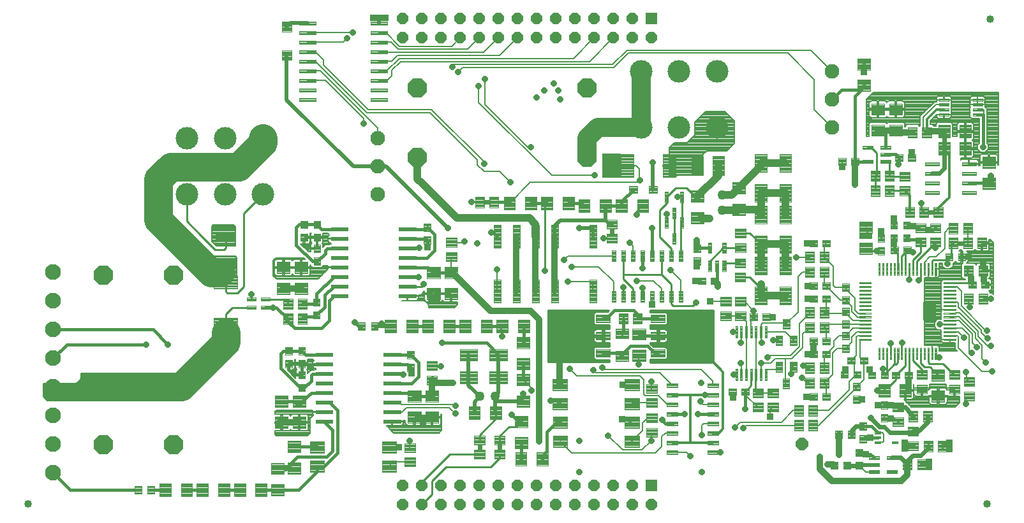
<source format=gtl>
G75*
%MOIN*%
%OFA0B0*%
%FSLAX25Y25*%
%IPPOS*%
%LPD*%
%AMOC8*
5,1,8,0,0,1.08239X$1,22.5*
%
%ADD10R,0.05906X0.05906*%
%ADD11OC8,0.05906*%
%ADD12C,0.08268*%
%ADD13C,0.04000*%
%ADD14C,0.00378*%
%ADD15C,0.00396*%
%ADD16C,0.00386*%
%ADD17OC8,0.06496*%
%ADD18C,0.00394*%
%ADD19C,0.00400*%
%ADD20C,0.00425*%
%ADD21OC8,0.10000*%
%ADD22C,0.00409*%
%ADD23C,0.11811*%
%ADD24C,0.07677*%
%ADD25C,0.05000*%
%ADD26C,0.00405*%
%ADD27C,0.00375*%
%ADD28C,0.00406*%
%ADD29C,0.00408*%
%ADD30C,0.00402*%
%ADD31C,0.00100*%
%ADD32R,0.03175X0.03175*%
%ADD33C,0.01600*%
%ADD34C,0.01000*%
%ADD35C,0.00800*%
%ADD36C,0.02400*%
%ADD37C,0.02000*%
%ADD38OC8,0.03175*%
%ADD39C,0.04000*%
%ADD40C,0.03200*%
%ADD41C,0.00600*%
%ADD42C,0.01200*%
%ADD43C,0.15000*%
%ADD44C,0.00850*%
%ADD45C,0.10000*%
D10*
X0345473Y0038461D03*
X0345473Y0282713D03*
D11*
X0335473Y0282713D03*
X0325473Y0282713D03*
X0315473Y0282713D03*
X0305473Y0282713D03*
X0295473Y0282713D03*
X0285473Y0282713D03*
X0275473Y0282713D03*
X0265473Y0282713D03*
X0255473Y0282713D03*
X0245473Y0282713D03*
X0235473Y0282713D03*
X0225473Y0282713D03*
X0215473Y0282713D03*
X0215473Y0272713D03*
X0225473Y0272713D03*
X0235473Y0272713D03*
X0245473Y0272713D03*
X0255473Y0272713D03*
X0265473Y0272713D03*
X0275473Y0272713D03*
X0285473Y0272713D03*
X0295473Y0272713D03*
X0305473Y0272713D03*
X0315473Y0272713D03*
X0325473Y0272713D03*
X0335473Y0272713D03*
X0345473Y0272713D03*
X0335473Y0038461D03*
X0325473Y0038461D03*
X0315473Y0038461D03*
X0305473Y0038461D03*
X0295473Y0038461D03*
X0285473Y0038461D03*
X0275473Y0038461D03*
X0265473Y0038461D03*
X0255473Y0038461D03*
X0245473Y0038461D03*
X0235473Y0038461D03*
X0225473Y0038461D03*
X0215473Y0038461D03*
X0215473Y0028461D03*
X0225473Y0028461D03*
X0235473Y0028461D03*
X0245473Y0028461D03*
X0255473Y0028461D03*
X0265473Y0028461D03*
X0275473Y0028461D03*
X0285473Y0028461D03*
X0295473Y0028461D03*
X0305473Y0028461D03*
X0315473Y0028461D03*
X0325473Y0028461D03*
X0335473Y0028461D03*
X0345473Y0028461D03*
D12*
X0032796Y0045016D03*
X0032796Y0060016D03*
X0032796Y0075016D03*
X0032796Y0090016D03*
X0032796Y0105016D03*
X0032796Y0120016D03*
X0032796Y0135016D03*
X0032796Y0150016D03*
D13*
X0019804Y0028618D03*
X0520591Y0028618D03*
X0522560Y0282555D03*
D14*
X0459853Y0261803D02*
X0459853Y0255883D01*
X0453145Y0255883D01*
X0453145Y0261803D01*
X0459853Y0261803D01*
X0459853Y0256260D02*
X0453145Y0256260D01*
X0453145Y0256637D02*
X0459853Y0256637D01*
X0459853Y0257014D02*
X0453145Y0257014D01*
X0453145Y0257391D02*
X0459853Y0257391D01*
X0459853Y0257768D02*
X0453145Y0257768D01*
X0453145Y0258145D02*
X0459853Y0258145D01*
X0459853Y0258522D02*
X0453145Y0258522D01*
X0453145Y0258899D02*
X0459853Y0258899D01*
X0459853Y0259276D02*
X0453145Y0259276D01*
X0453145Y0259653D02*
X0459853Y0259653D01*
X0459853Y0260030D02*
X0453145Y0260030D01*
X0453145Y0260407D02*
X0459853Y0260407D01*
X0459853Y0260784D02*
X0453145Y0260784D01*
X0453145Y0261161D02*
X0459853Y0261161D01*
X0459853Y0261538D02*
X0453145Y0261538D01*
X0459853Y0250779D02*
X0459853Y0244859D01*
X0453145Y0244859D01*
X0453145Y0250779D01*
X0459853Y0250779D01*
X0459853Y0245236D02*
X0453145Y0245236D01*
X0453145Y0245613D02*
X0459853Y0245613D01*
X0459853Y0245990D02*
X0453145Y0245990D01*
X0453145Y0246367D02*
X0459853Y0246367D01*
X0459853Y0246744D02*
X0453145Y0246744D01*
X0453145Y0247121D02*
X0459853Y0247121D01*
X0459853Y0247498D02*
X0453145Y0247498D01*
X0453145Y0247875D02*
X0459853Y0247875D01*
X0459853Y0248252D02*
X0453145Y0248252D01*
X0453145Y0248629D02*
X0459853Y0248629D01*
X0459853Y0249006D02*
X0453145Y0249006D01*
X0453145Y0249383D02*
X0459853Y0249383D01*
X0459853Y0249760D02*
X0453145Y0249760D01*
X0453145Y0250137D02*
X0459853Y0250137D01*
X0459853Y0250514D02*
X0453145Y0250514D01*
X0467153Y0238203D02*
X0467153Y0232283D01*
X0460445Y0232283D01*
X0460445Y0238203D01*
X0467153Y0238203D01*
X0467153Y0232660D02*
X0460445Y0232660D01*
X0460445Y0233037D02*
X0467153Y0233037D01*
X0467153Y0233414D02*
X0460445Y0233414D01*
X0460445Y0233791D02*
X0467153Y0233791D01*
X0467153Y0234168D02*
X0460445Y0234168D01*
X0460445Y0234545D02*
X0467153Y0234545D01*
X0467153Y0234922D02*
X0460445Y0234922D01*
X0460445Y0235299D02*
X0467153Y0235299D01*
X0467153Y0235676D02*
X0460445Y0235676D01*
X0460445Y0236053D02*
X0467153Y0236053D01*
X0467153Y0236430D02*
X0460445Y0236430D01*
X0460445Y0236807D02*
X0467153Y0236807D01*
X0467153Y0237184D02*
X0460445Y0237184D01*
X0460445Y0237561D02*
X0467153Y0237561D01*
X0467153Y0237938D02*
X0460445Y0237938D01*
X0476353Y0238203D02*
X0476353Y0232283D01*
X0469645Y0232283D01*
X0469645Y0238203D01*
X0476353Y0238203D01*
X0476353Y0232660D02*
X0469645Y0232660D01*
X0469645Y0233037D02*
X0476353Y0233037D01*
X0476353Y0233414D02*
X0469645Y0233414D01*
X0469645Y0233791D02*
X0476353Y0233791D01*
X0476353Y0234168D02*
X0469645Y0234168D01*
X0469645Y0234545D02*
X0476353Y0234545D01*
X0476353Y0234922D02*
X0469645Y0234922D01*
X0469645Y0235299D02*
X0476353Y0235299D01*
X0476353Y0235676D02*
X0469645Y0235676D01*
X0469645Y0236053D02*
X0476353Y0236053D01*
X0476353Y0236430D02*
X0469645Y0236430D01*
X0469645Y0236807D02*
X0476353Y0236807D01*
X0476353Y0237184D02*
X0469645Y0237184D01*
X0469645Y0237561D02*
X0476353Y0237561D01*
X0476353Y0237938D02*
X0469645Y0237938D01*
X0476353Y0227179D02*
X0476353Y0221259D01*
X0469645Y0221259D01*
X0469645Y0227179D01*
X0476353Y0227179D01*
X0476353Y0221636D02*
X0469645Y0221636D01*
X0469645Y0222013D02*
X0476353Y0222013D01*
X0476353Y0222390D02*
X0469645Y0222390D01*
X0469645Y0222767D02*
X0476353Y0222767D01*
X0476353Y0223144D02*
X0469645Y0223144D01*
X0469645Y0223521D02*
X0476353Y0223521D01*
X0476353Y0223898D02*
X0469645Y0223898D01*
X0469645Y0224275D02*
X0476353Y0224275D01*
X0476353Y0224652D02*
X0469645Y0224652D01*
X0469645Y0225029D02*
X0476353Y0225029D01*
X0476353Y0225406D02*
X0469645Y0225406D01*
X0469645Y0225783D02*
X0476353Y0225783D01*
X0476353Y0226160D02*
X0469645Y0226160D01*
X0469645Y0226537D02*
X0476353Y0226537D01*
X0476353Y0226914D02*
X0469645Y0226914D01*
X0467153Y0227179D02*
X0467153Y0221259D01*
X0460445Y0221259D01*
X0460445Y0227179D01*
X0467153Y0227179D01*
X0467153Y0221636D02*
X0460445Y0221636D01*
X0460445Y0222013D02*
X0467153Y0222013D01*
X0467153Y0222390D02*
X0460445Y0222390D01*
X0460445Y0222767D02*
X0467153Y0222767D01*
X0467153Y0223144D02*
X0460445Y0223144D01*
X0460445Y0223521D02*
X0467153Y0223521D01*
X0467153Y0223898D02*
X0460445Y0223898D01*
X0460445Y0224275D02*
X0467153Y0224275D01*
X0467153Y0224652D02*
X0460445Y0224652D01*
X0460445Y0225029D02*
X0467153Y0225029D01*
X0467153Y0225406D02*
X0460445Y0225406D01*
X0460445Y0225783D02*
X0467153Y0225783D01*
X0467153Y0226160D02*
X0460445Y0226160D01*
X0460445Y0226537D02*
X0467153Y0226537D01*
X0467153Y0226914D02*
X0460445Y0226914D01*
X0495427Y0220277D02*
X0501347Y0220277D01*
X0495427Y0220277D02*
X0495427Y0226985D01*
X0501347Y0226985D01*
X0501347Y0220277D01*
X0501347Y0220654D02*
X0495427Y0220654D01*
X0495427Y0221031D02*
X0501347Y0221031D01*
X0501347Y0221408D02*
X0495427Y0221408D01*
X0495427Y0221785D02*
X0501347Y0221785D01*
X0501347Y0222162D02*
X0495427Y0222162D01*
X0495427Y0222539D02*
X0501347Y0222539D01*
X0501347Y0222916D02*
X0495427Y0222916D01*
X0495427Y0223293D02*
X0501347Y0223293D01*
X0501347Y0223670D02*
X0495427Y0223670D01*
X0495427Y0224047D02*
X0501347Y0224047D01*
X0501347Y0224424D02*
X0495427Y0224424D01*
X0495427Y0224801D02*
X0501347Y0224801D01*
X0501347Y0225178D02*
X0495427Y0225178D01*
X0495427Y0225555D02*
X0501347Y0225555D01*
X0501347Y0225932D02*
X0495427Y0225932D01*
X0495427Y0226309D02*
X0501347Y0226309D01*
X0501347Y0226686D02*
X0495427Y0226686D01*
X0506451Y0220277D02*
X0512371Y0220277D01*
X0506451Y0220277D02*
X0506451Y0226985D01*
X0512371Y0226985D01*
X0512371Y0220277D01*
X0512371Y0220654D02*
X0506451Y0220654D01*
X0506451Y0221031D02*
X0512371Y0221031D01*
X0512371Y0221408D02*
X0506451Y0221408D01*
X0506451Y0221785D02*
X0512371Y0221785D01*
X0512371Y0222162D02*
X0506451Y0222162D01*
X0506451Y0222539D02*
X0512371Y0222539D01*
X0512371Y0222916D02*
X0506451Y0222916D01*
X0506451Y0223293D02*
X0512371Y0223293D01*
X0512371Y0223670D02*
X0506451Y0223670D01*
X0506451Y0224047D02*
X0512371Y0224047D01*
X0512371Y0224424D02*
X0506451Y0224424D01*
X0506451Y0224801D02*
X0512371Y0224801D01*
X0512371Y0225178D02*
X0506451Y0225178D01*
X0506451Y0225555D02*
X0512371Y0225555D01*
X0512371Y0225932D02*
X0506451Y0225932D01*
X0506451Y0226309D02*
X0512371Y0226309D01*
X0512371Y0226686D02*
X0506451Y0226686D01*
X0506451Y0211277D02*
X0512371Y0211277D01*
X0506451Y0211277D02*
X0506451Y0217985D01*
X0512371Y0217985D01*
X0512371Y0211277D01*
X0512371Y0211654D02*
X0506451Y0211654D01*
X0506451Y0212031D02*
X0512371Y0212031D01*
X0512371Y0212408D02*
X0506451Y0212408D01*
X0506451Y0212785D02*
X0512371Y0212785D01*
X0512371Y0213162D02*
X0506451Y0213162D01*
X0506451Y0213539D02*
X0512371Y0213539D01*
X0512371Y0213916D02*
X0506451Y0213916D01*
X0506451Y0214293D02*
X0512371Y0214293D01*
X0512371Y0214670D02*
X0506451Y0214670D01*
X0506451Y0215047D02*
X0512371Y0215047D01*
X0512371Y0215424D02*
X0506451Y0215424D01*
X0506451Y0215801D02*
X0512371Y0215801D01*
X0512371Y0216178D02*
X0506451Y0216178D01*
X0506451Y0216555D02*
X0512371Y0216555D01*
X0512371Y0216932D02*
X0506451Y0216932D01*
X0506451Y0217309D02*
X0512371Y0217309D01*
X0512371Y0217686D02*
X0506451Y0217686D01*
X0501347Y0211277D02*
X0495427Y0211277D01*
X0495427Y0217985D01*
X0501347Y0217985D01*
X0501347Y0211277D01*
X0501347Y0211654D02*
X0495427Y0211654D01*
X0495427Y0212031D02*
X0501347Y0212031D01*
X0501347Y0212408D02*
X0495427Y0212408D01*
X0495427Y0212785D02*
X0501347Y0212785D01*
X0501347Y0213162D02*
X0495427Y0213162D01*
X0495427Y0213539D02*
X0501347Y0213539D01*
X0501347Y0213916D02*
X0495427Y0213916D01*
X0495427Y0214293D02*
X0501347Y0214293D01*
X0501347Y0214670D02*
X0495427Y0214670D01*
X0495427Y0215047D02*
X0501347Y0215047D01*
X0501347Y0215424D02*
X0495427Y0215424D01*
X0495427Y0215801D02*
X0501347Y0215801D01*
X0501347Y0216178D02*
X0495427Y0216178D01*
X0495427Y0216555D02*
X0501347Y0216555D01*
X0501347Y0216932D02*
X0495427Y0216932D01*
X0495427Y0217309D02*
X0501347Y0217309D01*
X0501347Y0217686D02*
X0495427Y0217686D01*
X0525003Y0210403D02*
X0525003Y0204483D01*
X0518295Y0204483D01*
X0518295Y0210403D01*
X0525003Y0210403D01*
X0525003Y0204860D02*
X0518295Y0204860D01*
X0518295Y0205237D02*
X0525003Y0205237D01*
X0525003Y0205614D02*
X0518295Y0205614D01*
X0518295Y0205991D02*
X0525003Y0205991D01*
X0525003Y0206368D02*
X0518295Y0206368D01*
X0518295Y0206745D02*
X0525003Y0206745D01*
X0525003Y0207122D02*
X0518295Y0207122D01*
X0518295Y0207499D02*
X0525003Y0207499D01*
X0525003Y0207876D02*
X0518295Y0207876D01*
X0518295Y0208253D02*
X0525003Y0208253D01*
X0525003Y0208630D02*
X0518295Y0208630D01*
X0518295Y0209007D02*
X0525003Y0209007D01*
X0525003Y0209384D02*
X0518295Y0209384D01*
X0518295Y0209761D02*
X0525003Y0209761D01*
X0525003Y0210138D02*
X0518295Y0210138D01*
X0525003Y0199379D02*
X0525003Y0193459D01*
X0518295Y0193459D01*
X0518295Y0199379D01*
X0525003Y0199379D01*
X0525003Y0193836D02*
X0518295Y0193836D01*
X0518295Y0194213D02*
X0525003Y0194213D01*
X0525003Y0194590D02*
X0518295Y0194590D01*
X0518295Y0194967D02*
X0525003Y0194967D01*
X0525003Y0195344D02*
X0518295Y0195344D01*
X0518295Y0195721D02*
X0525003Y0195721D01*
X0525003Y0196098D02*
X0518295Y0196098D01*
X0518295Y0196475D02*
X0525003Y0196475D01*
X0525003Y0196852D02*
X0518295Y0196852D01*
X0518295Y0197229D02*
X0525003Y0197229D01*
X0525003Y0197606D02*
X0518295Y0197606D01*
X0518295Y0197983D02*
X0525003Y0197983D01*
X0525003Y0198360D02*
X0518295Y0198360D01*
X0518295Y0198737D02*
X0525003Y0198737D01*
X0525003Y0199114D02*
X0518295Y0199114D01*
X0460703Y0176453D02*
X0460703Y0170533D01*
X0453995Y0170533D01*
X0453995Y0176453D01*
X0460703Y0176453D01*
X0460703Y0170910D02*
X0453995Y0170910D01*
X0453995Y0171287D02*
X0460703Y0171287D01*
X0460703Y0171664D02*
X0453995Y0171664D01*
X0453995Y0172041D02*
X0460703Y0172041D01*
X0460703Y0172418D02*
X0453995Y0172418D01*
X0453995Y0172795D02*
X0460703Y0172795D01*
X0460703Y0173172D02*
X0453995Y0173172D01*
X0453995Y0173549D02*
X0460703Y0173549D01*
X0460703Y0173926D02*
X0453995Y0173926D01*
X0453995Y0174303D02*
X0460703Y0174303D01*
X0460703Y0174680D02*
X0453995Y0174680D01*
X0453995Y0175057D02*
X0460703Y0175057D01*
X0460703Y0175434D02*
X0453995Y0175434D01*
X0453995Y0175811D02*
X0460703Y0175811D01*
X0460703Y0176188D02*
X0453995Y0176188D01*
X0460703Y0165429D02*
X0460703Y0159509D01*
X0453995Y0159509D01*
X0453995Y0165429D01*
X0460703Y0165429D01*
X0460703Y0159886D02*
X0453995Y0159886D01*
X0453995Y0160263D02*
X0460703Y0160263D01*
X0460703Y0160640D02*
X0453995Y0160640D01*
X0453995Y0161017D02*
X0460703Y0161017D01*
X0460703Y0161394D02*
X0453995Y0161394D01*
X0453995Y0161771D02*
X0460703Y0161771D01*
X0460703Y0162148D02*
X0453995Y0162148D01*
X0453995Y0162525D02*
X0460703Y0162525D01*
X0460703Y0162902D02*
X0453995Y0162902D01*
X0453995Y0163279D02*
X0460703Y0163279D01*
X0460703Y0163656D02*
X0453995Y0163656D01*
X0453995Y0164033D02*
X0460703Y0164033D01*
X0460703Y0164410D02*
X0453995Y0164410D01*
X0453995Y0164787D02*
X0460703Y0164787D01*
X0460703Y0165164D02*
X0453995Y0165164D01*
X0387689Y0179823D02*
X0387689Y0185743D01*
X0394409Y0185743D01*
X0394409Y0179823D01*
X0387689Y0179823D01*
X0387689Y0180200D02*
X0394409Y0180200D01*
X0394409Y0180577D02*
X0387689Y0180577D01*
X0387689Y0180954D02*
X0394409Y0180954D01*
X0394409Y0181331D02*
X0387689Y0181331D01*
X0387689Y0181708D02*
X0394409Y0181708D01*
X0394409Y0182085D02*
X0387689Y0182085D01*
X0387689Y0182462D02*
X0394409Y0182462D01*
X0394409Y0182839D02*
X0387689Y0182839D01*
X0387689Y0183216D02*
X0394409Y0183216D01*
X0394409Y0183593D02*
X0387689Y0183593D01*
X0387689Y0183970D02*
X0394409Y0183970D01*
X0394409Y0184347D02*
X0387689Y0184347D01*
X0387689Y0184724D02*
X0394409Y0184724D01*
X0394409Y0185101D02*
X0387689Y0185101D01*
X0387689Y0185478D02*
X0394409Y0185478D01*
X0387689Y0191020D02*
X0387689Y0196940D01*
X0394409Y0196940D01*
X0394409Y0191020D01*
X0387689Y0191020D01*
X0387689Y0191397D02*
X0394409Y0191397D01*
X0394409Y0191774D02*
X0387689Y0191774D01*
X0387689Y0192151D02*
X0394409Y0192151D01*
X0394409Y0192528D02*
X0387689Y0192528D01*
X0387689Y0192905D02*
X0394409Y0192905D01*
X0394409Y0193282D02*
X0387689Y0193282D01*
X0387689Y0193659D02*
X0394409Y0193659D01*
X0394409Y0194036D02*
X0387689Y0194036D01*
X0387689Y0194413D02*
X0394409Y0194413D01*
X0394409Y0194790D02*
X0387689Y0194790D01*
X0387689Y0195167D02*
X0394409Y0195167D01*
X0394409Y0195544D02*
X0387689Y0195544D01*
X0387689Y0195921D02*
X0394409Y0195921D01*
X0394409Y0196298D02*
X0387689Y0196298D01*
X0387689Y0196675D02*
X0394409Y0196675D01*
X0383371Y0200605D02*
X0377451Y0200605D01*
X0377451Y0210857D01*
X0383371Y0210857D01*
X0383371Y0200605D01*
X0383371Y0200982D02*
X0377451Y0200982D01*
X0377451Y0201359D02*
X0383371Y0201359D01*
X0383371Y0201736D02*
X0377451Y0201736D01*
X0377451Y0202113D02*
X0383371Y0202113D01*
X0383371Y0202490D02*
X0377451Y0202490D01*
X0377451Y0202867D02*
X0383371Y0202867D01*
X0383371Y0203244D02*
X0377451Y0203244D01*
X0377451Y0203621D02*
X0383371Y0203621D01*
X0383371Y0203998D02*
X0377451Y0203998D01*
X0377451Y0204375D02*
X0383371Y0204375D01*
X0383371Y0204752D02*
X0377451Y0204752D01*
X0377451Y0205129D02*
X0383371Y0205129D01*
X0383371Y0205506D02*
X0377451Y0205506D01*
X0377451Y0205883D02*
X0383371Y0205883D01*
X0383371Y0206260D02*
X0377451Y0206260D01*
X0377451Y0206637D02*
X0383371Y0206637D01*
X0383371Y0207014D02*
X0377451Y0207014D01*
X0377451Y0207391D02*
X0383371Y0207391D01*
X0383371Y0207768D02*
X0377451Y0207768D01*
X0377451Y0208145D02*
X0383371Y0208145D01*
X0383371Y0208522D02*
X0377451Y0208522D01*
X0377451Y0208899D02*
X0383371Y0208899D01*
X0383371Y0209276D02*
X0377451Y0209276D01*
X0377451Y0209653D02*
X0383371Y0209653D01*
X0383371Y0210030D02*
X0377451Y0210030D01*
X0377451Y0210407D02*
X0383371Y0210407D01*
X0383371Y0210784D02*
X0377451Y0210784D01*
X0372347Y0200605D02*
X0366427Y0200605D01*
X0366427Y0210857D01*
X0372347Y0210857D01*
X0372347Y0200605D01*
X0372347Y0200982D02*
X0366427Y0200982D01*
X0366427Y0201359D02*
X0372347Y0201359D01*
X0372347Y0201736D02*
X0366427Y0201736D01*
X0366427Y0202113D02*
X0372347Y0202113D01*
X0372347Y0202490D02*
X0366427Y0202490D01*
X0366427Y0202867D02*
X0372347Y0202867D01*
X0372347Y0203244D02*
X0366427Y0203244D01*
X0366427Y0203621D02*
X0372347Y0203621D01*
X0372347Y0203998D02*
X0366427Y0203998D01*
X0366427Y0204375D02*
X0372347Y0204375D01*
X0372347Y0204752D02*
X0366427Y0204752D01*
X0366427Y0205129D02*
X0372347Y0205129D01*
X0372347Y0205506D02*
X0366427Y0205506D01*
X0366427Y0205883D02*
X0372347Y0205883D01*
X0372347Y0206260D02*
X0366427Y0206260D01*
X0366427Y0206637D02*
X0372347Y0206637D01*
X0372347Y0207014D02*
X0366427Y0207014D01*
X0366427Y0207391D02*
X0372347Y0207391D01*
X0372347Y0207768D02*
X0366427Y0207768D01*
X0366427Y0208145D02*
X0372347Y0208145D01*
X0372347Y0208522D02*
X0366427Y0208522D01*
X0366427Y0208899D02*
X0372347Y0208899D01*
X0372347Y0209276D02*
X0366427Y0209276D01*
X0366427Y0209653D02*
X0372347Y0209653D01*
X0372347Y0210030D02*
X0366427Y0210030D01*
X0366427Y0210407D02*
X0372347Y0210407D01*
X0372347Y0210784D02*
X0366427Y0210784D01*
X0366139Y0192590D02*
X0366139Y0186670D01*
X0366139Y0192590D02*
X0372859Y0192590D01*
X0372859Y0186670D01*
X0366139Y0186670D01*
X0366139Y0187047D02*
X0372859Y0187047D01*
X0372859Y0187424D02*
X0366139Y0187424D01*
X0366139Y0187801D02*
X0372859Y0187801D01*
X0372859Y0188178D02*
X0366139Y0188178D01*
X0366139Y0188555D02*
X0372859Y0188555D01*
X0372859Y0188932D02*
X0366139Y0188932D01*
X0366139Y0189309D02*
X0372859Y0189309D01*
X0372859Y0189686D02*
X0366139Y0189686D01*
X0366139Y0190063D02*
X0372859Y0190063D01*
X0372859Y0190440D02*
X0366139Y0190440D01*
X0366139Y0190817D02*
X0372859Y0190817D01*
X0372859Y0191194D02*
X0366139Y0191194D01*
X0366139Y0191571D02*
X0372859Y0191571D01*
X0372859Y0191948D02*
X0366139Y0191948D01*
X0366139Y0192325D02*
X0372859Y0192325D01*
X0366139Y0181393D02*
X0366139Y0175473D01*
X0366139Y0181393D02*
X0372859Y0181393D01*
X0372859Y0175473D01*
X0366139Y0175473D01*
X0366139Y0175850D02*
X0372859Y0175850D01*
X0372859Y0176227D02*
X0366139Y0176227D01*
X0366139Y0176604D02*
X0372859Y0176604D01*
X0372859Y0176981D02*
X0366139Y0176981D01*
X0366139Y0177358D02*
X0372859Y0177358D01*
X0372859Y0177735D02*
X0366139Y0177735D01*
X0366139Y0178112D02*
X0372859Y0178112D01*
X0372859Y0178489D02*
X0366139Y0178489D01*
X0366139Y0178866D02*
X0372859Y0178866D01*
X0372859Y0179243D02*
X0366139Y0179243D01*
X0366139Y0179620D02*
X0372859Y0179620D01*
X0372859Y0179997D02*
X0366139Y0179997D01*
X0366139Y0180374D02*
X0372859Y0180374D01*
X0372859Y0180751D02*
X0366139Y0180751D01*
X0366139Y0181128D02*
X0372859Y0181128D01*
X0343857Y0188091D02*
X0337937Y0188091D01*
X0343857Y0188091D02*
X0343857Y0181371D01*
X0337937Y0181371D01*
X0337937Y0188091D01*
X0337937Y0181748D02*
X0343857Y0181748D01*
X0343857Y0182125D02*
X0337937Y0182125D01*
X0337937Y0182502D02*
X0343857Y0182502D01*
X0343857Y0182879D02*
X0337937Y0182879D01*
X0337937Y0183256D02*
X0343857Y0183256D01*
X0343857Y0183633D02*
X0337937Y0183633D01*
X0337937Y0184010D02*
X0343857Y0184010D01*
X0343857Y0184387D02*
X0337937Y0184387D01*
X0337937Y0184764D02*
X0343857Y0184764D01*
X0343857Y0185141D02*
X0337937Y0185141D01*
X0337937Y0185518D02*
X0343857Y0185518D01*
X0343857Y0185895D02*
X0337937Y0185895D01*
X0337937Y0186272D02*
X0343857Y0186272D01*
X0343857Y0186649D02*
X0337937Y0186649D01*
X0337937Y0187026D02*
X0343857Y0187026D01*
X0343857Y0187403D02*
X0337937Y0187403D01*
X0337937Y0187780D02*
X0343857Y0187780D01*
X0332660Y0188091D02*
X0326740Y0188091D01*
X0332660Y0188091D02*
X0332660Y0181371D01*
X0326740Y0181371D01*
X0326740Y0188091D01*
X0326740Y0181748D02*
X0332660Y0181748D01*
X0332660Y0182125D02*
X0326740Y0182125D01*
X0326740Y0182502D02*
X0332660Y0182502D01*
X0332660Y0182879D02*
X0326740Y0182879D01*
X0326740Y0183256D02*
X0332660Y0183256D01*
X0332660Y0183633D02*
X0326740Y0183633D01*
X0326740Y0184010D02*
X0332660Y0184010D01*
X0332660Y0184387D02*
X0326740Y0184387D01*
X0326740Y0184764D02*
X0332660Y0184764D01*
X0332660Y0185141D02*
X0326740Y0185141D01*
X0326740Y0185518D02*
X0332660Y0185518D01*
X0332660Y0185895D02*
X0326740Y0185895D01*
X0326740Y0186272D02*
X0332660Y0186272D01*
X0332660Y0186649D02*
X0326740Y0186649D01*
X0326740Y0187026D02*
X0332660Y0187026D01*
X0332660Y0187403D02*
X0326740Y0187403D01*
X0326740Y0187780D02*
X0332660Y0187780D01*
X0324407Y0181371D02*
X0318487Y0181371D01*
X0318487Y0188091D01*
X0324407Y0188091D01*
X0324407Y0181371D01*
X0324407Y0181748D02*
X0318487Y0181748D01*
X0318487Y0182125D02*
X0324407Y0182125D01*
X0324407Y0182502D02*
X0318487Y0182502D01*
X0318487Y0182879D02*
X0324407Y0182879D01*
X0324407Y0183256D02*
X0318487Y0183256D01*
X0318487Y0183633D02*
X0324407Y0183633D01*
X0324407Y0184010D02*
X0318487Y0184010D01*
X0318487Y0184387D02*
X0324407Y0184387D01*
X0324407Y0184764D02*
X0318487Y0184764D01*
X0318487Y0185141D02*
X0324407Y0185141D01*
X0324407Y0185518D02*
X0318487Y0185518D01*
X0318487Y0185895D02*
X0324407Y0185895D01*
X0324407Y0186272D02*
X0318487Y0186272D01*
X0318487Y0186649D02*
X0324407Y0186649D01*
X0324407Y0187026D02*
X0318487Y0187026D01*
X0318487Y0187403D02*
X0324407Y0187403D01*
X0324407Y0187780D02*
X0318487Y0187780D01*
X0313210Y0181371D02*
X0307290Y0181371D01*
X0307290Y0188091D01*
X0313210Y0188091D01*
X0313210Y0181371D01*
X0313210Y0181748D02*
X0307290Y0181748D01*
X0307290Y0182125D02*
X0313210Y0182125D01*
X0313210Y0182502D02*
X0307290Y0182502D01*
X0307290Y0182879D02*
X0313210Y0182879D01*
X0313210Y0183256D02*
X0307290Y0183256D01*
X0307290Y0183633D02*
X0313210Y0183633D01*
X0313210Y0184010D02*
X0307290Y0184010D01*
X0307290Y0184387D02*
X0313210Y0184387D01*
X0313210Y0184764D02*
X0307290Y0184764D01*
X0307290Y0185141D02*
X0313210Y0185141D01*
X0313210Y0185518D02*
X0307290Y0185518D01*
X0307290Y0185895D02*
X0313210Y0185895D01*
X0313210Y0186272D02*
X0307290Y0186272D01*
X0307290Y0186649D02*
X0313210Y0186649D01*
X0313210Y0187026D02*
X0307290Y0187026D01*
X0307290Y0187403D02*
X0313210Y0187403D01*
X0313210Y0187780D02*
X0307290Y0187780D01*
X0304907Y0182771D02*
X0298987Y0182771D01*
X0298987Y0189491D01*
X0304907Y0189491D01*
X0304907Y0182771D01*
X0304907Y0183148D02*
X0298987Y0183148D01*
X0298987Y0183525D02*
X0304907Y0183525D01*
X0304907Y0183902D02*
X0298987Y0183902D01*
X0298987Y0184279D02*
X0304907Y0184279D01*
X0304907Y0184656D02*
X0298987Y0184656D01*
X0298987Y0185033D02*
X0304907Y0185033D01*
X0304907Y0185410D02*
X0298987Y0185410D01*
X0298987Y0185787D02*
X0304907Y0185787D01*
X0304907Y0186164D02*
X0298987Y0186164D01*
X0298987Y0186541D02*
X0304907Y0186541D01*
X0304907Y0186918D02*
X0298987Y0186918D01*
X0298987Y0187295D02*
X0304907Y0187295D01*
X0304907Y0187672D02*
X0298987Y0187672D01*
X0298987Y0188049D02*
X0304907Y0188049D01*
X0304907Y0188426D02*
X0298987Y0188426D01*
X0298987Y0188803D02*
X0304907Y0188803D01*
X0304907Y0189180D02*
X0298987Y0189180D01*
X0293710Y0182771D02*
X0287790Y0182771D01*
X0287790Y0189491D01*
X0293710Y0189491D01*
X0293710Y0182771D01*
X0293710Y0183148D02*
X0287790Y0183148D01*
X0287790Y0183525D02*
X0293710Y0183525D01*
X0293710Y0183902D02*
X0287790Y0183902D01*
X0287790Y0184279D02*
X0293710Y0184279D01*
X0293710Y0184656D02*
X0287790Y0184656D01*
X0287790Y0185033D02*
X0293710Y0185033D01*
X0293710Y0185410D02*
X0287790Y0185410D01*
X0287790Y0185787D02*
X0293710Y0185787D01*
X0293710Y0186164D02*
X0287790Y0186164D01*
X0287790Y0186541D02*
X0293710Y0186541D01*
X0293710Y0186918D02*
X0287790Y0186918D01*
X0287790Y0187295D02*
X0293710Y0187295D01*
X0293710Y0187672D02*
X0287790Y0187672D01*
X0287790Y0188049D02*
X0293710Y0188049D01*
X0293710Y0188426D02*
X0287790Y0188426D01*
X0287790Y0188803D02*
X0293710Y0188803D01*
X0293710Y0189180D02*
X0287790Y0189180D01*
X0285407Y0182771D02*
X0279487Y0182771D01*
X0279487Y0189491D01*
X0285407Y0189491D01*
X0285407Y0182771D01*
X0285407Y0183148D02*
X0279487Y0183148D01*
X0279487Y0183525D02*
X0285407Y0183525D01*
X0285407Y0183902D02*
X0279487Y0183902D01*
X0279487Y0184279D02*
X0285407Y0184279D01*
X0285407Y0184656D02*
X0279487Y0184656D01*
X0279487Y0185033D02*
X0285407Y0185033D01*
X0285407Y0185410D02*
X0279487Y0185410D01*
X0279487Y0185787D02*
X0285407Y0185787D01*
X0285407Y0186164D02*
X0279487Y0186164D01*
X0279487Y0186541D02*
X0285407Y0186541D01*
X0285407Y0186918D02*
X0279487Y0186918D01*
X0279487Y0187295D02*
X0285407Y0187295D01*
X0285407Y0187672D02*
X0279487Y0187672D01*
X0279487Y0188049D02*
X0285407Y0188049D01*
X0285407Y0188426D02*
X0279487Y0188426D01*
X0279487Y0188803D02*
X0285407Y0188803D01*
X0285407Y0189180D02*
X0279487Y0189180D01*
X0274210Y0182771D02*
X0268290Y0182771D01*
X0268290Y0189491D01*
X0274210Y0189491D01*
X0274210Y0182771D01*
X0274210Y0183148D02*
X0268290Y0183148D01*
X0268290Y0183525D02*
X0274210Y0183525D01*
X0274210Y0183902D02*
X0268290Y0183902D01*
X0268290Y0184279D02*
X0274210Y0184279D01*
X0274210Y0184656D02*
X0268290Y0184656D01*
X0268290Y0185033D02*
X0274210Y0185033D01*
X0274210Y0185410D02*
X0268290Y0185410D01*
X0268290Y0185787D02*
X0274210Y0185787D01*
X0274210Y0186164D02*
X0268290Y0186164D01*
X0268290Y0186541D02*
X0274210Y0186541D01*
X0274210Y0186918D02*
X0268290Y0186918D01*
X0268290Y0187295D02*
X0274210Y0187295D01*
X0274210Y0187672D02*
X0268290Y0187672D01*
X0268290Y0188049D02*
X0274210Y0188049D01*
X0274210Y0188426D02*
X0268290Y0188426D01*
X0268290Y0188803D02*
X0274210Y0188803D01*
X0274210Y0189180D02*
X0268290Y0189180D01*
X0237445Y0152803D02*
X0237445Y0146883D01*
X0237445Y0152803D02*
X0244153Y0152803D01*
X0244153Y0146883D01*
X0237445Y0146883D01*
X0237445Y0147260D02*
X0244153Y0147260D01*
X0244153Y0147637D02*
X0237445Y0147637D01*
X0237445Y0148014D02*
X0244153Y0148014D01*
X0244153Y0148391D02*
X0237445Y0148391D01*
X0237445Y0148768D02*
X0244153Y0148768D01*
X0244153Y0149145D02*
X0237445Y0149145D01*
X0237445Y0149522D02*
X0244153Y0149522D01*
X0244153Y0149899D02*
X0237445Y0149899D01*
X0237445Y0150276D02*
X0244153Y0150276D01*
X0244153Y0150653D02*
X0237445Y0150653D01*
X0237445Y0151030D02*
X0244153Y0151030D01*
X0244153Y0151407D02*
X0237445Y0151407D01*
X0237445Y0151784D02*
X0244153Y0151784D01*
X0244153Y0152161D02*
X0237445Y0152161D01*
X0237445Y0152538D02*
X0244153Y0152538D01*
X0228195Y0152803D02*
X0228195Y0146883D01*
X0228195Y0152803D02*
X0234903Y0152803D01*
X0234903Y0146883D01*
X0228195Y0146883D01*
X0228195Y0147260D02*
X0234903Y0147260D01*
X0234903Y0147637D02*
X0228195Y0147637D01*
X0228195Y0148014D02*
X0234903Y0148014D01*
X0234903Y0148391D02*
X0228195Y0148391D01*
X0228195Y0148768D02*
X0234903Y0148768D01*
X0234903Y0149145D02*
X0228195Y0149145D01*
X0228195Y0149522D02*
X0234903Y0149522D01*
X0234903Y0149899D02*
X0228195Y0149899D01*
X0228195Y0150276D02*
X0234903Y0150276D01*
X0234903Y0150653D02*
X0228195Y0150653D01*
X0228195Y0151030D02*
X0234903Y0151030D01*
X0234903Y0151407D02*
X0228195Y0151407D01*
X0228195Y0151784D02*
X0234903Y0151784D01*
X0234903Y0152161D02*
X0228195Y0152161D01*
X0228195Y0152538D02*
X0234903Y0152538D01*
X0228195Y0141779D02*
X0228195Y0135859D01*
X0228195Y0141779D02*
X0234903Y0141779D01*
X0234903Y0135859D01*
X0228195Y0135859D01*
X0228195Y0136236D02*
X0234903Y0136236D01*
X0234903Y0136613D02*
X0228195Y0136613D01*
X0228195Y0136990D02*
X0234903Y0136990D01*
X0234903Y0137367D02*
X0228195Y0137367D01*
X0228195Y0137744D02*
X0234903Y0137744D01*
X0234903Y0138121D02*
X0228195Y0138121D01*
X0228195Y0138498D02*
X0234903Y0138498D01*
X0234903Y0138875D02*
X0228195Y0138875D01*
X0228195Y0139252D02*
X0234903Y0139252D01*
X0234903Y0139629D02*
X0228195Y0139629D01*
X0228195Y0140006D02*
X0234903Y0140006D01*
X0234903Y0140383D02*
X0228195Y0140383D01*
X0228195Y0140760D02*
X0234903Y0140760D01*
X0234903Y0141137D02*
X0228195Y0141137D01*
X0228195Y0141514D02*
X0234903Y0141514D01*
X0237445Y0141779D02*
X0237445Y0135859D01*
X0237445Y0141779D02*
X0244153Y0141779D01*
X0244153Y0135859D01*
X0237445Y0135859D01*
X0237445Y0136236D02*
X0244153Y0136236D01*
X0244153Y0136613D02*
X0237445Y0136613D01*
X0237445Y0136990D02*
X0244153Y0136990D01*
X0244153Y0137367D02*
X0237445Y0137367D01*
X0237445Y0137744D02*
X0244153Y0137744D01*
X0244153Y0138121D02*
X0237445Y0138121D01*
X0237445Y0138498D02*
X0244153Y0138498D01*
X0244153Y0138875D02*
X0237445Y0138875D01*
X0237445Y0139252D02*
X0244153Y0139252D01*
X0244153Y0139629D02*
X0237445Y0139629D01*
X0237445Y0140006D02*
X0244153Y0140006D01*
X0244153Y0140383D02*
X0237445Y0140383D01*
X0237445Y0140760D02*
X0244153Y0140760D01*
X0244153Y0141137D02*
X0237445Y0141137D01*
X0237445Y0141514D02*
X0244153Y0141514D01*
X0245040Y0125041D02*
X0250960Y0125041D01*
X0250960Y0118321D01*
X0245040Y0118321D01*
X0245040Y0125041D01*
X0245040Y0118698D02*
X0250960Y0118698D01*
X0250960Y0119075D02*
X0245040Y0119075D01*
X0245040Y0119452D02*
X0250960Y0119452D01*
X0250960Y0119829D02*
X0245040Y0119829D01*
X0245040Y0120206D02*
X0250960Y0120206D01*
X0250960Y0120583D02*
X0245040Y0120583D01*
X0245040Y0120960D02*
X0250960Y0120960D01*
X0250960Y0121337D02*
X0245040Y0121337D01*
X0245040Y0121714D02*
X0250960Y0121714D01*
X0250960Y0122091D02*
X0245040Y0122091D01*
X0245040Y0122468D02*
X0250960Y0122468D01*
X0250960Y0122845D02*
X0245040Y0122845D01*
X0245040Y0123222D02*
X0250960Y0123222D01*
X0250960Y0123599D02*
X0245040Y0123599D01*
X0245040Y0123976D02*
X0250960Y0123976D01*
X0250960Y0124353D02*
X0245040Y0124353D01*
X0245040Y0124730D02*
X0250960Y0124730D01*
X0256237Y0125041D02*
X0262157Y0125041D01*
X0262157Y0118321D01*
X0256237Y0118321D01*
X0256237Y0125041D01*
X0256237Y0118698D02*
X0262157Y0118698D01*
X0262157Y0119075D02*
X0256237Y0119075D01*
X0256237Y0119452D02*
X0262157Y0119452D01*
X0262157Y0119829D02*
X0256237Y0119829D01*
X0256237Y0120206D02*
X0262157Y0120206D01*
X0262157Y0120583D02*
X0256237Y0120583D01*
X0256237Y0120960D02*
X0262157Y0120960D01*
X0262157Y0121337D02*
X0256237Y0121337D01*
X0256237Y0121714D02*
X0262157Y0121714D01*
X0262157Y0122091D02*
X0256237Y0122091D01*
X0256237Y0122468D02*
X0262157Y0122468D01*
X0262157Y0122845D02*
X0256237Y0122845D01*
X0256237Y0123222D02*
X0262157Y0123222D01*
X0262157Y0123599D02*
X0256237Y0123599D01*
X0256237Y0123976D02*
X0262157Y0123976D01*
X0262157Y0124353D02*
X0256237Y0124353D01*
X0256237Y0124730D02*
X0262157Y0124730D01*
X0264540Y0125041D02*
X0270460Y0125041D01*
X0270460Y0118321D01*
X0264540Y0118321D01*
X0264540Y0125041D01*
X0264540Y0118698D02*
X0270460Y0118698D01*
X0270460Y0119075D02*
X0264540Y0119075D01*
X0264540Y0119452D02*
X0270460Y0119452D01*
X0270460Y0119829D02*
X0264540Y0119829D01*
X0264540Y0120206D02*
X0270460Y0120206D01*
X0270460Y0120583D02*
X0264540Y0120583D01*
X0264540Y0120960D02*
X0270460Y0120960D01*
X0270460Y0121337D02*
X0264540Y0121337D01*
X0264540Y0121714D02*
X0270460Y0121714D01*
X0270460Y0122091D02*
X0264540Y0122091D01*
X0264540Y0122468D02*
X0270460Y0122468D01*
X0270460Y0122845D02*
X0264540Y0122845D01*
X0264540Y0123222D02*
X0270460Y0123222D01*
X0270460Y0123599D02*
X0264540Y0123599D01*
X0264540Y0123976D02*
X0270460Y0123976D01*
X0270460Y0124353D02*
X0264540Y0124353D01*
X0264540Y0124730D02*
X0270460Y0124730D01*
X0275737Y0125041D02*
X0281657Y0125041D01*
X0281657Y0118321D01*
X0275737Y0118321D01*
X0275737Y0125041D01*
X0275737Y0118698D02*
X0281657Y0118698D01*
X0281657Y0119075D02*
X0275737Y0119075D01*
X0275737Y0119452D02*
X0281657Y0119452D01*
X0281657Y0119829D02*
X0275737Y0119829D01*
X0275737Y0120206D02*
X0281657Y0120206D01*
X0281657Y0120583D02*
X0275737Y0120583D01*
X0275737Y0120960D02*
X0281657Y0120960D01*
X0281657Y0121337D02*
X0275737Y0121337D01*
X0275737Y0121714D02*
X0281657Y0121714D01*
X0281657Y0122091D02*
X0275737Y0122091D01*
X0275737Y0122468D02*
X0281657Y0122468D01*
X0281657Y0122845D02*
X0275737Y0122845D01*
X0275737Y0123222D02*
X0281657Y0123222D01*
X0281657Y0123599D02*
X0275737Y0123599D01*
X0275737Y0123976D02*
X0281657Y0123976D01*
X0281657Y0124353D02*
X0275737Y0124353D01*
X0275737Y0124730D02*
X0281657Y0124730D01*
X0281809Y0116140D02*
X0281809Y0110220D01*
X0275089Y0110220D01*
X0275089Y0116140D01*
X0281809Y0116140D01*
X0281809Y0110597D02*
X0275089Y0110597D01*
X0275089Y0110974D02*
X0281809Y0110974D01*
X0281809Y0111351D02*
X0275089Y0111351D01*
X0275089Y0111728D02*
X0281809Y0111728D01*
X0281809Y0112105D02*
X0275089Y0112105D01*
X0275089Y0112482D02*
X0281809Y0112482D01*
X0281809Y0112859D02*
X0275089Y0112859D01*
X0275089Y0113236D02*
X0281809Y0113236D01*
X0281809Y0113613D02*
X0275089Y0113613D01*
X0275089Y0113990D02*
X0281809Y0113990D01*
X0281809Y0114367D02*
X0275089Y0114367D01*
X0275089Y0114744D02*
X0281809Y0114744D01*
X0281809Y0115121D02*
X0275089Y0115121D01*
X0275089Y0115498D02*
X0281809Y0115498D01*
X0281809Y0115875D02*
X0275089Y0115875D01*
X0281809Y0104943D02*
X0281809Y0099023D01*
X0275089Y0099023D01*
X0275089Y0104943D01*
X0281809Y0104943D01*
X0281809Y0099400D02*
X0275089Y0099400D01*
X0275089Y0099777D02*
X0281809Y0099777D01*
X0281809Y0100154D02*
X0275089Y0100154D01*
X0275089Y0100531D02*
X0281809Y0100531D01*
X0281809Y0100908D02*
X0275089Y0100908D01*
X0275089Y0101285D02*
X0281809Y0101285D01*
X0281809Y0101662D02*
X0275089Y0101662D01*
X0275089Y0102039D02*
X0281809Y0102039D01*
X0281809Y0102416D02*
X0275089Y0102416D01*
X0275089Y0102793D02*
X0281809Y0102793D01*
X0281809Y0103170D02*
X0275089Y0103170D01*
X0275089Y0103547D02*
X0281809Y0103547D01*
X0281809Y0103924D02*
X0275089Y0103924D01*
X0275089Y0104301D02*
X0281809Y0104301D01*
X0281809Y0104678D02*
X0275089Y0104678D01*
X0281809Y0096590D02*
X0281809Y0090670D01*
X0275089Y0090670D01*
X0275089Y0096590D01*
X0281809Y0096590D01*
X0281809Y0091047D02*
X0275089Y0091047D01*
X0275089Y0091424D02*
X0281809Y0091424D01*
X0281809Y0091801D02*
X0275089Y0091801D01*
X0275089Y0092178D02*
X0281809Y0092178D01*
X0281809Y0092555D02*
X0275089Y0092555D01*
X0275089Y0092932D02*
X0281809Y0092932D01*
X0281809Y0093309D02*
X0275089Y0093309D01*
X0275089Y0093686D02*
X0281809Y0093686D01*
X0281809Y0094063D02*
X0275089Y0094063D01*
X0275089Y0094440D02*
X0281809Y0094440D01*
X0281809Y0094817D02*
X0275089Y0094817D01*
X0275089Y0095194D02*
X0281809Y0095194D01*
X0281809Y0095571D02*
X0275089Y0095571D01*
X0275089Y0095948D02*
X0281809Y0095948D01*
X0281809Y0096325D02*
X0275089Y0096325D01*
X0293871Y0094091D02*
X0293871Y0088171D01*
X0293871Y0094091D02*
X0301367Y0094091D01*
X0301367Y0088171D01*
X0293871Y0088171D01*
X0293871Y0088548D02*
X0301367Y0088548D01*
X0301367Y0088925D02*
X0293871Y0088925D01*
X0293871Y0089302D02*
X0301367Y0089302D01*
X0301367Y0089679D02*
X0293871Y0089679D01*
X0293871Y0090056D02*
X0301367Y0090056D01*
X0301367Y0090433D02*
X0293871Y0090433D01*
X0293871Y0090810D02*
X0301367Y0090810D01*
X0301367Y0091187D02*
X0293871Y0091187D01*
X0293871Y0091564D02*
X0301367Y0091564D01*
X0301367Y0091941D02*
X0293871Y0091941D01*
X0293871Y0092318D02*
X0301367Y0092318D01*
X0301367Y0092695D02*
X0293871Y0092695D01*
X0293871Y0093072D02*
X0301367Y0093072D01*
X0301367Y0093449D02*
X0293871Y0093449D01*
X0293871Y0093826D02*
X0301367Y0093826D01*
X0281809Y0085393D02*
X0281809Y0079473D01*
X0275089Y0079473D01*
X0275089Y0085393D01*
X0281809Y0085393D01*
X0281809Y0079850D02*
X0275089Y0079850D01*
X0275089Y0080227D02*
X0281809Y0080227D01*
X0281809Y0080604D02*
X0275089Y0080604D01*
X0275089Y0080981D02*
X0281809Y0080981D01*
X0281809Y0081358D02*
X0275089Y0081358D01*
X0275089Y0081735D02*
X0281809Y0081735D01*
X0281809Y0082112D02*
X0275089Y0082112D01*
X0275089Y0082489D02*
X0281809Y0082489D01*
X0281809Y0082866D02*
X0275089Y0082866D01*
X0275089Y0083243D02*
X0281809Y0083243D01*
X0281809Y0083620D02*
X0275089Y0083620D01*
X0275089Y0083997D02*
X0281809Y0083997D01*
X0281809Y0084374D02*
X0275089Y0084374D01*
X0275089Y0084751D02*
X0281809Y0084751D01*
X0281809Y0085128D02*
X0275089Y0085128D01*
X0267057Y0073021D02*
X0261137Y0073021D01*
X0261137Y0079741D01*
X0267057Y0079741D01*
X0267057Y0073021D01*
X0267057Y0073398D02*
X0261137Y0073398D01*
X0261137Y0073775D02*
X0267057Y0073775D01*
X0267057Y0074152D02*
X0261137Y0074152D01*
X0261137Y0074529D02*
X0267057Y0074529D01*
X0267057Y0074906D02*
X0261137Y0074906D01*
X0261137Y0075283D02*
X0267057Y0075283D01*
X0267057Y0075660D02*
X0261137Y0075660D01*
X0261137Y0076037D02*
X0267057Y0076037D01*
X0267057Y0076414D02*
X0261137Y0076414D01*
X0261137Y0076791D02*
X0267057Y0076791D01*
X0267057Y0077168D02*
X0261137Y0077168D01*
X0261137Y0077545D02*
X0267057Y0077545D01*
X0267057Y0077922D02*
X0261137Y0077922D01*
X0261137Y0078299D02*
X0267057Y0078299D01*
X0267057Y0078676D02*
X0261137Y0078676D01*
X0261137Y0079053D02*
X0267057Y0079053D01*
X0267057Y0079430D02*
X0261137Y0079430D01*
X0255860Y0073021D02*
X0249940Y0073021D01*
X0249940Y0079741D01*
X0255860Y0079741D01*
X0255860Y0073021D01*
X0255860Y0073398D02*
X0249940Y0073398D01*
X0249940Y0073775D02*
X0255860Y0073775D01*
X0255860Y0074152D02*
X0249940Y0074152D01*
X0249940Y0074529D02*
X0255860Y0074529D01*
X0255860Y0074906D02*
X0249940Y0074906D01*
X0249940Y0075283D02*
X0255860Y0075283D01*
X0255860Y0075660D02*
X0249940Y0075660D01*
X0249940Y0076037D02*
X0255860Y0076037D01*
X0255860Y0076414D02*
X0249940Y0076414D01*
X0249940Y0076791D02*
X0255860Y0076791D01*
X0255860Y0077168D02*
X0249940Y0077168D01*
X0249940Y0077545D02*
X0255860Y0077545D01*
X0255860Y0077922D02*
X0249940Y0077922D01*
X0249940Y0078299D02*
X0255860Y0078299D01*
X0255860Y0078676D02*
X0249940Y0078676D01*
X0249940Y0079053D02*
X0255860Y0079053D01*
X0255860Y0079430D02*
X0249940Y0079430D01*
X0227445Y0077129D02*
X0227445Y0071209D01*
X0227445Y0077129D02*
X0234153Y0077129D01*
X0234153Y0071209D01*
X0227445Y0071209D01*
X0227445Y0071586D02*
X0234153Y0071586D01*
X0234153Y0071963D02*
X0227445Y0071963D01*
X0227445Y0072340D02*
X0234153Y0072340D01*
X0234153Y0072717D02*
X0227445Y0072717D01*
X0227445Y0073094D02*
X0234153Y0073094D01*
X0234153Y0073471D02*
X0227445Y0073471D01*
X0227445Y0073848D02*
X0234153Y0073848D01*
X0234153Y0074225D02*
X0227445Y0074225D01*
X0227445Y0074602D02*
X0234153Y0074602D01*
X0234153Y0074979D02*
X0227445Y0074979D01*
X0227445Y0075356D02*
X0234153Y0075356D01*
X0234153Y0075733D02*
X0227445Y0075733D01*
X0227445Y0076110D02*
X0234153Y0076110D01*
X0234153Y0076487D02*
X0227445Y0076487D01*
X0227445Y0076864D02*
X0234153Y0076864D01*
X0218195Y0077129D02*
X0218195Y0071209D01*
X0218195Y0077129D02*
X0224903Y0077129D01*
X0224903Y0071209D01*
X0218195Y0071209D01*
X0218195Y0071586D02*
X0224903Y0071586D01*
X0224903Y0071963D02*
X0218195Y0071963D01*
X0218195Y0072340D02*
X0224903Y0072340D01*
X0224903Y0072717D02*
X0218195Y0072717D01*
X0218195Y0073094D02*
X0224903Y0073094D01*
X0224903Y0073471D02*
X0218195Y0073471D01*
X0218195Y0073848D02*
X0224903Y0073848D01*
X0224903Y0074225D02*
X0218195Y0074225D01*
X0218195Y0074602D02*
X0224903Y0074602D01*
X0224903Y0074979D02*
X0218195Y0074979D01*
X0218195Y0075356D02*
X0224903Y0075356D01*
X0224903Y0075733D02*
X0218195Y0075733D01*
X0218195Y0076110D02*
X0224903Y0076110D01*
X0224903Y0076487D02*
X0218195Y0076487D01*
X0218195Y0076864D02*
X0224903Y0076864D01*
X0218195Y0082233D02*
X0218195Y0088153D01*
X0224903Y0088153D01*
X0224903Y0082233D01*
X0218195Y0082233D01*
X0218195Y0082610D02*
X0224903Y0082610D01*
X0224903Y0082987D02*
X0218195Y0082987D01*
X0218195Y0083364D02*
X0224903Y0083364D01*
X0224903Y0083741D02*
X0218195Y0083741D01*
X0218195Y0084118D02*
X0224903Y0084118D01*
X0224903Y0084495D02*
X0218195Y0084495D01*
X0218195Y0084872D02*
X0224903Y0084872D01*
X0224903Y0085249D02*
X0218195Y0085249D01*
X0218195Y0085626D02*
X0224903Y0085626D01*
X0224903Y0086003D02*
X0218195Y0086003D01*
X0218195Y0086380D02*
X0224903Y0086380D01*
X0224903Y0086757D02*
X0218195Y0086757D01*
X0218195Y0087134D02*
X0224903Y0087134D01*
X0224903Y0087511D02*
X0218195Y0087511D01*
X0218195Y0087888D02*
X0224903Y0087888D01*
X0227445Y0088153D02*
X0227445Y0082233D01*
X0227445Y0088153D02*
X0234153Y0088153D01*
X0234153Y0082233D01*
X0227445Y0082233D01*
X0227445Y0082610D02*
X0234153Y0082610D01*
X0234153Y0082987D02*
X0227445Y0082987D01*
X0227445Y0083364D02*
X0234153Y0083364D01*
X0234153Y0083741D02*
X0227445Y0083741D01*
X0227445Y0084118D02*
X0234153Y0084118D01*
X0234153Y0084495D02*
X0227445Y0084495D01*
X0227445Y0084872D02*
X0234153Y0084872D01*
X0234153Y0085249D02*
X0227445Y0085249D01*
X0227445Y0085626D02*
X0234153Y0085626D01*
X0234153Y0086003D02*
X0227445Y0086003D01*
X0227445Y0086380D02*
X0234153Y0086380D01*
X0234153Y0086757D02*
X0227445Y0086757D01*
X0227445Y0087134D02*
X0234153Y0087134D01*
X0234153Y0087511D02*
X0227445Y0087511D01*
X0227445Y0087888D02*
X0234153Y0087888D01*
X0280759Y0074790D02*
X0280759Y0068870D01*
X0274039Y0068870D01*
X0274039Y0074790D01*
X0280759Y0074790D01*
X0280759Y0069247D02*
X0274039Y0069247D01*
X0274039Y0069624D02*
X0280759Y0069624D01*
X0280759Y0070001D02*
X0274039Y0070001D01*
X0274039Y0070378D02*
X0280759Y0070378D01*
X0280759Y0070755D02*
X0274039Y0070755D01*
X0274039Y0071132D02*
X0280759Y0071132D01*
X0280759Y0071509D02*
X0274039Y0071509D01*
X0274039Y0071886D02*
X0280759Y0071886D01*
X0280759Y0072263D02*
X0274039Y0072263D01*
X0274039Y0072640D02*
X0280759Y0072640D01*
X0280759Y0073017D02*
X0274039Y0073017D01*
X0274039Y0073394D02*
X0280759Y0073394D01*
X0280759Y0073771D02*
X0274039Y0073771D01*
X0274039Y0074148D02*
X0280759Y0074148D01*
X0280759Y0074525D02*
X0274039Y0074525D01*
X0293921Y0074441D02*
X0293921Y0068521D01*
X0293921Y0074441D02*
X0301417Y0074441D01*
X0301417Y0068521D01*
X0293921Y0068521D01*
X0293921Y0068898D02*
X0301417Y0068898D01*
X0301417Y0069275D02*
X0293921Y0069275D01*
X0293921Y0069652D02*
X0301417Y0069652D01*
X0301417Y0070029D02*
X0293921Y0070029D01*
X0293921Y0070406D02*
X0301417Y0070406D01*
X0301417Y0070783D02*
X0293921Y0070783D01*
X0293921Y0071160D02*
X0301417Y0071160D01*
X0301417Y0071537D02*
X0293921Y0071537D01*
X0293921Y0071914D02*
X0301417Y0071914D01*
X0301417Y0072291D02*
X0293921Y0072291D01*
X0293921Y0072668D02*
X0301417Y0072668D01*
X0301417Y0073045D02*
X0293921Y0073045D01*
X0293921Y0073422D02*
X0301417Y0073422D01*
X0301417Y0073799D02*
X0293921Y0073799D01*
X0293921Y0074176D02*
X0301417Y0074176D01*
X0293871Y0078171D02*
X0293871Y0084091D01*
X0301367Y0084091D01*
X0301367Y0078171D01*
X0293871Y0078171D01*
X0293871Y0078548D02*
X0301367Y0078548D01*
X0301367Y0078925D02*
X0293871Y0078925D01*
X0293871Y0079302D02*
X0301367Y0079302D01*
X0301367Y0079679D02*
X0293871Y0079679D01*
X0293871Y0080056D02*
X0301367Y0080056D01*
X0301367Y0080433D02*
X0293871Y0080433D01*
X0293871Y0080810D02*
X0301367Y0080810D01*
X0301367Y0081187D02*
X0293871Y0081187D01*
X0293871Y0081564D02*
X0301367Y0081564D01*
X0301367Y0081941D02*
X0293871Y0081941D01*
X0293871Y0082318D02*
X0301367Y0082318D01*
X0301367Y0082695D02*
X0293871Y0082695D01*
X0293871Y0083072D02*
X0301367Y0083072D01*
X0301367Y0083449D02*
X0293871Y0083449D01*
X0293871Y0083826D02*
X0301367Y0083826D01*
X0338926Y0084091D02*
X0338926Y0078171D01*
X0331430Y0078171D01*
X0331430Y0084091D01*
X0338926Y0084091D01*
X0338926Y0078548D02*
X0331430Y0078548D01*
X0331430Y0078925D02*
X0338926Y0078925D01*
X0338926Y0079302D02*
X0331430Y0079302D01*
X0331430Y0079679D02*
X0338926Y0079679D01*
X0338926Y0080056D02*
X0331430Y0080056D01*
X0331430Y0080433D02*
X0338926Y0080433D01*
X0338926Y0080810D02*
X0331430Y0080810D01*
X0331430Y0081187D02*
X0338926Y0081187D01*
X0338926Y0081564D02*
X0331430Y0081564D01*
X0331430Y0081941D02*
X0338926Y0081941D01*
X0338926Y0082318D02*
X0331430Y0082318D01*
X0331430Y0082695D02*
X0338926Y0082695D01*
X0338926Y0083072D02*
X0331430Y0083072D01*
X0331430Y0083449D02*
X0338926Y0083449D01*
X0338926Y0083826D02*
X0331430Y0083826D01*
X0338926Y0088171D02*
X0338926Y0094091D01*
X0338926Y0088171D02*
X0331430Y0088171D01*
X0331430Y0094091D01*
X0338926Y0094091D01*
X0338926Y0088548D02*
X0331430Y0088548D01*
X0331430Y0088925D02*
X0338926Y0088925D01*
X0338926Y0089302D02*
X0331430Y0089302D01*
X0331430Y0089679D02*
X0338926Y0089679D01*
X0338926Y0090056D02*
X0331430Y0090056D01*
X0331430Y0090433D02*
X0338926Y0090433D01*
X0338926Y0090810D02*
X0331430Y0090810D01*
X0331430Y0091187D02*
X0338926Y0091187D01*
X0338926Y0091564D02*
X0331430Y0091564D01*
X0331430Y0091941D02*
X0338926Y0091941D01*
X0338926Y0092318D02*
X0331430Y0092318D01*
X0331430Y0092695D02*
X0338926Y0092695D01*
X0338926Y0093072D02*
X0331430Y0093072D01*
X0331430Y0093449D02*
X0338926Y0093449D01*
X0338926Y0093826D02*
X0331430Y0093826D01*
X0342259Y0103423D02*
X0342259Y0109343D01*
X0342259Y0103423D02*
X0335539Y0103423D01*
X0335539Y0109343D01*
X0342259Y0109343D01*
X0342259Y0103800D02*
X0335539Y0103800D01*
X0335539Y0104177D02*
X0342259Y0104177D01*
X0342259Y0104554D02*
X0335539Y0104554D01*
X0335539Y0104931D02*
X0342259Y0104931D01*
X0342259Y0105308D02*
X0335539Y0105308D01*
X0335539Y0105685D02*
X0342259Y0105685D01*
X0342259Y0106062D02*
X0335539Y0106062D01*
X0335539Y0106439D02*
X0342259Y0106439D01*
X0342259Y0106816D02*
X0335539Y0106816D01*
X0335539Y0107193D02*
X0342259Y0107193D01*
X0342259Y0107570D02*
X0335539Y0107570D01*
X0335539Y0107947D02*
X0342259Y0107947D01*
X0342259Y0108324D02*
X0335539Y0108324D01*
X0335539Y0108701D02*
X0342259Y0108701D01*
X0342259Y0109078D02*
X0335539Y0109078D01*
X0342259Y0114620D02*
X0342259Y0120540D01*
X0342259Y0114620D02*
X0335539Y0114620D01*
X0335539Y0120540D01*
X0342259Y0120540D01*
X0342259Y0114997D02*
X0335539Y0114997D01*
X0335539Y0115374D02*
X0342259Y0115374D01*
X0342259Y0115751D02*
X0335539Y0115751D01*
X0335539Y0116128D02*
X0342259Y0116128D01*
X0342259Y0116505D02*
X0335539Y0116505D01*
X0335539Y0116882D02*
X0342259Y0116882D01*
X0342259Y0117259D02*
X0335539Y0117259D01*
X0335539Y0117636D02*
X0342259Y0117636D01*
X0342259Y0118013D02*
X0335539Y0118013D01*
X0335539Y0118390D02*
X0342259Y0118390D01*
X0342259Y0118767D02*
X0335539Y0118767D01*
X0335539Y0119144D02*
X0342259Y0119144D01*
X0342259Y0119521D02*
X0335539Y0119521D01*
X0335539Y0119898D02*
X0342259Y0119898D01*
X0342259Y0120275D02*
X0335539Y0120275D01*
X0338976Y0074441D02*
X0338976Y0068521D01*
X0331480Y0068521D01*
X0331480Y0074441D01*
X0338976Y0074441D01*
X0338976Y0068898D02*
X0331480Y0068898D01*
X0331480Y0069275D02*
X0338976Y0069275D01*
X0338976Y0069652D02*
X0331480Y0069652D01*
X0331480Y0070029D02*
X0338976Y0070029D01*
X0338976Y0070406D02*
X0331480Y0070406D01*
X0331480Y0070783D02*
X0338976Y0070783D01*
X0338976Y0071160D02*
X0331480Y0071160D01*
X0331480Y0071537D02*
X0338976Y0071537D01*
X0338976Y0071914D02*
X0331480Y0071914D01*
X0331480Y0072291D02*
X0338976Y0072291D01*
X0338976Y0072668D02*
X0331480Y0072668D01*
X0331480Y0073045D02*
X0338976Y0073045D01*
X0338976Y0073422D02*
X0331480Y0073422D01*
X0331480Y0073799D02*
X0338976Y0073799D01*
X0338976Y0074176D02*
X0331480Y0074176D01*
X0338976Y0064441D02*
X0338976Y0058521D01*
X0331480Y0058521D01*
X0331480Y0064441D01*
X0338976Y0064441D01*
X0338976Y0058898D02*
X0331480Y0058898D01*
X0331480Y0059275D02*
X0338976Y0059275D01*
X0338976Y0059652D02*
X0331480Y0059652D01*
X0331480Y0060029D02*
X0338976Y0060029D01*
X0338976Y0060406D02*
X0331480Y0060406D01*
X0331480Y0060783D02*
X0338976Y0060783D01*
X0338976Y0061160D02*
X0331480Y0061160D01*
X0331480Y0061537D02*
X0338976Y0061537D01*
X0338976Y0061914D02*
X0331480Y0061914D01*
X0331480Y0062291D02*
X0338976Y0062291D01*
X0338976Y0062668D02*
X0331480Y0062668D01*
X0331480Y0063045D02*
X0338976Y0063045D01*
X0338976Y0063422D02*
X0331480Y0063422D01*
X0331480Y0063799D02*
X0338976Y0063799D01*
X0338976Y0064176D02*
X0331480Y0064176D01*
X0293921Y0064441D02*
X0293921Y0058521D01*
X0293921Y0064441D02*
X0301417Y0064441D01*
X0301417Y0058521D01*
X0293921Y0058521D01*
X0293921Y0058898D02*
X0301417Y0058898D01*
X0301417Y0059275D02*
X0293921Y0059275D01*
X0293921Y0059652D02*
X0301417Y0059652D01*
X0301417Y0060029D02*
X0293921Y0060029D01*
X0293921Y0060406D02*
X0301417Y0060406D01*
X0301417Y0060783D02*
X0293921Y0060783D01*
X0293921Y0061160D02*
X0301417Y0061160D01*
X0301417Y0061537D02*
X0293921Y0061537D01*
X0293921Y0061914D02*
X0301417Y0061914D01*
X0301417Y0062291D02*
X0293921Y0062291D01*
X0293921Y0062668D02*
X0301417Y0062668D01*
X0301417Y0063045D02*
X0293921Y0063045D01*
X0293921Y0063422D02*
X0301417Y0063422D01*
X0301417Y0063799D02*
X0293921Y0063799D01*
X0293921Y0064176D02*
X0301417Y0064176D01*
X0280759Y0063593D02*
X0280759Y0057673D01*
X0274039Y0057673D01*
X0274039Y0063593D01*
X0280759Y0063593D01*
X0280759Y0058050D02*
X0274039Y0058050D01*
X0274039Y0058427D02*
X0280759Y0058427D01*
X0280759Y0058804D02*
X0274039Y0058804D01*
X0274039Y0059181D02*
X0280759Y0059181D01*
X0280759Y0059558D02*
X0274039Y0059558D01*
X0274039Y0059935D02*
X0280759Y0059935D01*
X0280759Y0060312D02*
X0274039Y0060312D01*
X0274039Y0060689D02*
X0280759Y0060689D01*
X0280759Y0061066D02*
X0274039Y0061066D01*
X0274039Y0061443D02*
X0280759Y0061443D01*
X0280759Y0061820D02*
X0274039Y0061820D01*
X0274039Y0062197D02*
X0280759Y0062197D01*
X0280759Y0062574D02*
X0274039Y0062574D01*
X0274039Y0062951D02*
X0280759Y0062951D01*
X0280759Y0063328D02*
X0274039Y0063328D01*
X0274240Y0055591D02*
X0280160Y0055591D01*
X0280160Y0048871D01*
X0274240Y0048871D01*
X0274240Y0055591D01*
X0274240Y0049248D02*
X0280160Y0049248D01*
X0280160Y0049625D02*
X0274240Y0049625D01*
X0274240Y0050002D02*
X0280160Y0050002D01*
X0280160Y0050379D02*
X0274240Y0050379D01*
X0274240Y0050756D02*
X0280160Y0050756D01*
X0280160Y0051133D02*
X0274240Y0051133D01*
X0274240Y0051510D02*
X0280160Y0051510D01*
X0280160Y0051887D02*
X0274240Y0051887D01*
X0274240Y0052264D02*
X0280160Y0052264D01*
X0280160Y0052641D02*
X0274240Y0052641D01*
X0274240Y0053018D02*
X0280160Y0053018D01*
X0280160Y0053395D02*
X0274240Y0053395D01*
X0274240Y0053772D02*
X0280160Y0053772D01*
X0280160Y0054149D02*
X0274240Y0054149D01*
X0274240Y0054526D02*
X0280160Y0054526D01*
X0280160Y0054903D02*
X0274240Y0054903D01*
X0274240Y0055280D02*
X0280160Y0055280D01*
X0285437Y0055591D02*
X0291357Y0055591D01*
X0291357Y0048871D01*
X0285437Y0048871D01*
X0285437Y0055591D01*
X0285437Y0049248D02*
X0291357Y0049248D01*
X0291357Y0049625D02*
X0285437Y0049625D01*
X0285437Y0050002D02*
X0291357Y0050002D01*
X0291357Y0050379D02*
X0285437Y0050379D01*
X0285437Y0050756D02*
X0291357Y0050756D01*
X0291357Y0051133D02*
X0285437Y0051133D01*
X0285437Y0051510D02*
X0291357Y0051510D01*
X0291357Y0051887D02*
X0285437Y0051887D01*
X0285437Y0052264D02*
X0291357Y0052264D01*
X0291357Y0052641D02*
X0285437Y0052641D01*
X0285437Y0053018D02*
X0291357Y0053018D01*
X0291357Y0053395D02*
X0285437Y0053395D01*
X0285437Y0053772D02*
X0291357Y0053772D01*
X0291357Y0054149D02*
X0285437Y0054149D01*
X0285437Y0054526D02*
X0291357Y0054526D01*
X0291357Y0054903D02*
X0285437Y0054903D01*
X0285437Y0055280D02*
X0291357Y0055280D01*
X0212076Y0055471D02*
X0212076Y0061391D01*
X0212076Y0055471D02*
X0204580Y0055471D01*
X0204580Y0061391D01*
X0212076Y0061391D01*
X0212076Y0055848D02*
X0204580Y0055848D01*
X0204580Y0056225D02*
X0212076Y0056225D01*
X0212076Y0056602D02*
X0204580Y0056602D01*
X0204580Y0056979D02*
X0212076Y0056979D01*
X0212076Y0057356D02*
X0204580Y0057356D01*
X0204580Y0057733D02*
X0212076Y0057733D01*
X0212076Y0058110D02*
X0204580Y0058110D01*
X0204580Y0058487D02*
X0212076Y0058487D01*
X0212076Y0058864D02*
X0204580Y0058864D01*
X0204580Y0059241D02*
X0212076Y0059241D01*
X0212076Y0059618D02*
X0204580Y0059618D01*
X0204580Y0059995D02*
X0212076Y0059995D01*
X0212076Y0060372D02*
X0204580Y0060372D01*
X0204580Y0060749D02*
X0212076Y0060749D01*
X0212076Y0061126D02*
X0204580Y0061126D01*
X0212076Y0051391D02*
X0212076Y0045471D01*
X0204580Y0045471D01*
X0204580Y0051391D01*
X0212076Y0051391D01*
X0212076Y0045848D02*
X0204580Y0045848D01*
X0204580Y0046225D02*
X0212076Y0046225D01*
X0212076Y0046602D02*
X0204580Y0046602D01*
X0204580Y0046979D02*
X0212076Y0046979D01*
X0212076Y0047356D02*
X0204580Y0047356D01*
X0204580Y0047733D02*
X0212076Y0047733D01*
X0212076Y0048110D02*
X0204580Y0048110D01*
X0204580Y0048487D02*
X0212076Y0048487D01*
X0212076Y0048864D02*
X0204580Y0048864D01*
X0204580Y0049241D02*
X0212076Y0049241D01*
X0212076Y0049618D02*
X0204580Y0049618D01*
X0204580Y0049995D02*
X0212076Y0049995D01*
X0212076Y0050372D02*
X0204580Y0050372D01*
X0204580Y0050749D02*
X0212076Y0050749D01*
X0212076Y0051126D02*
X0204580Y0051126D01*
X0167021Y0051391D02*
X0167021Y0045471D01*
X0167021Y0051391D02*
X0174517Y0051391D01*
X0174517Y0045471D01*
X0167021Y0045471D01*
X0167021Y0045848D02*
X0174517Y0045848D01*
X0174517Y0046225D02*
X0167021Y0046225D01*
X0167021Y0046602D02*
X0174517Y0046602D01*
X0174517Y0046979D02*
X0167021Y0046979D01*
X0167021Y0047356D02*
X0174517Y0047356D01*
X0174517Y0047733D02*
X0167021Y0047733D01*
X0167021Y0048110D02*
X0174517Y0048110D01*
X0174517Y0048487D02*
X0167021Y0048487D01*
X0167021Y0048864D02*
X0174517Y0048864D01*
X0174517Y0049241D02*
X0167021Y0049241D01*
X0167021Y0049618D02*
X0174517Y0049618D01*
X0174517Y0049995D02*
X0167021Y0049995D01*
X0167021Y0050372D02*
X0174517Y0050372D01*
X0174517Y0050749D02*
X0167021Y0050749D01*
X0167021Y0051126D02*
X0174517Y0051126D01*
X0162159Y0050393D02*
X0162159Y0044473D01*
X0155439Y0044473D01*
X0155439Y0050393D01*
X0162159Y0050393D01*
X0162159Y0044850D02*
X0155439Y0044850D01*
X0155439Y0045227D02*
X0162159Y0045227D01*
X0162159Y0045604D02*
X0155439Y0045604D01*
X0155439Y0045981D02*
X0162159Y0045981D01*
X0162159Y0046358D02*
X0155439Y0046358D01*
X0155439Y0046735D02*
X0162159Y0046735D01*
X0162159Y0047112D02*
X0155439Y0047112D01*
X0155439Y0047489D02*
X0162159Y0047489D01*
X0162159Y0047866D02*
X0155439Y0047866D01*
X0155439Y0048243D02*
X0162159Y0048243D01*
X0162159Y0048620D02*
X0155439Y0048620D01*
X0155439Y0048997D02*
X0162159Y0048997D01*
X0162159Y0049374D02*
X0155439Y0049374D01*
X0155439Y0049751D02*
X0162159Y0049751D01*
X0162159Y0050128D02*
X0155439Y0050128D01*
X0146639Y0050240D02*
X0146639Y0044320D01*
X0146639Y0050240D02*
X0153359Y0050240D01*
X0153359Y0044320D01*
X0146639Y0044320D01*
X0146639Y0044697D02*
X0153359Y0044697D01*
X0153359Y0045074D02*
X0146639Y0045074D01*
X0146639Y0045451D02*
X0153359Y0045451D01*
X0153359Y0045828D02*
X0146639Y0045828D01*
X0146639Y0046205D02*
X0153359Y0046205D01*
X0153359Y0046582D02*
X0146639Y0046582D01*
X0146639Y0046959D02*
X0153359Y0046959D01*
X0153359Y0047336D02*
X0146639Y0047336D01*
X0146639Y0047713D02*
X0153359Y0047713D01*
X0153359Y0048090D02*
X0146639Y0048090D01*
X0146639Y0048467D02*
X0153359Y0048467D01*
X0153359Y0048844D02*
X0146639Y0048844D01*
X0146639Y0049221D02*
X0153359Y0049221D01*
X0153359Y0049598D02*
X0146639Y0049598D01*
X0146639Y0049975D02*
X0153359Y0049975D01*
X0162159Y0055670D02*
X0162159Y0061590D01*
X0162159Y0055670D02*
X0155439Y0055670D01*
X0155439Y0061590D01*
X0162159Y0061590D01*
X0162159Y0056047D02*
X0155439Y0056047D01*
X0155439Y0056424D02*
X0162159Y0056424D01*
X0162159Y0056801D02*
X0155439Y0056801D01*
X0155439Y0057178D02*
X0162159Y0057178D01*
X0162159Y0057555D02*
X0155439Y0057555D01*
X0155439Y0057932D02*
X0162159Y0057932D01*
X0162159Y0058309D02*
X0155439Y0058309D01*
X0155439Y0058686D02*
X0162159Y0058686D01*
X0162159Y0059063D02*
X0155439Y0059063D01*
X0155439Y0059440D02*
X0162159Y0059440D01*
X0162159Y0059817D02*
X0155439Y0059817D01*
X0155439Y0060194D02*
X0162159Y0060194D01*
X0162159Y0060571D02*
X0155439Y0060571D01*
X0155439Y0060948D02*
X0162159Y0060948D01*
X0162159Y0061325D02*
X0155439Y0061325D01*
X0148845Y0068409D02*
X0148845Y0074329D01*
X0155553Y0074329D01*
X0155553Y0068409D01*
X0148845Y0068409D01*
X0148845Y0068786D02*
X0155553Y0068786D01*
X0155553Y0069163D02*
X0148845Y0069163D01*
X0148845Y0069540D02*
X0155553Y0069540D01*
X0155553Y0069917D02*
X0148845Y0069917D01*
X0148845Y0070294D02*
X0155553Y0070294D01*
X0155553Y0070671D02*
X0148845Y0070671D01*
X0148845Y0071048D02*
X0155553Y0071048D01*
X0155553Y0071425D02*
X0148845Y0071425D01*
X0148845Y0071802D02*
X0155553Y0071802D01*
X0155553Y0072179D02*
X0148845Y0072179D01*
X0148845Y0072556D02*
X0155553Y0072556D01*
X0155553Y0072933D02*
X0148845Y0072933D01*
X0148845Y0073310D02*
X0155553Y0073310D01*
X0155553Y0073687D02*
X0148845Y0073687D01*
X0148845Y0074064D02*
X0155553Y0074064D01*
X0158095Y0074329D02*
X0158095Y0068409D01*
X0158095Y0074329D02*
X0164803Y0074329D01*
X0164803Y0068409D01*
X0158095Y0068409D01*
X0158095Y0068786D02*
X0164803Y0068786D01*
X0164803Y0069163D02*
X0158095Y0069163D01*
X0158095Y0069540D02*
X0164803Y0069540D01*
X0164803Y0069917D02*
X0158095Y0069917D01*
X0158095Y0070294D02*
X0164803Y0070294D01*
X0164803Y0070671D02*
X0158095Y0070671D01*
X0158095Y0071048D02*
X0164803Y0071048D01*
X0164803Y0071425D02*
X0158095Y0071425D01*
X0158095Y0071802D02*
X0164803Y0071802D01*
X0164803Y0072179D02*
X0158095Y0072179D01*
X0158095Y0072556D02*
X0164803Y0072556D01*
X0164803Y0072933D02*
X0158095Y0072933D01*
X0158095Y0073310D02*
X0164803Y0073310D01*
X0164803Y0073687D02*
X0158095Y0073687D01*
X0158095Y0074064D02*
X0164803Y0074064D01*
X0158095Y0079433D02*
X0158095Y0085353D01*
X0164803Y0085353D01*
X0164803Y0079433D01*
X0158095Y0079433D01*
X0158095Y0079810D02*
X0164803Y0079810D01*
X0164803Y0080187D02*
X0158095Y0080187D01*
X0158095Y0080564D02*
X0164803Y0080564D01*
X0164803Y0080941D02*
X0158095Y0080941D01*
X0158095Y0081318D02*
X0164803Y0081318D01*
X0164803Y0081695D02*
X0158095Y0081695D01*
X0158095Y0082072D02*
X0164803Y0082072D01*
X0164803Y0082449D02*
X0158095Y0082449D01*
X0158095Y0082826D02*
X0164803Y0082826D01*
X0164803Y0083203D02*
X0158095Y0083203D01*
X0158095Y0083580D02*
X0164803Y0083580D01*
X0164803Y0083957D02*
X0158095Y0083957D01*
X0158095Y0084334D02*
X0164803Y0084334D01*
X0164803Y0084711D02*
X0158095Y0084711D01*
X0158095Y0085088D02*
X0164803Y0085088D01*
X0148845Y0085353D02*
X0148845Y0079433D01*
X0148845Y0085353D02*
X0155553Y0085353D01*
X0155553Y0079433D01*
X0148845Y0079433D01*
X0148845Y0079810D02*
X0155553Y0079810D01*
X0155553Y0080187D02*
X0148845Y0080187D01*
X0148845Y0080564D02*
X0155553Y0080564D01*
X0155553Y0080941D02*
X0148845Y0080941D01*
X0148845Y0081318D02*
X0155553Y0081318D01*
X0155553Y0081695D02*
X0148845Y0081695D01*
X0148845Y0082072D02*
X0155553Y0082072D01*
X0155553Y0082449D02*
X0148845Y0082449D01*
X0148845Y0082826D02*
X0155553Y0082826D01*
X0155553Y0083203D02*
X0148845Y0083203D01*
X0148845Y0083580D02*
X0155553Y0083580D01*
X0155553Y0083957D02*
X0148845Y0083957D01*
X0148845Y0084334D02*
X0155553Y0084334D01*
X0155553Y0084711D02*
X0148845Y0084711D01*
X0148845Y0085088D02*
X0155553Y0085088D01*
X0167021Y0061391D02*
X0167021Y0055471D01*
X0167021Y0061391D02*
X0174517Y0061391D01*
X0174517Y0055471D01*
X0167021Y0055471D01*
X0167021Y0055848D02*
X0174517Y0055848D01*
X0174517Y0056225D02*
X0167021Y0056225D01*
X0167021Y0056602D02*
X0174517Y0056602D01*
X0174517Y0056979D02*
X0167021Y0056979D01*
X0167021Y0057356D02*
X0174517Y0057356D01*
X0174517Y0057733D02*
X0167021Y0057733D01*
X0167021Y0058110D02*
X0174517Y0058110D01*
X0174517Y0058487D02*
X0167021Y0058487D01*
X0167021Y0058864D02*
X0174517Y0058864D01*
X0174517Y0059241D02*
X0167021Y0059241D01*
X0167021Y0059618D02*
X0174517Y0059618D01*
X0174517Y0059995D02*
X0167021Y0059995D01*
X0167021Y0060372D02*
X0174517Y0060372D01*
X0174517Y0060749D02*
X0167021Y0060749D01*
X0167021Y0061126D02*
X0174517Y0061126D01*
X0146639Y0039043D02*
X0146639Y0033123D01*
X0146639Y0039043D02*
X0153359Y0039043D01*
X0153359Y0033123D01*
X0146639Y0033123D01*
X0146639Y0033500D02*
X0153359Y0033500D01*
X0153359Y0033877D02*
X0146639Y0033877D01*
X0146639Y0034254D02*
X0153359Y0034254D01*
X0153359Y0034631D02*
X0146639Y0034631D01*
X0146639Y0035008D02*
X0153359Y0035008D01*
X0153359Y0035385D02*
X0146639Y0035385D01*
X0146639Y0035762D02*
X0153359Y0035762D01*
X0153359Y0036139D02*
X0146639Y0036139D01*
X0146639Y0036516D02*
X0153359Y0036516D01*
X0153359Y0036893D02*
X0146639Y0036893D01*
X0146639Y0037270D02*
X0153359Y0037270D01*
X0153359Y0037647D02*
X0146639Y0037647D01*
X0146639Y0038024D02*
X0153359Y0038024D01*
X0153359Y0038401D02*
X0146639Y0038401D01*
X0146639Y0038778D02*
X0153359Y0038778D01*
X0144457Y0039441D02*
X0138537Y0039441D01*
X0144457Y0039441D02*
X0144457Y0032721D01*
X0138537Y0032721D01*
X0138537Y0039441D01*
X0138537Y0033098D02*
X0144457Y0033098D01*
X0144457Y0033475D02*
X0138537Y0033475D01*
X0138537Y0033852D02*
X0144457Y0033852D01*
X0144457Y0034229D02*
X0138537Y0034229D01*
X0138537Y0034606D02*
X0144457Y0034606D01*
X0144457Y0034983D02*
X0138537Y0034983D01*
X0138537Y0035360D02*
X0144457Y0035360D01*
X0144457Y0035737D02*
X0138537Y0035737D01*
X0138537Y0036114D02*
X0144457Y0036114D01*
X0144457Y0036491D02*
X0138537Y0036491D01*
X0138537Y0036868D02*
X0144457Y0036868D01*
X0144457Y0037245D02*
X0138537Y0037245D01*
X0138537Y0037622D02*
X0144457Y0037622D01*
X0144457Y0037999D02*
X0138537Y0037999D01*
X0138537Y0038376D02*
X0144457Y0038376D01*
X0144457Y0038753D02*
X0138537Y0038753D01*
X0138537Y0039130D02*
X0144457Y0039130D01*
X0133260Y0039441D02*
X0127340Y0039441D01*
X0133260Y0039441D02*
X0133260Y0032721D01*
X0127340Y0032721D01*
X0127340Y0039441D01*
X0127340Y0033098D02*
X0133260Y0033098D01*
X0133260Y0033475D02*
X0127340Y0033475D01*
X0127340Y0033852D02*
X0133260Y0033852D01*
X0133260Y0034229D02*
X0127340Y0034229D01*
X0127340Y0034606D02*
X0133260Y0034606D01*
X0133260Y0034983D02*
X0127340Y0034983D01*
X0127340Y0035360D02*
X0133260Y0035360D01*
X0133260Y0035737D02*
X0127340Y0035737D01*
X0127340Y0036114D02*
X0133260Y0036114D01*
X0133260Y0036491D02*
X0127340Y0036491D01*
X0127340Y0036868D02*
X0133260Y0036868D01*
X0133260Y0037245D02*
X0127340Y0037245D01*
X0127340Y0037622D02*
X0133260Y0037622D01*
X0133260Y0037999D02*
X0127340Y0037999D01*
X0127340Y0038376D02*
X0133260Y0038376D01*
X0133260Y0038753D02*
X0127340Y0038753D01*
X0127340Y0039130D02*
X0133260Y0039130D01*
X0124957Y0039441D02*
X0119037Y0039441D01*
X0124957Y0039441D02*
X0124957Y0032721D01*
X0119037Y0032721D01*
X0119037Y0039441D01*
X0119037Y0033098D02*
X0124957Y0033098D01*
X0124957Y0033475D02*
X0119037Y0033475D01*
X0119037Y0033852D02*
X0124957Y0033852D01*
X0124957Y0034229D02*
X0119037Y0034229D01*
X0119037Y0034606D02*
X0124957Y0034606D01*
X0124957Y0034983D02*
X0119037Y0034983D01*
X0119037Y0035360D02*
X0124957Y0035360D01*
X0124957Y0035737D02*
X0119037Y0035737D01*
X0119037Y0036114D02*
X0124957Y0036114D01*
X0124957Y0036491D02*
X0119037Y0036491D01*
X0119037Y0036868D02*
X0124957Y0036868D01*
X0124957Y0037245D02*
X0119037Y0037245D01*
X0119037Y0037622D02*
X0124957Y0037622D01*
X0124957Y0037999D02*
X0119037Y0037999D01*
X0119037Y0038376D02*
X0124957Y0038376D01*
X0124957Y0038753D02*
X0119037Y0038753D01*
X0119037Y0039130D02*
X0124957Y0039130D01*
X0113760Y0039441D02*
X0107840Y0039441D01*
X0113760Y0039441D02*
X0113760Y0032721D01*
X0107840Y0032721D01*
X0107840Y0039441D01*
X0107840Y0033098D02*
X0113760Y0033098D01*
X0113760Y0033475D02*
X0107840Y0033475D01*
X0107840Y0033852D02*
X0113760Y0033852D01*
X0113760Y0034229D02*
X0107840Y0034229D01*
X0107840Y0034606D02*
X0113760Y0034606D01*
X0113760Y0034983D02*
X0107840Y0034983D01*
X0107840Y0035360D02*
X0113760Y0035360D01*
X0113760Y0035737D02*
X0107840Y0035737D01*
X0107840Y0036114D02*
X0113760Y0036114D01*
X0113760Y0036491D02*
X0107840Y0036491D01*
X0107840Y0036868D02*
X0113760Y0036868D01*
X0113760Y0037245D02*
X0107840Y0037245D01*
X0107840Y0037622D02*
X0113760Y0037622D01*
X0113760Y0037999D02*
X0107840Y0037999D01*
X0107840Y0038376D02*
X0113760Y0038376D01*
X0113760Y0038753D02*
X0107840Y0038753D01*
X0107840Y0039130D02*
X0113760Y0039130D01*
X0105507Y0039441D02*
X0099587Y0039441D01*
X0105507Y0039441D02*
X0105507Y0032721D01*
X0099587Y0032721D01*
X0099587Y0039441D01*
X0099587Y0033098D02*
X0105507Y0033098D01*
X0105507Y0033475D02*
X0099587Y0033475D01*
X0099587Y0033852D02*
X0105507Y0033852D01*
X0105507Y0034229D02*
X0099587Y0034229D01*
X0099587Y0034606D02*
X0105507Y0034606D01*
X0105507Y0034983D02*
X0099587Y0034983D01*
X0099587Y0035360D02*
X0105507Y0035360D01*
X0105507Y0035737D02*
X0099587Y0035737D01*
X0099587Y0036114D02*
X0105507Y0036114D01*
X0105507Y0036491D02*
X0099587Y0036491D01*
X0099587Y0036868D02*
X0105507Y0036868D01*
X0105507Y0037245D02*
X0099587Y0037245D01*
X0099587Y0037622D02*
X0105507Y0037622D01*
X0105507Y0037999D02*
X0099587Y0037999D01*
X0099587Y0038376D02*
X0105507Y0038376D01*
X0105507Y0038753D02*
X0099587Y0038753D01*
X0099587Y0039130D02*
X0105507Y0039130D01*
X0094310Y0039441D02*
X0088390Y0039441D01*
X0094310Y0039441D02*
X0094310Y0032721D01*
X0088390Y0032721D01*
X0088390Y0039441D01*
X0088390Y0033098D02*
X0094310Y0033098D01*
X0094310Y0033475D02*
X0088390Y0033475D01*
X0088390Y0033852D02*
X0094310Y0033852D01*
X0094310Y0034229D02*
X0088390Y0034229D01*
X0088390Y0034606D02*
X0094310Y0034606D01*
X0094310Y0034983D02*
X0088390Y0034983D01*
X0088390Y0035360D02*
X0094310Y0035360D01*
X0094310Y0035737D02*
X0088390Y0035737D01*
X0088390Y0036114D02*
X0094310Y0036114D01*
X0094310Y0036491D02*
X0088390Y0036491D01*
X0088390Y0036868D02*
X0094310Y0036868D01*
X0094310Y0037245D02*
X0088390Y0037245D01*
X0088390Y0037622D02*
X0094310Y0037622D01*
X0094310Y0037999D02*
X0088390Y0037999D01*
X0088390Y0038376D02*
X0094310Y0038376D01*
X0094310Y0038753D02*
X0088390Y0038753D01*
X0088390Y0039130D02*
X0094310Y0039130D01*
X0206140Y0125041D02*
X0212060Y0125041D01*
X0212060Y0118321D01*
X0206140Y0118321D01*
X0206140Y0125041D01*
X0206140Y0118698D02*
X0212060Y0118698D01*
X0212060Y0119075D02*
X0206140Y0119075D01*
X0206140Y0119452D02*
X0212060Y0119452D01*
X0212060Y0119829D02*
X0206140Y0119829D01*
X0206140Y0120206D02*
X0212060Y0120206D01*
X0212060Y0120583D02*
X0206140Y0120583D01*
X0206140Y0120960D02*
X0212060Y0120960D01*
X0212060Y0121337D02*
X0206140Y0121337D01*
X0206140Y0121714D02*
X0212060Y0121714D01*
X0212060Y0122091D02*
X0206140Y0122091D01*
X0206140Y0122468D02*
X0212060Y0122468D01*
X0212060Y0122845D02*
X0206140Y0122845D01*
X0206140Y0123222D02*
X0212060Y0123222D01*
X0212060Y0123599D02*
X0206140Y0123599D01*
X0206140Y0123976D02*
X0212060Y0123976D01*
X0212060Y0124353D02*
X0206140Y0124353D01*
X0206140Y0124730D02*
X0212060Y0124730D01*
X0217337Y0125041D02*
X0223257Y0125041D01*
X0223257Y0118321D01*
X0217337Y0118321D01*
X0217337Y0125041D01*
X0217337Y0118698D02*
X0223257Y0118698D01*
X0223257Y0119075D02*
X0217337Y0119075D01*
X0217337Y0119452D02*
X0223257Y0119452D01*
X0223257Y0119829D02*
X0217337Y0119829D01*
X0217337Y0120206D02*
X0223257Y0120206D01*
X0223257Y0120583D02*
X0217337Y0120583D01*
X0217337Y0120960D02*
X0223257Y0120960D01*
X0223257Y0121337D02*
X0217337Y0121337D01*
X0217337Y0121714D02*
X0223257Y0121714D01*
X0223257Y0122091D02*
X0217337Y0122091D01*
X0217337Y0122468D02*
X0223257Y0122468D01*
X0223257Y0122845D02*
X0217337Y0122845D01*
X0217337Y0123222D02*
X0223257Y0123222D01*
X0223257Y0123599D02*
X0217337Y0123599D01*
X0217337Y0123976D02*
X0223257Y0123976D01*
X0223257Y0124353D02*
X0217337Y0124353D01*
X0217337Y0124730D02*
X0223257Y0124730D01*
X0225590Y0125041D02*
X0231510Y0125041D01*
X0231510Y0118321D01*
X0225590Y0118321D01*
X0225590Y0125041D01*
X0225590Y0118698D02*
X0231510Y0118698D01*
X0231510Y0119075D02*
X0225590Y0119075D01*
X0225590Y0119452D02*
X0231510Y0119452D01*
X0231510Y0119829D02*
X0225590Y0119829D01*
X0225590Y0120206D02*
X0231510Y0120206D01*
X0231510Y0120583D02*
X0225590Y0120583D01*
X0225590Y0120960D02*
X0231510Y0120960D01*
X0231510Y0121337D02*
X0225590Y0121337D01*
X0225590Y0121714D02*
X0231510Y0121714D01*
X0231510Y0122091D02*
X0225590Y0122091D01*
X0225590Y0122468D02*
X0231510Y0122468D01*
X0231510Y0122845D02*
X0225590Y0122845D01*
X0225590Y0123222D02*
X0231510Y0123222D01*
X0231510Y0123599D02*
X0225590Y0123599D01*
X0225590Y0123976D02*
X0231510Y0123976D01*
X0231510Y0124353D02*
X0225590Y0124353D01*
X0225590Y0124730D02*
X0231510Y0124730D01*
X0236787Y0125041D02*
X0242707Y0125041D01*
X0242707Y0118321D01*
X0236787Y0118321D01*
X0236787Y0125041D01*
X0236787Y0118698D02*
X0242707Y0118698D01*
X0242707Y0119075D02*
X0236787Y0119075D01*
X0236787Y0119452D02*
X0242707Y0119452D01*
X0242707Y0119829D02*
X0236787Y0119829D01*
X0236787Y0120206D02*
X0242707Y0120206D01*
X0242707Y0120583D02*
X0236787Y0120583D01*
X0236787Y0120960D02*
X0242707Y0120960D01*
X0242707Y0121337D02*
X0236787Y0121337D01*
X0236787Y0121714D02*
X0242707Y0121714D01*
X0242707Y0122091D02*
X0236787Y0122091D01*
X0236787Y0122468D02*
X0242707Y0122468D01*
X0242707Y0122845D02*
X0236787Y0122845D01*
X0236787Y0123222D02*
X0242707Y0123222D01*
X0242707Y0123599D02*
X0236787Y0123599D01*
X0236787Y0123976D02*
X0242707Y0123976D01*
X0242707Y0124353D02*
X0236787Y0124353D01*
X0236787Y0124730D02*
X0242707Y0124730D01*
X0159095Y0138509D02*
X0159095Y0144429D01*
X0165803Y0144429D01*
X0165803Y0138509D01*
X0159095Y0138509D01*
X0159095Y0138886D02*
X0165803Y0138886D01*
X0165803Y0139263D02*
X0159095Y0139263D01*
X0159095Y0139640D02*
X0165803Y0139640D01*
X0165803Y0140017D02*
X0159095Y0140017D01*
X0159095Y0140394D02*
X0165803Y0140394D01*
X0165803Y0140771D02*
X0159095Y0140771D01*
X0159095Y0141148D02*
X0165803Y0141148D01*
X0165803Y0141525D02*
X0159095Y0141525D01*
X0159095Y0141902D02*
X0165803Y0141902D01*
X0165803Y0142279D02*
X0159095Y0142279D01*
X0159095Y0142656D02*
X0165803Y0142656D01*
X0165803Y0143033D02*
X0159095Y0143033D01*
X0159095Y0143410D02*
X0165803Y0143410D01*
X0165803Y0143787D02*
X0159095Y0143787D01*
X0159095Y0144164D02*
X0165803Y0144164D01*
X0149845Y0144429D02*
X0149845Y0138509D01*
X0149845Y0144429D02*
X0156553Y0144429D01*
X0156553Y0138509D01*
X0149845Y0138509D01*
X0149845Y0138886D02*
X0156553Y0138886D01*
X0156553Y0139263D02*
X0149845Y0139263D01*
X0149845Y0139640D02*
X0156553Y0139640D01*
X0156553Y0140017D02*
X0149845Y0140017D01*
X0149845Y0140394D02*
X0156553Y0140394D01*
X0156553Y0140771D02*
X0149845Y0140771D01*
X0149845Y0141148D02*
X0156553Y0141148D01*
X0156553Y0141525D02*
X0149845Y0141525D01*
X0149845Y0141902D02*
X0156553Y0141902D01*
X0156553Y0142279D02*
X0149845Y0142279D01*
X0149845Y0142656D02*
X0156553Y0142656D01*
X0156553Y0143033D02*
X0149845Y0143033D01*
X0149845Y0143410D02*
X0156553Y0143410D01*
X0156553Y0143787D02*
X0149845Y0143787D01*
X0149845Y0144164D02*
X0156553Y0144164D01*
X0149845Y0149533D02*
X0149845Y0155453D01*
X0156553Y0155453D01*
X0156553Y0149533D01*
X0149845Y0149533D01*
X0149845Y0149910D02*
X0156553Y0149910D01*
X0156553Y0150287D02*
X0149845Y0150287D01*
X0149845Y0150664D02*
X0156553Y0150664D01*
X0156553Y0151041D02*
X0149845Y0151041D01*
X0149845Y0151418D02*
X0156553Y0151418D01*
X0156553Y0151795D02*
X0149845Y0151795D01*
X0149845Y0152172D02*
X0156553Y0152172D01*
X0156553Y0152549D02*
X0149845Y0152549D01*
X0149845Y0152926D02*
X0156553Y0152926D01*
X0156553Y0153303D02*
X0149845Y0153303D01*
X0149845Y0153680D02*
X0156553Y0153680D01*
X0156553Y0154057D02*
X0149845Y0154057D01*
X0149845Y0154434D02*
X0156553Y0154434D01*
X0156553Y0154811D02*
X0149845Y0154811D01*
X0149845Y0155188D02*
X0156553Y0155188D01*
X0159095Y0155453D02*
X0159095Y0149533D01*
X0159095Y0155453D02*
X0165803Y0155453D01*
X0165803Y0149533D01*
X0159095Y0149533D01*
X0159095Y0149910D02*
X0165803Y0149910D01*
X0165803Y0150287D02*
X0159095Y0150287D01*
X0159095Y0150664D02*
X0165803Y0150664D01*
X0165803Y0151041D02*
X0159095Y0151041D01*
X0159095Y0151418D02*
X0165803Y0151418D01*
X0165803Y0151795D02*
X0159095Y0151795D01*
X0159095Y0152172D02*
X0165803Y0152172D01*
X0165803Y0152549D02*
X0159095Y0152549D01*
X0159095Y0152926D02*
X0165803Y0152926D01*
X0165803Y0153303D02*
X0159095Y0153303D01*
X0159095Y0153680D02*
X0165803Y0153680D01*
X0165803Y0154057D02*
X0159095Y0154057D01*
X0159095Y0154434D02*
X0165803Y0154434D01*
X0165803Y0154811D02*
X0159095Y0154811D01*
X0159095Y0155188D02*
X0165803Y0155188D01*
X0128075Y0152659D02*
X0128075Y0158579D01*
X0128075Y0152659D02*
X0117823Y0152659D01*
X0117823Y0158579D01*
X0128075Y0158579D01*
X0128075Y0153036D02*
X0117823Y0153036D01*
X0117823Y0153413D02*
X0128075Y0153413D01*
X0128075Y0153790D02*
X0117823Y0153790D01*
X0117823Y0154167D02*
X0128075Y0154167D01*
X0128075Y0154544D02*
X0117823Y0154544D01*
X0117823Y0154921D02*
X0128075Y0154921D01*
X0128075Y0155298D02*
X0117823Y0155298D01*
X0117823Y0155675D02*
X0128075Y0155675D01*
X0128075Y0156052D02*
X0117823Y0156052D01*
X0117823Y0156429D02*
X0128075Y0156429D01*
X0128075Y0156806D02*
X0117823Y0156806D01*
X0117823Y0157183D02*
X0128075Y0157183D01*
X0128075Y0157560D02*
X0117823Y0157560D01*
X0117823Y0157937D02*
X0128075Y0157937D01*
X0128075Y0158314D02*
X0117823Y0158314D01*
X0128075Y0163683D02*
X0128075Y0169603D01*
X0128075Y0163683D02*
X0117823Y0163683D01*
X0117823Y0169603D01*
X0128075Y0169603D01*
X0128075Y0164060D02*
X0117823Y0164060D01*
X0117823Y0164437D02*
X0128075Y0164437D01*
X0128075Y0164814D02*
X0117823Y0164814D01*
X0117823Y0165191D02*
X0128075Y0165191D01*
X0128075Y0165568D02*
X0117823Y0165568D01*
X0117823Y0165945D02*
X0128075Y0165945D01*
X0128075Y0166322D02*
X0117823Y0166322D01*
X0117823Y0166699D02*
X0128075Y0166699D01*
X0128075Y0167076D02*
X0117823Y0167076D01*
X0117823Y0167453D02*
X0128075Y0167453D01*
X0128075Y0167830D02*
X0117823Y0167830D01*
X0117823Y0168207D02*
X0128075Y0168207D01*
X0128075Y0168584D02*
X0117823Y0168584D01*
X0117823Y0168961D02*
X0128075Y0168961D01*
X0128075Y0169338D02*
X0117823Y0169338D01*
X0464027Y0084777D02*
X0469947Y0084777D01*
X0464027Y0084777D02*
X0464027Y0091485D01*
X0469947Y0091485D01*
X0469947Y0084777D01*
X0469947Y0085154D02*
X0464027Y0085154D01*
X0464027Y0085531D02*
X0469947Y0085531D01*
X0469947Y0085908D02*
X0464027Y0085908D01*
X0464027Y0086285D02*
X0469947Y0086285D01*
X0469947Y0086662D02*
X0464027Y0086662D01*
X0464027Y0087039D02*
X0469947Y0087039D01*
X0469947Y0087416D02*
X0464027Y0087416D01*
X0464027Y0087793D02*
X0469947Y0087793D01*
X0469947Y0088170D02*
X0464027Y0088170D01*
X0464027Y0088547D02*
X0469947Y0088547D01*
X0469947Y0088924D02*
X0464027Y0088924D01*
X0464027Y0089301D02*
X0469947Y0089301D01*
X0469947Y0089678D02*
X0464027Y0089678D01*
X0464027Y0090055D02*
X0469947Y0090055D01*
X0469947Y0090432D02*
X0464027Y0090432D01*
X0464027Y0090809D02*
X0469947Y0090809D01*
X0469947Y0091186D02*
X0464027Y0091186D01*
X0475051Y0084777D02*
X0480971Y0084777D01*
X0475051Y0084777D02*
X0475051Y0091485D01*
X0480971Y0091485D01*
X0480971Y0084777D01*
X0480971Y0085154D02*
X0475051Y0085154D01*
X0475051Y0085531D02*
X0480971Y0085531D01*
X0480971Y0085908D02*
X0475051Y0085908D01*
X0475051Y0086285D02*
X0480971Y0086285D01*
X0480971Y0086662D02*
X0475051Y0086662D01*
X0475051Y0087039D02*
X0480971Y0087039D01*
X0480971Y0087416D02*
X0475051Y0087416D01*
X0475051Y0087793D02*
X0480971Y0087793D01*
X0480971Y0088170D02*
X0475051Y0088170D01*
X0475051Y0088547D02*
X0480971Y0088547D01*
X0480971Y0088924D02*
X0475051Y0088924D01*
X0475051Y0089301D02*
X0480971Y0089301D01*
X0480971Y0089678D02*
X0475051Y0089678D01*
X0475051Y0090055D02*
X0480971Y0090055D01*
X0480971Y0090432D02*
X0475051Y0090432D01*
X0475051Y0090809D02*
X0480971Y0090809D01*
X0480971Y0091186D02*
X0475051Y0091186D01*
X0498553Y0093183D02*
X0498553Y0099103D01*
X0498553Y0093183D02*
X0491845Y0093183D01*
X0491845Y0099103D01*
X0498553Y0099103D01*
X0498553Y0093560D02*
X0491845Y0093560D01*
X0491845Y0093937D02*
X0498553Y0093937D01*
X0498553Y0094314D02*
X0491845Y0094314D01*
X0491845Y0094691D02*
X0498553Y0094691D01*
X0498553Y0095068D02*
X0491845Y0095068D01*
X0491845Y0095445D02*
X0498553Y0095445D01*
X0498553Y0095822D02*
X0491845Y0095822D01*
X0491845Y0096199D02*
X0498553Y0096199D01*
X0498553Y0096576D02*
X0491845Y0096576D01*
X0491845Y0096953D02*
X0498553Y0096953D01*
X0498553Y0097330D02*
X0491845Y0097330D01*
X0491845Y0097707D02*
X0498553Y0097707D01*
X0498553Y0098084D02*
X0491845Y0098084D01*
X0491845Y0098461D02*
X0498553Y0098461D01*
X0498553Y0098838D02*
X0491845Y0098838D01*
X0498553Y0088079D02*
X0498553Y0082159D01*
X0491845Y0082159D01*
X0491845Y0088079D01*
X0498553Y0088079D01*
X0498553Y0082536D02*
X0491845Y0082536D01*
X0491845Y0082913D02*
X0498553Y0082913D01*
X0498553Y0083290D02*
X0491845Y0083290D01*
X0491845Y0083667D02*
X0498553Y0083667D01*
X0498553Y0084044D02*
X0491845Y0084044D01*
X0491845Y0084421D02*
X0498553Y0084421D01*
X0498553Y0084798D02*
X0491845Y0084798D01*
X0491845Y0085175D02*
X0498553Y0085175D01*
X0498553Y0085552D02*
X0491845Y0085552D01*
X0491845Y0085929D02*
X0498553Y0085929D01*
X0498553Y0086306D02*
X0491845Y0086306D01*
X0491845Y0086683D02*
X0498553Y0086683D01*
X0498553Y0087060D02*
X0491845Y0087060D01*
X0491845Y0087437D02*
X0498553Y0087437D01*
X0498553Y0087814D02*
X0491845Y0087814D01*
D15*
X0491592Y0110483D02*
X0492296Y0110483D01*
X0492296Y0104329D01*
X0491592Y0104329D01*
X0491592Y0110483D01*
X0491592Y0104724D02*
X0492296Y0104724D01*
X0492296Y0105119D02*
X0491592Y0105119D01*
X0491592Y0105514D02*
X0492296Y0105514D01*
X0492296Y0105909D02*
X0491592Y0105909D01*
X0491592Y0106304D02*
X0492296Y0106304D01*
X0492296Y0106699D02*
X0491592Y0106699D01*
X0491592Y0107094D02*
X0492296Y0107094D01*
X0492296Y0107489D02*
X0491592Y0107489D01*
X0491592Y0107884D02*
X0492296Y0107884D01*
X0492296Y0108279D02*
X0491592Y0108279D01*
X0491592Y0108674D02*
X0492296Y0108674D01*
X0492296Y0109069D02*
X0491592Y0109069D01*
X0491592Y0109464D02*
X0492296Y0109464D01*
X0492296Y0109859D02*
X0491592Y0109859D01*
X0491592Y0110254D02*
X0492296Y0110254D01*
X0493561Y0110483D02*
X0494265Y0110483D01*
X0494265Y0104329D01*
X0493561Y0104329D01*
X0493561Y0110483D01*
X0493561Y0104724D02*
X0494265Y0104724D01*
X0494265Y0105119D02*
X0493561Y0105119D01*
X0493561Y0105514D02*
X0494265Y0105514D01*
X0494265Y0105909D02*
X0493561Y0105909D01*
X0493561Y0106304D02*
X0494265Y0106304D01*
X0494265Y0106699D02*
X0493561Y0106699D01*
X0493561Y0107094D02*
X0494265Y0107094D01*
X0494265Y0107489D02*
X0493561Y0107489D01*
X0493561Y0107884D02*
X0494265Y0107884D01*
X0494265Y0108279D02*
X0493561Y0108279D01*
X0493561Y0108674D02*
X0494265Y0108674D01*
X0494265Y0109069D02*
X0493561Y0109069D01*
X0493561Y0109464D02*
X0494265Y0109464D01*
X0494265Y0109859D02*
X0493561Y0109859D01*
X0493561Y0110254D02*
X0494265Y0110254D01*
X0490328Y0110483D02*
X0489624Y0110483D01*
X0490328Y0110483D02*
X0490328Y0104329D01*
X0489624Y0104329D01*
X0489624Y0110483D01*
X0489624Y0104724D02*
X0490328Y0104724D01*
X0490328Y0105119D02*
X0489624Y0105119D01*
X0489624Y0105514D02*
X0490328Y0105514D01*
X0490328Y0105909D02*
X0489624Y0105909D01*
X0489624Y0106304D02*
X0490328Y0106304D01*
X0490328Y0106699D02*
X0489624Y0106699D01*
X0489624Y0107094D02*
X0490328Y0107094D01*
X0490328Y0107489D02*
X0489624Y0107489D01*
X0489624Y0107884D02*
X0490328Y0107884D01*
X0490328Y0108279D02*
X0489624Y0108279D01*
X0489624Y0108674D02*
X0490328Y0108674D01*
X0490328Y0109069D02*
X0489624Y0109069D01*
X0489624Y0109464D02*
X0490328Y0109464D01*
X0490328Y0109859D02*
X0489624Y0109859D01*
X0489624Y0110254D02*
X0490328Y0110254D01*
X0488359Y0110483D02*
X0487655Y0110483D01*
X0488359Y0110483D02*
X0488359Y0104329D01*
X0487655Y0104329D01*
X0487655Y0110483D01*
X0487655Y0104724D02*
X0488359Y0104724D01*
X0488359Y0105119D02*
X0487655Y0105119D01*
X0487655Y0105514D02*
X0488359Y0105514D01*
X0488359Y0105909D02*
X0487655Y0105909D01*
X0487655Y0106304D02*
X0488359Y0106304D01*
X0488359Y0106699D02*
X0487655Y0106699D01*
X0487655Y0107094D02*
X0488359Y0107094D01*
X0488359Y0107489D02*
X0487655Y0107489D01*
X0487655Y0107884D02*
X0488359Y0107884D01*
X0488359Y0108279D02*
X0487655Y0108279D01*
X0487655Y0108674D02*
X0488359Y0108674D01*
X0488359Y0109069D02*
X0487655Y0109069D01*
X0487655Y0109464D02*
X0488359Y0109464D01*
X0488359Y0109859D02*
X0487655Y0109859D01*
X0487655Y0110254D02*
X0488359Y0110254D01*
X0486391Y0110483D02*
X0485687Y0110483D01*
X0486391Y0110483D02*
X0486391Y0104329D01*
X0485687Y0104329D01*
X0485687Y0110483D01*
X0485687Y0104724D02*
X0486391Y0104724D01*
X0486391Y0105119D02*
X0485687Y0105119D01*
X0485687Y0105514D02*
X0486391Y0105514D01*
X0486391Y0105909D02*
X0485687Y0105909D01*
X0485687Y0106304D02*
X0486391Y0106304D01*
X0486391Y0106699D02*
X0485687Y0106699D01*
X0485687Y0107094D02*
X0486391Y0107094D01*
X0486391Y0107489D02*
X0485687Y0107489D01*
X0485687Y0107884D02*
X0486391Y0107884D01*
X0486391Y0108279D02*
X0485687Y0108279D01*
X0485687Y0108674D02*
X0486391Y0108674D01*
X0486391Y0109069D02*
X0485687Y0109069D01*
X0485687Y0109464D02*
X0486391Y0109464D01*
X0486391Y0109859D02*
X0485687Y0109859D01*
X0485687Y0110254D02*
X0486391Y0110254D01*
X0484422Y0110483D02*
X0483718Y0110483D01*
X0484422Y0110483D02*
X0484422Y0104329D01*
X0483718Y0104329D01*
X0483718Y0110483D01*
X0483718Y0104724D02*
X0484422Y0104724D01*
X0484422Y0105119D02*
X0483718Y0105119D01*
X0483718Y0105514D02*
X0484422Y0105514D01*
X0484422Y0105909D02*
X0483718Y0105909D01*
X0483718Y0106304D02*
X0484422Y0106304D01*
X0484422Y0106699D02*
X0483718Y0106699D01*
X0483718Y0107094D02*
X0484422Y0107094D01*
X0484422Y0107489D02*
X0483718Y0107489D01*
X0483718Y0107884D02*
X0484422Y0107884D01*
X0484422Y0108279D02*
X0483718Y0108279D01*
X0483718Y0108674D02*
X0484422Y0108674D01*
X0484422Y0109069D02*
X0483718Y0109069D01*
X0483718Y0109464D02*
X0484422Y0109464D01*
X0484422Y0109859D02*
X0483718Y0109859D01*
X0483718Y0110254D02*
X0484422Y0110254D01*
X0482454Y0110483D02*
X0481750Y0110483D01*
X0482454Y0110483D02*
X0482454Y0104329D01*
X0481750Y0104329D01*
X0481750Y0110483D01*
X0481750Y0104724D02*
X0482454Y0104724D01*
X0482454Y0105119D02*
X0481750Y0105119D01*
X0481750Y0105514D02*
X0482454Y0105514D01*
X0482454Y0105909D02*
X0481750Y0105909D01*
X0481750Y0106304D02*
X0482454Y0106304D01*
X0482454Y0106699D02*
X0481750Y0106699D01*
X0481750Y0107094D02*
X0482454Y0107094D01*
X0482454Y0107489D02*
X0481750Y0107489D01*
X0481750Y0107884D02*
X0482454Y0107884D01*
X0482454Y0108279D02*
X0481750Y0108279D01*
X0481750Y0108674D02*
X0482454Y0108674D01*
X0482454Y0109069D02*
X0481750Y0109069D01*
X0481750Y0109464D02*
X0482454Y0109464D01*
X0482454Y0109859D02*
X0481750Y0109859D01*
X0481750Y0110254D02*
X0482454Y0110254D01*
X0480485Y0110483D02*
X0479781Y0110483D01*
X0480485Y0110483D02*
X0480485Y0104329D01*
X0479781Y0104329D01*
X0479781Y0110483D01*
X0479781Y0104724D02*
X0480485Y0104724D01*
X0480485Y0105119D02*
X0479781Y0105119D01*
X0479781Y0105514D02*
X0480485Y0105514D01*
X0480485Y0105909D02*
X0479781Y0105909D01*
X0479781Y0106304D02*
X0480485Y0106304D01*
X0480485Y0106699D02*
X0479781Y0106699D01*
X0479781Y0107094D02*
X0480485Y0107094D01*
X0480485Y0107489D02*
X0479781Y0107489D01*
X0479781Y0107884D02*
X0480485Y0107884D01*
X0480485Y0108279D02*
X0479781Y0108279D01*
X0479781Y0108674D02*
X0480485Y0108674D01*
X0480485Y0109069D02*
X0479781Y0109069D01*
X0479781Y0109464D02*
X0480485Y0109464D01*
X0480485Y0109859D02*
X0479781Y0109859D01*
X0479781Y0110254D02*
X0480485Y0110254D01*
X0478517Y0110483D02*
X0477813Y0110483D01*
X0478517Y0110483D02*
X0478517Y0104329D01*
X0477813Y0104329D01*
X0477813Y0110483D01*
X0477813Y0104724D02*
X0478517Y0104724D01*
X0478517Y0105119D02*
X0477813Y0105119D01*
X0477813Y0105514D02*
X0478517Y0105514D01*
X0478517Y0105909D02*
X0477813Y0105909D01*
X0477813Y0106304D02*
X0478517Y0106304D01*
X0478517Y0106699D02*
X0477813Y0106699D01*
X0477813Y0107094D02*
X0478517Y0107094D01*
X0478517Y0107489D02*
X0477813Y0107489D01*
X0477813Y0107884D02*
X0478517Y0107884D01*
X0478517Y0108279D02*
X0477813Y0108279D01*
X0477813Y0108674D02*
X0478517Y0108674D01*
X0478517Y0109069D02*
X0477813Y0109069D01*
X0477813Y0109464D02*
X0478517Y0109464D01*
X0478517Y0109859D02*
X0477813Y0109859D01*
X0477813Y0110254D02*
X0478517Y0110254D01*
X0476548Y0110483D02*
X0475844Y0110483D01*
X0476548Y0110483D02*
X0476548Y0104329D01*
X0475844Y0104329D01*
X0475844Y0110483D01*
X0475844Y0104724D02*
X0476548Y0104724D01*
X0476548Y0105119D02*
X0475844Y0105119D01*
X0475844Y0105514D02*
X0476548Y0105514D01*
X0476548Y0105909D02*
X0475844Y0105909D01*
X0475844Y0106304D02*
X0476548Y0106304D01*
X0476548Y0106699D02*
X0475844Y0106699D01*
X0475844Y0107094D02*
X0476548Y0107094D01*
X0476548Y0107489D02*
X0475844Y0107489D01*
X0475844Y0107884D02*
X0476548Y0107884D01*
X0476548Y0108279D02*
X0475844Y0108279D01*
X0475844Y0108674D02*
X0476548Y0108674D01*
X0476548Y0109069D02*
X0475844Y0109069D01*
X0475844Y0109464D02*
X0476548Y0109464D01*
X0476548Y0109859D02*
X0475844Y0109859D01*
X0475844Y0110254D02*
X0476548Y0110254D01*
X0474580Y0110483D02*
X0473876Y0110483D01*
X0474580Y0110483D02*
X0474580Y0104329D01*
X0473876Y0104329D01*
X0473876Y0110483D01*
X0473876Y0104724D02*
X0474580Y0104724D01*
X0474580Y0105119D02*
X0473876Y0105119D01*
X0473876Y0105514D02*
X0474580Y0105514D01*
X0474580Y0105909D02*
X0473876Y0105909D01*
X0473876Y0106304D02*
X0474580Y0106304D01*
X0474580Y0106699D02*
X0473876Y0106699D01*
X0473876Y0107094D02*
X0474580Y0107094D01*
X0474580Y0107489D02*
X0473876Y0107489D01*
X0473876Y0107884D02*
X0474580Y0107884D01*
X0474580Y0108279D02*
X0473876Y0108279D01*
X0473876Y0108674D02*
X0474580Y0108674D01*
X0474580Y0109069D02*
X0473876Y0109069D01*
X0473876Y0109464D02*
X0474580Y0109464D01*
X0474580Y0109859D02*
X0473876Y0109859D01*
X0473876Y0110254D02*
X0474580Y0110254D01*
X0472611Y0110483D02*
X0471907Y0110483D01*
X0472611Y0110483D02*
X0472611Y0104329D01*
X0471907Y0104329D01*
X0471907Y0110483D01*
X0471907Y0104724D02*
X0472611Y0104724D01*
X0472611Y0105119D02*
X0471907Y0105119D01*
X0471907Y0105514D02*
X0472611Y0105514D01*
X0472611Y0105909D02*
X0471907Y0105909D01*
X0471907Y0106304D02*
X0472611Y0106304D01*
X0472611Y0106699D02*
X0471907Y0106699D01*
X0471907Y0107094D02*
X0472611Y0107094D01*
X0472611Y0107489D02*
X0471907Y0107489D01*
X0471907Y0107884D02*
X0472611Y0107884D01*
X0472611Y0108279D02*
X0471907Y0108279D01*
X0471907Y0108674D02*
X0472611Y0108674D01*
X0472611Y0109069D02*
X0471907Y0109069D01*
X0471907Y0109464D02*
X0472611Y0109464D01*
X0472611Y0109859D02*
X0471907Y0109859D01*
X0471907Y0110254D02*
X0472611Y0110254D01*
X0470643Y0110483D02*
X0469939Y0110483D01*
X0470643Y0110483D02*
X0470643Y0104329D01*
X0469939Y0104329D01*
X0469939Y0110483D01*
X0469939Y0104724D02*
X0470643Y0104724D01*
X0470643Y0105119D02*
X0469939Y0105119D01*
X0469939Y0105514D02*
X0470643Y0105514D01*
X0470643Y0105909D02*
X0469939Y0105909D01*
X0469939Y0106304D02*
X0470643Y0106304D01*
X0470643Y0106699D02*
X0469939Y0106699D01*
X0469939Y0107094D02*
X0470643Y0107094D01*
X0470643Y0107489D02*
X0469939Y0107489D01*
X0469939Y0107884D02*
X0470643Y0107884D01*
X0470643Y0108279D02*
X0469939Y0108279D01*
X0469939Y0108674D02*
X0470643Y0108674D01*
X0470643Y0109069D02*
X0469939Y0109069D01*
X0469939Y0109464D02*
X0470643Y0109464D01*
X0470643Y0109859D02*
X0469939Y0109859D01*
X0469939Y0110254D02*
X0470643Y0110254D01*
X0468674Y0110483D02*
X0467970Y0110483D01*
X0468674Y0110483D02*
X0468674Y0104329D01*
X0467970Y0104329D01*
X0467970Y0110483D01*
X0467970Y0104724D02*
X0468674Y0104724D01*
X0468674Y0105119D02*
X0467970Y0105119D01*
X0467970Y0105514D02*
X0468674Y0105514D01*
X0468674Y0105909D02*
X0467970Y0105909D01*
X0467970Y0106304D02*
X0468674Y0106304D01*
X0468674Y0106699D02*
X0467970Y0106699D01*
X0467970Y0107094D02*
X0468674Y0107094D01*
X0468674Y0107489D02*
X0467970Y0107489D01*
X0467970Y0107884D02*
X0468674Y0107884D01*
X0468674Y0108279D02*
X0467970Y0108279D01*
X0467970Y0108674D02*
X0468674Y0108674D01*
X0468674Y0109069D02*
X0467970Y0109069D01*
X0467970Y0109464D02*
X0468674Y0109464D01*
X0468674Y0109859D02*
X0467970Y0109859D01*
X0467970Y0110254D02*
X0468674Y0110254D01*
X0466706Y0110483D02*
X0466002Y0110483D01*
X0466706Y0110483D02*
X0466706Y0104329D01*
X0466002Y0104329D01*
X0466002Y0110483D01*
X0466002Y0104724D02*
X0466706Y0104724D01*
X0466706Y0105119D02*
X0466002Y0105119D01*
X0466002Y0105514D02*
X0466706Y0105514D01*
X0466706Y0105909D02*
X0466002Y0105909D01*
X0466002Y0106304D02*
X0466706Y0106304D01*
X0466706Y0106699D02*
X0466002Y0106699D01*
X0466002Y0107094D02*
X0466706Y0107094D01*
X0466706Y0107489D02*
X0466002Y0107489D01*
X0466002Y0107884D02*
X0466706Y0107884D01*
X0466706Y0108279D02*
X0466002Y0108279D01*
X0466002Y0108674D02*
X0466706Y0108674D01*
X0466706Y0109069D02*
X0466002Y0109069D01*
X0466002Y0109464D02*
X0466706Y0109464D01*
X0466706Y0109859D02*
X0466002Y0109859D01*
X0466002Y0110254D02*
X0466706Y0110254D01*
X0464737Y0110483D02*
X0464033Y0110483D01*
X0464737Y0110483D02*
X0464737Y0104329D01*
X0464033Y0104329D01*
X0464033Y0110483D01*
X0464033Y0104724D02*
X0464737Y0104724D01*
X0464737Y0105119D02*
X0464033Y0105119D01*
X0464033Y0105514D02*
X0464737Y0105514D01*
X0464737Y0105909D02*
X0464033Y0105909D01*
X0464033Y0106304D02*
X0464737Y0106304D01*
X0464737Y0106699D02*
X0464033Y0106699D01*
X0464033Y0107094D02*
X0464737Y0107094D01*
X0464737Y0107489D02*
X0464033Y0107489D01*
X0464033Y0107884D02*
X0464737Y0107884D01*
X0464737Y0108279D02*
X0464033Y0108279D01*
X0464033Y0108674D02*
X0464737Y0108674D01*
X0464737Y0109069D02*
X0464033Y0109069D01*
X0464033Y0109464D02*
X0464737Y0109464D01*
X0464737Y0109859D02*
X0464033Y0109859D01*
X0464033Y0110254D02*
X0464737Y0110254D01*
X0453947Y0114415D02*
X0453947Y0115119D01*
X0460101Y0115119D01*
X0460101Y0114415D01*
X0453947Y0114415D01*
X0453947Y0114810D02*
X0460101Y0114810D01*
X0453947Y0116384D02*
X0453947Y0117088D01*
X0460101Y0117088D01*
X0460101Y0116384D01*
X0453947Y0116384D01*
X0453947Y0116779D02*
X0460101Y0116779D01*
X0453947Y0118352D02*
X0453947Y0119056D01*
X0460101Y0119056D01*
X0460101Y0118352D01*
X0453947Y0118352D01*
X0453947Y0118747D02*
X0460101Y0118747D01*
X0453947Y0120321D02*
X0453947Y0121025D01*
X0460101Y0121025D01*
X0460101Y0120321D01*
X0453947Y0120321D01*
X0453947Y0120716D02*
X0460101Y0120716D01*
X0453947Y0122289D02*
X0453947Y0122993D01*
X0460101Y0122993D01*
X0460101Y0122289D01*
X0453947Y0122289D01*
X0453947Y0122684D02*
X0460101Y0122684D01*
X0453947Y0124258D02*
X0453947Y0124962D01*
X0460101Y0124962D01*
X0460101Y0124258D01*
X0453947Y0124258D01*
X0453947Y0124653D02*
X0460101Y0124653D01*
X0453947Y0126226D02*
X0453947Y0126930D01*
X0460101Y0126930D01*
X0460101Y0126226D01*
X0453947Y0126226D01*
X0453947Y0126621D02*
X0460101Y0126621D01*
X0453947Y0128195D02*
X0453947Y0128899D01*
X0460101Y0128899D01*
X0460101Y0128195D01*
X0453947Y0128195D01*
X0453947Y0128590D02*
X0460101Y0128590D01*
X0453947Y0130163D02*
X0453947Y0130867D01*
X0460101Y0130867D01*
X0460101Y0130163D01*
X0453947Y0130163D01*
X0453947Y0130558D02*
X0460101Y0130558D01*
X0453947Y0132132D02*
X0453947Y0132836D01*
X0460101Y0132836D01*
X0460101Y0132132D01*
X0453947Y0132132D01*
X0453947Y0132527D02*
X0460101Y0132527D01*
X0453947Y0134100D02*
X0453947Y0134804D01*
X0460101Y0134804D01*
X0460101Y0134100D01*
X0453947Y0134100D01*
X0453947Y0134495D02*
X0460101Y0134495D01*
X0453947Y0136069D02*
X0453947Y0136773D01*
X0460101Y0136773D01*
X0460101Y0136069D01*
X0453947Y0136069D01*
X0453947Y0136464D02*
X0460101Y0136464D01*
X0453947Y0138037D02*
X0453947Y0138741D01*
X0460101Y0138741D01*
X0460101Y0138037D01*
X0453947Y0138037D01*
X0453947Y0138432D02*
X0460101Y0138432D01*
X0453947Y0140006D02*
X0453947Y0140710D01*
X0460101Y0140710D01*
X0460101Y0140006D01*
X0453947Y0140006D01*
X0453947Y0140401D02*
X0460101Y0140401D01*
X0453947Y0141974D02*
X0453947Y0142678D01*
X0460101Y0142678D01*
X0460101Y0141974D01*
X0453947Y0141974D01*
X0453947Y0142369D02*
X0460101Y0142369D01*
X0453947Y0143943D02*
X0453947Y0144647D01*
X0460101Y0144647D01*
X0460101Y0143943D01*
X0453947Y0143943D01*
X0453947Y0144338D02*
X0460101Y0144338D01*
X0464033Y0154733D02*
X0464737Y0154733D01*
X0464737Y0148579D01*
X0464033Y0148579D01*
X0464033Y0154733D01*
X0464033Y0148974D02*
X0464737Y0148974D01*
X0464737Y0149369D02*
X0464033Y0149369D01*
X0464033Y0149764D02*
X0464737Y0149764D01*
X0464737Y0150159D02*
X0464033Y0150159D01*
X0464033Y0150554D02*
X0464737Y0150554D01*
X0464737Y0150949D02*
X0464033Y0150949D01*
X0464033Y0151344D02*
X0464737Y0151344D01*
X0464737Y0151739D02*
X0464033Y0151739D01*
X0464033Y0152134D02*
X0464737Y0152134D01*
X0464737Y0152529D02*
X0464033Y0152529D01*
X0464033Y0152924D02*
X0464737Y0152924D01*
X0464737Y0153319D02*
X0464033Y0153319D01*
X0464033Y0153714D02*
X0464737Y0153714D01*
X0464737Y0154109D02*
X0464033Y0154109D01*
X0464033Y0154504D02*
X0464737Y0154504D01*
X0466002Y0154733D02*
X0466706Y0154733D01*
X0466706Y0148579D01*
X0466002Y0148579D01*
X0466002Y0154733D01*
X0466002Y0148974D02*
X0466706Y0148974D01*
X0466706Y0149369D02*
X0466002Y0149369D01*
X0466002Y0149764D02*
X0466706Y0149764D01*
X0466706Y0150159D02*
X0466002Y0150159D01*
X0466002Y0150554D02*
X0466706Y0150554D01*
X0466706Y0150949D02*
X0466002Y0150949D01*
X0466002Y0151344D02*
X0466706Y0151344D01*
X0466706Y0151739D02*
X0466002Y0151739D01*
X0466002Y0152134D02*
X0466706Y0152134D01*
X0466706Y0152529D02*
X0466002Y0152529D01*
X0466002Y0152924D02*
X0466706Y0152924D01*
X0466706Y0153319D02*
X0466002Y0153319D01*
X0466002Y0153714D02*
X0466706Y0153714D01*
X0466706Y0154109D02*
X0466002Y0154109D01*
X0466002Y0154504D02*
X0466706Y0154504D01*
X0467970Y0154733D02*
X0468674Y0154733D01*
X0468674Y0148579D01*
X0467970Y0148579D01*
X0467970Y0154733D01*
X0467970Y0148974D02*
X0468674Y0148974D01*
X0468674Y0149369D02*
X0467970Y0149369D01*
X0467970Y0149764D02*
X0468674Y0149764D01*
X0468674Y0150159D02*
X0467970Y0150159D01*
X0467970Y0150554D02*
X0468674Y0150554D01*
X0468674Y0150949D02*
X0467970Y0150949D01*
X0467970Y0151344D02*
X0468674Y0151344D01*
X0468674Y0151739D02*
X0467970Y0151739D01*
X0467970Y0152134D02*
X0468674Y0152134D01*
X0468674Y0152529D02*
X0467970Y0152529D01*
X0467970Y0152924D02*
X0468674Y0152924D01*
X0468674Y0153319D02*
X0467970Y0153319D01*
X0467970Y0153714D02*
X0468674Y0153714D01*
X0468674Y0154109D02*
X0467970Y0154109D01*
X0467970Y0154504D02*
X0468674Y0154504D01*
X0469939Y0154733D02*
X0470643Y0154733D01*
X0470643Y0148579D01*
X0469939Y0148579D01*
X0469939Y0154733D01*
X0469939Y0148974D02*
X0470643Y0148974D01*
X0470643Y0149369D02*
X0469939Y0149369D01*
X0469939Y0149764D02*
X0470643Y0149764D01*
X0470643Y0150159D02*
X0469939Y0150159D01*
X0469939Y0150554D02*
X0470643Y0150554D01*
X0470643Y0150949D02*
X0469939Y0150949D01*
X0469939Y0151344D02*
X0470643Y0151344D01*
X0470643Y0151739D02*
X0469939Y0151739D01*
X0469939Y0152134D02*
X0470643Y0152134D01*
X0470643Y0152529D02*
X0469939Y0152529D01*
X0469939Y0152924D02*
X0470643Y0152924D01*
X0470643Y0153319D02*
X0469939Y0153319D01*
X0469939Y0153714D02*
X0470643Y0153714D01*
X0470643Y0154109D02*
X0469939Y0154109D01*
X0469939Y0154504D02*
X0470643Y0154504D01*
X0471907Y0154733D02*
X0472611Y0154733D01*
X0472611Y0148579D01*
X0471907Y0148579D01*
X0471907Y0154733D01*
X0471907Y0148974D02*
X0472611Y0148974D01*
X0472611Y0149369D02*
X0471907Y0149369D01*
X0471907Y0149764D02*
X0472611Y0149764D01*
X0472611Y0150159D02*
X0471907Y0150159D01*
X0471907Y0150554D02*
X0472611Y0150554D01*
X0472611Y0150949D02*
X0471907Y0150949D01*
X0471907Y0151344D02*
X0472611Y0151344D01*
X0472611Y0151739D02*
X0471907Y0151739D01*
X0471907Y0152134D02*
X0472611Y0152134D01*
X0472611Y0152529D02*
X0471907Y0152529D01*
X0471907Y0152924D02*
X0472611Y0152924D01*
X0472611Y0153319D02*
X0471907Y0153319D01*
X0471907Y0153714D02*
X0472611Y0153714D01*
X0472611Y0154109D02*
X0471907Y0154109D01*
X0471907Y0154504D02*
X0472611Y0154504D01*
X0473876Y0154733D02*
X0474580Y0154733D01*
X0474580Y0148579D01*
X0473876Y0148579D01*
X0473876Y0154733D01*
X0473876Y0148974D02*
X0474580Y0148974D01*
X0474580Y0149369D02*
X0473876Y0149369D01*
X0473876Y0149764D02*
X0474580Y0149764D01*
X0474580Y0150159D02*
X0473876Y0150159D01*
X0473876Y0150554D02*
X0474580Y0150554D01*
X0474580Y0150949D02*
X0473876Y0150949D01*
X0473876Y0151344D02*
X0474580Y0151344D01*
X0474580Y0151739D02*
X0473876Y0151739D01*
X0473876Y0152134D02*
X0474580Y0152134D01*
X0474580Y0152529D02*
X0473876Y0152529D01*
X0473876Y0152924D02*
X0474580Y0152924D01*
X0474580Y0153319D02*
X0473876Y0153319D01*
X0473876Y0153714D02*
X0474580Y0153714D01*
X0474580Y0154109D02*
X0473876Y0154109D01*
X0473876Y0154504D02*
X0474580Y0154504D01*
X0475844Y0154733D02*
X0476548Y0154733D01*
X0476548Y0148579D01*
X0475844Y0148579D01*
X0475844Y0154733D01*
X0475844Y0148974D02*
X0476548Y0148974D01*
X0476548Y0149369D02*
X0475844Y0149369D01*
X0475844Y0149764D02*
X0476548Y0149764D01*
X0476548Y0150159D02*
X0475844Y0150159D01*
X0475844Y0150554D02*
X0476548Y0150554D01*
X0476548Y0150949D02*
X0475844Y0150949D01*
X0475844Y0151344D02*
X0476548Y0151344D01*
X0476548Y0151739D02*
X0475844Y0151739D01*
X0475844Y0152134D02*
X0476548Y0152134D01*
X0476548Y0152529D02*
X0475844Y0152529D01*
X0475844Y0152924D02*
X0476548Y0152924D01*
X0476548Y0153319D02*
X0475844Y0153319D01*
X0475844Y0153714D02*
X0476548Y0153714D01*
X0476548Y0154109D02*
X0475844Y0154109D01*
X0475844Y0154504D02*
X0476548Y0154504D01*
X0477813Y0154733D02*
X0478517Y0154733D01*
X0478517Y0148579D01*
X0477813Y0148579D01*
X0477813Y0154733D01*
X0477813Y0148974D02*
X0478517Y0148974D01*
X0478517Y0149369D02*
X0477813Y0149369D01*
X0477813Y0149764D02*
X0478517Y0149764D01*
X0478517Y0150159D02*
X0477813Y0150159D01*
X0477813Y0150554D02*
X0478517Y0150554D01*
X0478517Y0150949D02*
X0477813Y0150949D01*
X0477813Y0151344D02*
X0478517Y0151344D01*
X0478517Y0151739D02*
X0477813Y0151739D01*
X0477813Y0152134D02*
X0478517Y0152134D01*
X0478517Y0152529D02*
X0477813Y0152529D01*
X0477813Y0152924D02*
X0478517Y0152924D01*
X0478517Y0153319D02*
X0477813Y0153319D01*
X0477813Y0153714D02*
X0478517Y0153714D01*
X0478517Y0154109D02*
X0477813Y0154109D01*
X0477813Y0154504D02*
X0478517Y0154504D01*
X0479781Y0154733D02*
X0480485Y0154733D01*
X0480485Y0148579D01*
X0479781Y0148579D01*
X0479781Y0154733D01*
X0479781Y0148974D02*
X0480485Y0148974D01*
X0480485Y0149369D02*
X0479781Y0149369D01*
X0479781Y0149764D02*
X0480485Y0149764D01*
X0480485Y0150159D02*
X0479781Y0150159D01*
X0479781Y0150554D02*
X0480485Y0150554D01*
X0480485Y0150949D02*
X0479781Y0150949D01*
X0479781Y0151344D02*
X0480485Y0151344D01*
X0480485Y0151739D02*
X0479781Y0151739D01*
X0479781Y0152134D02*
X0480485Y0152134D01*
X0480485Y0152529D02*
X0479781Y0152529D01*
X0479781Y0152924D02*
X0480485Y0152924D01*
X0480485Y0153319D02*
X0479781Y0153319D01*
X0479781Y0153714D02*
X0480485Y0153714D01*
X0480485Y0154109D02*
X0479781Y0154109D01*
X0479781Y0154504D02*
X0480485Y0154504D01*
X0481750Y0154733D02*
X0482454Y0154733D01*
X0482454Y0148579D01*
X0481750Y0148579D01*
X0481750Y0154733D01*
X0481750Y0148974D02*
X0482454Y0148974D01*
X0482454Y0149369D02*
X0481750Y0149369D01*
X0481750Y0149764D02*
X0482454Y0149764D01*
X0482454Y0150159D02*
X0481750Y0150159D01*
X0481750Y0150554D02*
X0482454Y0150554D01*
X0482454Y0150949D02*
X0481750Y0150949D01*
X0481750Y0151344D02*
X0482454Y0151344D01*
X0482454Y0151739D02*
X0481750Y0151739D01*
X0481750Y0152134D02*
X0482454Y0152134D01*
X0482454Y0152529D02*
X0481750Y0152529D01*
X0481750Y0152924D02*
X0482454Y0152924D01*
X0482454Y0153319D02*
X0481750Y0153319D01*
X0481750Y0153714D02*
X0482454Y0153714D01*
X0482454Y0154109D02*
X0481750Y0154109D01*
X0481750Y0154504D02*
X0482454Y0154504D01*
X0483718Y0154733D02*
X0484422Y0154733D01*
X0484422Y0148579D01*
X0483718Y0148579D01*
X0483718Y0154733D01*
X0483718Y0148974D02*
X0484422Y0148974D01*
X0484422Y0149369D02*
X0483718Y0149369D01*
X0483718Y0149764D02*
X0484422Y0149764D01*
X0484422Y0150159D02*
X0483718Y0150159D01*
X0483718Y0150554D02*
X0484422Y0150554D01*
X0484422Y0150949D02*
X0483718Y0150949D01*
X0483718Y0151344D02*
X0484422Y0151344D01*
X0484422Y0151739D02*
X0483718Y0151739D01*
X0483718Y0152134D02*
X0484422Y0152134D01*
X0484422Y0152529D02*
X0483718Y0152529D01*
X0483718Y0152924D02*
X0484422Y0152924D01*
X0484422Y0153319D02*
X0483718Y0153319D01*
X0483718Y0153714D02*
X0484422Y0153714D01*
X0484422Y0154109D02*
X0483718Y0154109D01*
X0483718Y0154504D02*
X0484422Y0154504D01*
X0485687Y0154733D02*
X0486391Y0154733D01*
X0486391Y0148579D01*
X0485687Y0148579D01*
X0485687Y0154733D01*
X0485687Y0148974D02*
X0486391Y0148974D01*
X0486391Y0149369D02*
X0485687Y0149369D01*
X0485687Y0149764D02*
X0486391Y0149764D01*
X0486391Y0150159D02*
X0485687Y0150159D01*
X0485687Y0150554D02*
X0486391Y0150554D01*
X0486391Y0150949D02*
X0485687Y0150949D01*
X0485687Y0151344D02*
X0486391Y0151344D01*
X0486391Y0151739D02*
X0485687Y0151739D01*
X0485687Y0152134D02*
X0486391Y0152134D01*
X0486391Y0152529D02*
X0485687Y0152529D01*
X0485687Y0152924D02*
X0486391Y0152924D01*
X0486391Y0153319D02*
X0485687Y0153319D01*
X0485687Y0153714D02*
X0486391Y0153714D01*
X0486391Y0154109D02*
X0485687Y0154109D01*
X0485687Y0154504D02*
X0486391Y0154504D01*
X0487655Y0154733D02*
X0488359Y0154733D01*
X0488359Y0148579D01*
X0487655Y0148579D01*
X0487655Y0154733D01*
X0487655Y0148974D02*
X0488359Y0148974D01*
X0488359Y0149369D02*
X0487655Y0149369D01*
X0487655Y0149764D02*
X0488359Y0149764D01*
X0488359Y0150159D02*
X0487655Y0150159D01*
X0487655Y0150554D02*
X0488359Y0150554D01*
X0488359Y0150949D02*
X0487655Y0150949D01*
X0487655Y0151344D02*
X0488359Y0151344D01*
X0488359Y0151739D02*
X0487655Y0151739D01*
X0487655Y0152134D02*
X0488359Y0152134D01*
X0488359Y0152529D02*
X0487655Y0152529D01*
X0487655Y0152924D02*
X0488359Y0152924D01*
X0488359Y0153319D02*
X0487655Y0153319D01*
X0487655Y0153714D02*
X0488359Y0153714D01*
X0488359Y0154109D02*
X0487655Y0154109D01*
X0487655Y0154504D02*
X0488359Y0154504D01*
X0489624Y0154733D02*
X0490328Y0154733D01*
X0490328Y0148579D01*
X0489624Y0148579D01*
X0489624Y0154733D01*
X0489624Y0148974D02*
X0490328Y0148974D01*
X0490328Y0149369D02*
X0489624Y0149369D01*
X0489624Y0149764D02*
X0490328Y0149764D01*
X0490328Y0150159D02*
X0489624Y0150159D01*
X0489624Y0150554D02*
X0490328Y0150554D01*
X0490328Y0150949D02*
X0489624Y0150949D01*
X0489624Y0151344D02*
X0490328Y0151344D01*
X0490328Y0151739D02*
X0489624Y0151739D01*
X0489624Y0152134D02*
X0490328Y0152134D01*
X0490328Y0152529D02*
X0489624Y0152529D01*
X0489624Y0152924D02*
X0490328Y0152924D01*
X0490328Y0153319D02*
X0489624Y0153319D01*
X0489624Y0153714D02*
X0490328Y0153714D01*
X0490328Y0154109D02*
X0489624Y0154109D01*
X0489624Y0154504D02*
X0490328Y0154504D01*
X0491592Y0154733D02*
X0492296Y0154733D01*
X0492296Y0148579D01*
X0491592Y0148579D01*
X0491592Y0154733D01*
X0491592Y0148974D02*
X0492296Y0148974D01*
X0492296Y0149369D02*
X0491592Y0149369D01*
X0491592Y0149764D02*
X0492296Y0149764D01*
X0492296Y0150159D02*
X0491592Y0150159D01*
X0491592Y0150554D02*
X0492296Y0150554D01*
X0492296Y0150949D02*
X0491592Y0150949D01*
X0491592Y0151344D02*
X0492296Y0151344D01*
X0492296Y0151739D02*
X0491592Y0151739D01*
X0491592Y0152134D02*
X0492296Y0152134D01*
X0492296Y0152529D02*
X0491592Y0152529D01*
X0491592Y0152924D02*
X0492296Y0152924D01*
X0492296Y0153319D02*
X0491592Y0153319D01*
X0491592Y0153714D02*
X0492296Y0153714D01*
X0492296Y0154109D02*
X0491592Y0154109D01*
X0491592Y0154504D02*
X0492296Y0154504D01*
X0493561Y0154733D02*
X0494265Y0154733D01*
X0494265Y0148579D01*
X0493561Y0148579D01*
X0493561Y0154733D01*
X0493561Y0148974D02*
X0494265Y0148974D01*
X0494265Y0149369D02*
X0493561Y0149369D01*
X0493561Y0149764D02*
X0494265Y0149764D01*
X0494265Y0150159D02*
X0493561Y0150159D01*
X0493561Y0150554D02*
X0494265Y0150554D01*
X0494265Y0150949D02*
X0493561Y0150949D01*
X0493561Y0151344D02*
X0494265Y0151344D01*
X0494265Y0151739D02*
X0493561Y0151739D01*
X0493561Y0152134D02*
X0494265Y0152134D01*
X0494265Y0152529D02*
X0493561Y0152529D01*
X0493561Y0152924D02*
X0494265Y0152924D01*
X0494265Y0153319D02*
X0493561Y0153319D01*
X0493561Y0153714D02*
X0494265Y0153714D01*
X0494265Y0154109D02*
X0493561Y0154109D01*
X0493561Y0154504D02*
X0494265Y0154504D01*
X0498197Y0144647D02*
X0498197Y0143943D01*
X0498197Y0144647D02*
X0504351Y0144647D01*
X0504351Y0143943D01*
X0498197Y0143943D01*
X0498197Y0144338D02*
X0504351Y0144338D01*
X0498197Y0142678D02*
X0498197Y0141974D01*
X0498197Y0142678D02*
X0504351Y0142678D01*
X0504351Y0141974D01*
X0498197Y0141974D01*
X0498197Y0142369D02*
X0504351Y0142369D01*
X0498197Y0140710D02*
X0498197Y0140006D01*
X0498197Y0140710D02*
X0504351Y0140710D01*
X0504351Y0140006D01*
X0498197Y0140006D01*
X0498197Y0140401D02*
X0504351Y0140401D01*
X0498197Y0138741D02*
X0498197Y0138037D01*
X0498197Y0138741D02*
X0504351Y0138741D01*
X0504351Y0138037D01*
X0498197Y0138037D01*
X0498197Y0138432D02*
X0504351Y0138432D01*
X0498197Y0136773D02*
X0498197Y0136069D01*
X0498197Y0136773D02*
X0504351Y0136773D01*
X0504351Y0136069D01*
X0498197Y0136069D01*
X0498197Y0136464D02*
X0504351Y0136464D01*
X0498197Y0134804D02*
X0498197Y0134100D01*
X0498197Y0134804D02*
X0504351Y0134804D01*
X0504351Y0134100D01*
X0498197Y0134100D01*
X0498197Y0134495D02*
X0504351Y0134495D01*
X0498197Y0132836D02*
X0498197Y0132132D01*
X0498197Y0132836D02*
X0504351Y0132836D01*
X0504351Y0132132D01*
X0498197Y0132132D01*
X0498197Y0132527D02*
X0504351Y0132527D01*
X0498197Y0130867D02*
X0498197Y0130163D01*
X0498197Y0130867D02*
X0504351Y0130867D01*
X0504351Y0130163D01*
X0498197Y0130163D01*
X0498197Y0130558D02*
X0504351Y0130558D01*
X0498197Y0128899D02*
X0498197Y0128195D01*
X0498197Y0128899D02*
X0504351Y0128899D01*
X0504351Y0128195D01*
X0498197Y0128195D01*
X0498197Y0128590D02*
X0504351Y0128590D01*
X0498197Y0126930D02*
X0498197Y0126226D01*
X0498197Y0126930D02*
X0504351Y0126930D01*
X0504351Y0126226D01*
X0498197Y0126226D01*
X0498197Y0126621D02*
X0504351Y0126621D01*
X0498197Y0124962D02*
X0498197Y0124258D01*
X0498197Y0124962D02*
X0504351Y0124962D01*
X0504351Y0124258D01*
X0498197Y0124258D01*
X0498197Y0124653D02*
X0504351Y0124653D01*
X0498197Y0122993D02*
X0498197Y0122289D01*
X0498197Y0122993D02*
X0504351Y0122993D01*
X0504351Y0122289D01*
X0498197Y0122289D01*
X0498197Y0122684D02*
X0504351Y0122684D01*
X0498197Y0121025D02*
X0498197Y0120321D01*
X0498197Y0121025D02*
X0504351Y0121025D01*
X0504351Y0120321D01*
X0498197Y0120321D01*
X0498197Y0120716D02*
X0504351Y0120716D01*
X0498197Y0119056D02*
X0498197Y0118352D01*
X0498197Y0119056D02*
X0504351Y0119056D01*
X0504351Y0118352D01*
X0498197Y0118352D01*
X0498197Y0118747D02*
X0504351Y0118747D01*
X0498197Y0117088D02*
X0498197Y0116384D01*
X0498197Y0117088D02*
X0504351Y0117088D01*
X0504351Y0116384D01*
X0498197Y0116384D01*
X0498197Y0116779D02*
X0504351Y0116779D01*
X0498197Y0115119D02*
X0498197Y0114415D01*
X0498197Y0115119D02*
X0504351Y0115119D01*
X0504351Y0114415D01*
X0498197Y0114415D01*
X0498197Y0114810D02*
X0504351Y0114810D01*
X0473801Y0052069D02*
X0468397Y0052069D01*
X0468397Y0053873D01*
X0473801Y0053873D01*
X0473801Y0052069D01*
X0473801Y0052464D02*
X0468397Y0052464D01*
X0468397Y0052859D02*
X0473801Y0052859D01*
X0473801Y0053254D02*
X0468397Y0053254D01*
X0468397Y0053649D02*
X0473801Y0053649D01*
X0464401Y0052069D02*
X0458997Y0052069D01*
X0458997Y0053873D01*
X0464401Y0053873D01*
X0464401Y0052069D01*
X0464401Y0052464D02*
X0458997Y0052464D01*
X0458997Y0052859D02*
X0464401Y0052859D01*
X0464401Y0053254D02*
X0458997Y0053254D01*
X0458997Y0053649D02*
X0464401Y0053649D01*
X0464401Y0048329D02*
X0458997Y0048329D01*
X0458997Y0050133D01*
X0464401Y0050133D01*
X0464401Y0048329D01*
X0464401Y0048724D02*
X0458997Y0048724D01*
X0458997Y0049119D02*
X0464401Y0049119D01*
X0464401Y0049514D02*
X0458997Y0049514D01*
X0458997Y0049909D02*
X0464401Y0049909D01*
X0464401Y0044589D02*
X0458997Y0044589D01*
X0458997Y0046393D01*
X0464401Y0046393D01*
X0464401Y0044589D01*
X0464401Y0044984D02*
X0458997Y0044984D01*
X0458997Y0045379D02*
X0464401Y0045379D01*
X0464401Y0045774D02*
X0458997Y0045774D01*
X0458997Y0046169D02*
X0464401Y0046169D01*
X0468397Y0044589D02*
X0473801Y0044589D01*
X0468397Y0044589D02*
X0468397Y0046393D01*
X0473801Y0046393D01*
X0473801Y0044589D01*
X0473801Y0044984D02*
X0468397Y0044984D01*
X0468397Y0045379D02*
X0473801Y0045379D01*
X0473801Y0045774D02*
X0468397Y0045774D01*
X0468397Y0046169D02*
X0473801Y0046169D01*
X0384291Y0150529D02*
X0384291Y0155933D01*
X0384291Y0150529D02*
X0382487Y0150529D01*
X0382487Y0155933D01*
X0384291Y0155933D01*
X0384291Y0150924D02*
X0382487Y0150924D01*
X0382487Y0151319D02*
X0384291Y0151319D01*
X0384291Y0151714D02*
X0382487Y0151714D01*
X0382487Y0152109D02*
X0384291Y0152109D01*
X0384291Y0152504D02*
X0382487Y0152504D01*
X0382487Y0152899D02*
X0384291Y0152899D01*
X0384291Y0153294D02*
X0382487Y0153294D01*
X0382487Y0153689D02*
X0384291Y0153689D01*
X0384291Y0154084D02*
X0382487Y0154084D01*
X0382487Y0154479D02*
X0384291Y0154479D01*
X0384291Y0154874D02*
X0382487Y0154874D01*
X0382487Y0155269D02*
X0384291Y0155269D01*
X0384291Y0155664D02*
X0382487Y0155664D01*
X0380551Y0155933D02*
X0380551Y0150529D01*
X0378747Y0150529D01*
X0378747Y0155933D01*
X0380551Y0155933D01*
X0380551Y0150924D02*
X0378747Y0150924D01*
X0378747Y0151319D02*
X0380551Y0151319D01*
X0380551Y0151714D02*
X0378747Y0151714D01*
X0378747Y0152109D02*
X0380551Y0152109D01*
X0380551Y0152504D02*
X0378747Y0152504D01*
X0378747Y0152899D02*
X0380551Y0152899D01*
X0380551Y0153294D02*
X0378747Y0153294D01*
X0378747Y0153689D02*
X0380551Y0153689D01*
X0380551Y0154084D02*
X0378747Y0154084D01*
X0378747Y0154479D02*
X0380551Y0154479D01*
X0380551Y0154874D02*
X0378747Y0154874D01*
X0378747Y0155269D02*
X0380551Y0155269D01*
X0380551Y0155664D02*
X0378747Y0155664D01*
X0376811Y0155933D02*
X0376811Y0150529D01*
X0375007Y0150529D01*
X0375007Y0155933D01*
X0376811Y0155933D01*
X0376811Y0150924D02*
X0375007Y0150924D01*
X0375007Y0151319D02*
X0376811Y0151319D01*
X0376811Y0151714D02*
X0375007Y0151714D01*
X0375007Y0152109D02*
X0376811Y0152109D01*
X0376811Y0152504D02*
X0375007Y0152504D01*
X0375007Y0152899D02*
X0376811Y0152899D01*
X0376811Y0153294D02*
X0375007Y0153294D01*
X0375007Y0153689D02*
X0376811Y0153689D01*
X0376811Y0154084D02*
X0375007Y0154084D01*
X0375007Y0154479D02*
X0376811Y0154479D01*
X0376811Y0154874D02*
X0375007Y0154874D01*
X0375007Y0155269D02*
X0376811Y0155269D01*
X0376811Y0155664D02*
X0375007Y0155664D01*
X0376811Y0159929D02*
X0376811Y0165333D01*
X0376811Y0159929D02*
X0375007Y0159929D01*
X0375007Y0165333D01*
X0376811Y0165333D01*
X0376811Y0160324D02*
X0375007Y0160324D01*
X0375007Y0160719D02*
X0376811Y0160719D01*
X0376811Y0161114D02*
X0375007Y0161114D01*
X0375007Y0161509D02*
X0376811Y0161509D01*
X0376811Y0161904D02*
X0375007Y0161904D01*
X0375007Y0162299D02*
X0376811Y0162299D01*
X0376811Y0162694D02*
X0375007Y0162694D01*
X0375007Y0163089D02*
X0376811Y0163089D01*
X0376811Y0163484D02*
X0375007Y0163484D01*
X0375007Y0163879D02*
X0376811Y0163879D01*
X0376811Y0164274D02*
X0375007Y0164274D01*
X0375007Y0164669D02*
X0376811Y0164669D01*
X0376811Y0165064D02*
X0375007Y0165064D01*
X0384291Y0165333D02*
X0384291Y0159929D01*
X0382487Y0159929D01*
X0382487Y0165333D01*
X0384291Y0165333D01*
X0384291Y0160324D02*
X0382487Y0160324D01*
X0382487Y0160719D02*
X0384291Y0160719D01*
X0384291Y0161114D02*
X0382487Y0161114D01*
X0382487Y0161509D02*
X0384291Y0161509D01*
X0384291Y0161904D02*
X0382487Y0161904D01*
X0382487Y0162299D02*
X0384291Y0162299D01*
X0384291Y0162694D02*
X0382487Y0162694D01*
X0382487Y0163089D02*
X0384291Y0163089D01*
X0384291Y0163484D02*
X0382487Y0163484D01*
X0382487Y0163879D02*
X0384291Y0163879D01*
X0384291Y0164274D02*
X0382487Y0164274D01*
X0382487Y0164669D02*
X0384291Y0164669D01*
X0384291Y0165064D02*
X0382487Y0165064D01*
X0360397Y0173229D02*
X0360397Y0178833D01*
X0362201Y0178833D01*
X0362201Y0173229D01*
X0360397Y0173229D01*
X0360397Y0173624D02*
X0362201Y0173624D01*
X0362201Y0174019D02*
X0360397Y0174019D01*
X0360397Y0174414D02*
X0362201Y0174414D01*
X0362201Y0174809D02*
X0360397Y0174809D01*
X0360397Y0175204D02*
X0362201Y0175204D01*
X0362201Y0175599D02*
X0360397Y0175599D01*
X0360397Y0175994D02*
X0362201Y0175994D01*
X0362201Y0176389D02*
X0360397Y0176389D01*
X0360397Y0176784D02*
X0362201Y0176784D01*
X0362201Y0177179D02*
X0360397Y0177179D01*
X0360397Y0177574D02*
X0362201Y0177574D01*
X0362201Y0177969D02*
X0360397Y0177969D01*
X0360397Y0178364D02*
X0362201Y0178364D01*
X0362201Y0178759D02*
X0360397Y0178759D01*
X0356397Y0178029D02*
X0356397Y0183633D01*
X0358201Y0183633D01*
X0358201Y0178029D01*
X0356397Y0178029D01*
X0356397Y0178424D02*
X0358201Y0178424D01*
X0358201Y0178819D02*
X0356397Y0178819D01*
X0356397Y0179214D02*
X0358201Y0179214D01*
X0358201Y0179609D02*
X0356397Y0179609D01*
X0356397Y0180004D02*
X0358201Y0180004D01*
X0358201Y0180399D02*
X0356397Y0180399D01*
X0356397Y0180794D02*
X0358201Y0180794D01*
X0358201Y0181189D02*
X0356397Y0181189D01*
X0356397Y0181584D02*
X0358201Y0181584D01*
X0358201Y0181979D02*
X0356397Y0181979D01*
X0356397Y0182374D02*
X0358201Y0182374D01*
X0358201Y0182769D02*
X0356397Y0182769D01*
X0356397Y0183164D02*
X0358201Y0183164D01*
X0358201Y0183559D02*
X0356397Y0183559D01*
X0352397Y0186529D02*
X0352397Y0192133D01*
X0354201Y0192133D01*
X0354201Y0186529D01*
X0352397Y0186529D01*
X0352397Y0186924D02*
X0354201Y0186924D01*
X0354201Y0187319D02*
X0352397Y0187319D01*
X0352397Y0187714D02*
X0354201Y0187714D01*
X0354201Y0188109D02*
X0352397Y0188109D01*
X0352397Y0188504D02*
X0354201Y0188504D01*
X0354201Y0188899D02*
X0352397Y0188899D01*
X0352397Y0189294D02*
X0354201Y0189294D01*
X0354201Y0189689D02*
X0352397Y0189689D01*
X0352397Y0190084D02*
X0354201Y0190084D01*
X0354201Y0190479D02*
X0352397Y0190479D01*
X0352397Y0190874D02*
X0354201Y0190874D01*
X0354201Y0191269D02*
X0352397Y0191269D01*
X0352397Y0191664D02*
X0354201Y0191664D01*
X0354201Y0192059D02*
X0352397Y0192059D01*
X0360397Y0192133D02*
X0360397Y0186529D01*
X0360397Y0192133D02*
X0362201Y0192133D01*
X0362201Y0186529D01*
X0360397Y0186529D01*
X0360397Y0186924D02*
X0362201Y0186924D01*
X0362201Y0187319D02*
X0360397Y0187319D01*
X0360397Y0187714D02*
X0362201Y0187714D01*
X0362201Y0188109D02*
X0360397Y0188109D01*
X0360397Y0188504D02*
X0362201Y0188504D01*
X0362201Y0188899D02*
X0360397Y0188899D01*
X0360397Y0189294D02*
X0362201Y0189294D01*
X0362201Y0189689D02*
X0360397Y0189689D01*
X0360397Y0190084D02*
X0362201Y0190084D01*
X0362201Y0190479D02*
X0360397Y0190479D01*
X0360397Y0190874D02*
X0362201Y0190874D01*
X0362201Y0191269D02*
X0360397Y0191269D01*
X0360397Y0191664D02*
X0362201Y0191664D01*
X0362201Y0192059D02*
X0360397Y0192059D01*
X0352397Y0178833D02*
X0352397Y0173229D01*
X0352397Y0178833D02*
X0354201Y0178833D01*
X0354201Y0173229D01*
X0352397Y0173229D01*
X0352397Y0173624D02*
X0354201Y0173624D01*
X0354201Y0174019D02*
X0352397Y0174019D01*
X0352397Y0174414D02*
X0354201Y0174414D01*
X0354201Y0174809D02*
X0352397Y0174809D01*
X0352397Y0175204D02*
X0354201Y0175204D01*
X0354201Y0175599D02*
X0352397Y0175599D01*
X0352397Y0175994D02*
X0354201Y0175994D01*
X0354201Y0176389D02*
X0352397Y0176389D01*
X0352397Y0176784D02*
X0354201Y0176784D01*
X0354201Y0177179D02*
X0352397Y0177179D01*
X0352397Y0177574D02*
X0354201Y0177574D01*
X0354201Y0177969D02*
X0352397Y0177969D01*
X0352397Y0178364D02*
X0354201Y0178364D01*
X0354201Y0178759D02*
X0352397Y0178759D01*
X0356397Y0170333D02*
X0356397Y0164729D01*
X0356397Y0170333D02*
X0358201Y0170333D01*
X0358201Y0164729D01*
X0356397Y0164729D01*
X0356397Y0165124D02*
X0358201Y0165124D01*
X0358201Y0165519D02*
X0356397Y0165519D01*
X0356397Y0165914D02*
X0358201Y0165914D01*
X0358201Y0166309D02*
X0356397Y0166309D01*
X0356397Y0166704D02*
X0358201Y0166704D01*
X0358201Y0167099D02*
X0356397Y0167099D01*
X0356397Y0167494D02*
X0358201Y0167494D01*
X0358201Y0167889D02*
X0356397Y0167889D01*
X0356397Y0168284D02*
X0358201Y0168284D01*
X0358201Y0168679D02*
X0356397Y0168679D01*
X0356397Y0169074D02*
X0358201Y0169074D01*
X0358201Y0169469D02*
X0356397Y0169469D01*
X0356397Y0169864D02*
X0358201Y0169864D01*
X0358201Y0170259D02*
X0356397Y0170259D01*
X0455597Y0208743D02*
X0461001Y0208743D01*
X0461001Y0206939D01*
X0455597Y0206939D01*
X0455597Y0208743D01*
X0455597Y0207334D02*
X0461001Y0207334D01*
X0461001Y0207729D02*
X0455597Y0207729D01*
X0455597Y0208124D02*
X0461001Y0208124D01*
X0461001Y0208519D02*
X0455597Y0208519D01*
X0455597Y0216223D02*
X0461001Y0216223D01*
X0461001Y0214419D01*
X0455597Y0214419D01*
X0455597Y0216223D01*
X0455597Y0214814D02*
X0461001Y0214814D01*
X0461001Y0215209D02*
X0455597Y0215209D01*
X0455597Y0215604D02*
X0461001Y0215604D01*
X0461001Y0215999D02*
X0455597Y0215999D01*
X0464997Y0216223D02*
X0470401Y0216223D01*
X0470401Y0214419D01*
X0464997Y0214419D01*
X0464997Y0216223D01*
X0464997Y0214814D02*
X0470401Y0214814D01*
X0470401Y0215209D02*
X0464997Y0215209D01*
X0464997Y0215604D02*
X0470401Y0215604D01*
X0470401Y0215999D02*
X0464997Y0215999D01*
X0464997Y0212483D02*
X0470401Y0212483D01*
X0470401Y0210679D01*
X0464997Y0210679D01*
X0464997Y0212483D01*
X0464997Y0211074D02*
X0470401Y0211074D01*
X0470401Y0211469D02*
X0464997Y0211469D01*
X0464997Y0211864D02*
X0470401Y0211864D01*
X0470401Y0212259D02*
X0464997Y0212259D01*
X0464997Y0208743D02*
X0470401Y0208743D01*
X0470401Y0206939D01*
X0464997Y0206939D01*
X0464997Y0208743D01*
X0464997Y0207334D02*
X0470401Y0207334D01*
X0470401Y0207729D02*
X0464997Y0207729D01*
X0464997Y0208124D02*
X0470401Y0208124D01*
X0470401Y0208519D02*
X0464997Y0208519D01*
X0488247Y0207533D02*
X0495651Y0207533D01*
X0495651Y0205729D01*
X0488247Y0205729D01*
X0488247Y0207533D01*
X0488247Y0206124D02*
X0495651Y0206124D01*
X0495651Y0206519D02*
X0488247Y0206519D01*
X0488247Y0206914D02*
X0495651Y0206914D01*
X0495651Y0207309D02*
X0488247Y0207309D01*
X0488247Y0202533D02*
X0495651Y0202533D01*
X0495651Y0200729D01*
X0488247Y0200729D01*
X0488247Y0202533D01*
X0488247Y0201124D02*
X0495651Y0201124D01*
X0495651Y0201519D02*
X0488247Y0201519D01*
X0488247Y0201914D02*
X0495651Y0201914D01*
X0495651Y0202309D02*
X0488247Y0202309D01*
X0488247Y0197533D02*
X0495651Y0197533D01*
X0495651Y0195729D01*
X0488247Y0195729D01*
X0488247Y0197533D01*
X0488247Y0196124D02*
X0495651Y0196124D01*
X0495651Y0196519D02*
X0488247Y0196519D01*
X0488247Y0196914D02*
X0495651Y0196914D01*
X0495651Y0197309D02*
X0488247Y0197309D01*
X0488247Y0192533D02*
X0495651Y0192533D01*
X0495651Y0190729D01*
X0488247Y0190729D01*
X0488247Y0192533D01*
X0488247Y0191124D02*
X0495651Y0191124D01*
X0495651Y0191519D02*
X0488247Y0191519D01*
X0488247Y0191914D02*
X0495651Y0191914D01*
X0495651Y0192309D02*
X0488247Y0192309D01*
X0507647Y0192533D02*
X0515051Y0192533D01*
X0515051Y0190729D01*
X0507647Y0190729D01*
X0507647Y0192533D01*
X0507647Y0191124D02*
X0515051Y0191124D01*
X0515051Y0191519D02*
X0507647Y0191519D01*
X0507647Y0191914D02*
X0515051Y0191914D01*
X0515051Y0192309D02*
X0507647Y0192309D01*
X0507647Y0197533D02*
X0515051Y0197533D01*
X0515051Y0195729D01*
X0507647Y0195729D01*
X0507647Y0197533D01*
X0507647Y0196124D02*
X0515051Y0196124D01*
X0515051Y0196519D02*
X0507647Y0196519D01*
X0507647Y0196914D02*
X0515051Y0196914D01*
X0515051Y0197309D02*
X0507647Y0197309D01*
X0507647Y0202533D02*
X0515051Y0202533D01*
X0515051Y0200729D01*
X0507647Y0200729D01*
X0507647Y0202533D01*
X0507647Y0201124D02*
X0515051Y0201124D01*
X0515051Y0201519D02*
X0507647Y0201519D01*
X0507647Y0201914D02*
X0515051Y0201914D01*
X0515051Y0202309D02*
X0507647Y0202309D01*
X0507647Y0207533D02*
X0515051Y0207533D01*
X0515051Y0205729D01*
X0507647Y0205729D01*
X0507647Y0207533D01*
X0507647Y0206124D02*
X0515051Y0206124D01*
X0515051Y0206519D02*
X0507647Y0206519D01*
X0507647Y0206914D02*
X0515051Y0206914D01*
X0515051Y0207309D02*
X0507647Y0207309D01*
X0222251Y0171629D02*
X0213547Y0171629D01*
X0213547Y0173433D01*
X0222251Y0173433D01*
X0222251Y0171629D01*
X0222251Y0172024D02*
X0213547Y0172024D01*
X0213547Y0172419D02*
X0222251Y0172419D01*
X0222251Y0172814D02*
X0213547Y0172814D01*
X0213547Y0173209D02*
X0222251Y0173209D01*
X0222251Y0166629D02*
X0213547Y0166629D01*
X0213547Y0168433D01*
X0222251Y0168433D01*
X0222251Y0166629D01*
X0222251Y0167024D02*
X0213547Y0167024D01*
X0213547Y0167419D02*
X0222251Y0167419D01*
X0222251Y0167814D02*
X0213547Y0167814D01*
X0213547Y0168209D02*
X0222251Y0168209D01*
X0222251Y0161629D02*
X0213547Y0161629D01*
X0213547Y0163433D01*
X0222251Y0163433D01*
X0222251Y0161629D01*
X0222251Y0162024D02*
X0213547Y0162024D01*
X0213547Y0162419D02*
X0222251Y0162419D01*
X0222251Y0162814D02*
X0213547Y0162814D01*
X0213547Y0163209D02*
X0222251Y0163209D01*
X0222251Y0156629D02*
X0213547Y0156629D01*
X0213547Y0158433D01*
X0222251Y0158433D01*
X0222251Y0156629D01*
X0222251Y0157024D02*
X0213547Y0157024D01*
X0213547Y0157419D02*
X0222251Y0157419D01*
X0222251Y0157814D02*
X0213547Y0157814D01*
X0213547Y0158209D02*
X0222251Y0158209D01*
X0222251Y0151629D02*
X0213547Y0151629D01*
X0213547Y0153433D01*
X0222251Y0153433D01*
X0222251Y0151629D01*
X0222251Y0152024D02*
X0213547Y0152024D01*
X0213547Y0152419D02*
X0222251Y0152419D01*
X0222251Y0152814D02*
X0213547Y0152814D01*
X0213547Y0153209D02*
X0222251Y0153209D01*
X0222251Y0146629D02*
X0213547Y0146629D01*
X0213547Y0148433D01*
X0222251Y0148433D01*
X0222251Y0146629D01*
X0222251Y0147024D02*
X0213547Y0147024D01*
X0213547Y0147419D02*
X0222251Y0147419D01*
X0222251Y0147814D02*
X0213547Y0147814D01*
X0213547Y0148209D02*
X0222251Y0148209D01*
X0222251Y0141629D02*
X0213547Y0141629D01*
X0213547Y0143433D01*
X0222251Y0143433D01*
X0222251Y0141629D01*
X0222251Y0142024D02*
X0213547Y0142024D01*
X0213547Y0142419D02*
X0222251Y0142419D01*
X0222251Y0142814D02*
X0213547Y0142814D01*
X0213547Y0143209D02*
X0222251Y0143209D01*
X0222251Y0136629D02*
X0213547Y0136629D01*
X0213547Y0138433D01*
X0222251Y0138433D01*
X0222251Y0136629D01*
X0222251Y0137024D02*
X0213547Y0137024D01*
X0213547Y0137419D02*
X0222251Y0137419D01*
X0222251Y0137814D02*
X0213547Y0137814D01*
X0213547Y0138209D02*
X0222251Y0138209D01*
X0186651Y0136629D02*
X0177947Y0136629D01*
X0177947Y0138433D01*
X0186651Y0138433D01*
X0186651Y0136629D01*
X0186651Y0137024D02*
X0177947Y0137024D01*
X0177947Y0137419D02*
X0186651Y0137419D01*
X0186651Y0137814D02*
X0177947Y0137814D01*
X0177947Y0138209D02*
X0186651Y0138209D01*
X0186651Y0141629D02*
X0177947Y0141629D01*
X0177947Y0143433D01*
X0186651Y0143433D01*
X0186651Y0141629D01*
X0186651Y0142024D02*
X0177947Y0142024D01*
X0177947Y0142419D02*
X0186651Y0142419D01*
X0186651Y0142814D02*
X0177947Y0142814D01*
X0177947Y0143209D02*
X0186651Y0143209D01*
X0186651Y0146629D02*
X0177947Y0146629D01*
X0177947Y0148433D01*
X0186651Y0148433D01*
X0186651Y0146629D01*
X0186651Y0147024D02*
X0177947Y0147024D01*
X0177947Y0147419D02*
X0186651Y0147419D01*
X0186651Y0147814D02*
X0177947Y0147814D01*
X0177947Y0148209D02*
X0186651Y0148209D01*
X0186651Y0151629D02*
X0177947Y0151629D01*
X0177947Y0153433D01*
X0186651Y0153433D01*
X0186651Y0151629D01*
X0186651Y0152024D02*
X0177947Y0152024D01*
X0177947Y0152419D02*
X0186651Y0152419D01*
X0186651Y0152814D02*
X0177947Y0152814D01*
X0177947Y0153209D02*
X0186651Y0153209D01*
X0186651Y0156629D02*
X0177947Y0156629D01*
X0177947Y0158433D01*
X0186651Y0158433D01*
X0186651Y0156629D01*
X0186651Y0157024D02*
X0177947Y0157024D01*
X0177947Y0157419D02*
X0186651Y0157419D01*
X0186651Y0157814D02*
X0177947Y0157814D01*
X0177947Y0158209D02*
X0186651Y0158209D01*
X0186651Y0161629D02*
X0177947Y0161629D01*
X0177947Y0163433D01*
X0186651Y0163433D01*
X0186651Y0161629D01*
X0186651Y0162024D02*
X0177947Y0162024D01*
X0177947Y0162419D02*
X0186651Y0162419D01*
X0186651Y0162814D02*
X0177947Y0162814D01*
X0177947Y0163209D02*
X0186651Y0163209D01*
X0186651Y0166629D02*
X0177947Y0166629D01*
X0177947Y0168433D01*
X0186651Y0168433D01*
X0186651Y0166629D01*
X0186651Y0167024D02*
X0177947Y0167024D01*
X0177947Y0167419D02*
X0186651Y0167419D01*
X0186651Y0167814D02*
X0177947Y0167814D01*
X0177947Y0168209D02*
X0186651Y0168209D01*
X0186651Y0171629D02*
X0177947Y0171629D01*
X0177947Y0173433D01*
X0186651Y0173433D01*
X0186651Y0171629D01*
X0186651Y0172024D02*
X0177947Y0172024D01*
X0177947Y0172419D02*
X0186651Y0172419D01*
X0186651Y0172814D02*
X0177947Y0172814D01*
X0177947Y0173209D02*
X0186651Y0173209D01*
X0178651Y0105979D02*
X0169947Y0105979D01*
X0169947Y0107783D01*
X0178651Y0107783D01*
X0178651Y0105979D01*
X0178651Y0106374D02*
X0169947Y0106374D01*
X0169947Y0106769D02*
X0178651Y0106769D01*
X0178651Y0107164D02*
X0169947Y0107164D01*
X0169947Y0107559D02*
X0178651Y0107559D01*
X0178651Y0100979D02*
X0169947Y0100979D01*
X0169947Y0102783D01*
X0178651Y0102783D01*
X0178651Y0100979D01*
X0178651Y0101374D02*
X0169947Y0101374D01*
X0169947Y0101769D02*
X0178651Y0101769D01*
X0178651Y0102164D02*
X0169947Y0102164D01*
X0169947Y0102559D02*
X0178651Y0102559D01*
X0178651Y0095979D02*
X0169947Y0095979D01*
X0169947Y0097783D01*
X0178651Y0097783D01*
X0178651Y0095979D01*
X0178651Y0096374D02*
X0169947Y0096374D01*
X0169947Y0096769D02*
X0178651Y0096769D01*
X0178651Y0097164D02*
X0169947Y0097164D01*
X0169947Y0097559D02*
X0178651Y0097559D01*
X0178651Y0090979D02*
X0169947Y0090979D01*
X0169947Y0092783D01*
X0178651Y0092783D01*
X0178651Y0090979D01*
X0178651Y0091374D02*
X0169947Y0091374D01*
X0169947Y0091769D02*
X0178651Y0091769D01*
X0178651Y0092164D02*
X0169947Y0092164D01*
X0169947Y0092559D02*
X0178651Y0092559D01*
X0178651Y0085979D02*
X0169947Y0085979D01*
X0169947Y0087783D01*
X0178651Y0087783D01*
X0178651Y0085979D01*
X0178651Y0086374D02*
X0169947Y0086374D01*
X0169947Y0086769D02*
X0178651Y0086769D01*
X0178651Y0087164D02*
X0169947Y0087164D01*
X0169947Y0087559D02*
X0178651Y0087559D01*
X0178651Y0080979D02*
X0169947Y0080979D01*
X0169947Y0082783D01*
X0178651Y0082783D01*
X0178651Y0080979D01*
X0178651Y0081374D02*
X0169947Y0081374D01*
X0169947Y0081769D02*
X0178651Y0081769D01*
X0178651Y0082164D02*
X0169947Y0082164D01*
X0169947Y0082559D02*
X0178651Y0082559D01*
X0178651Y0075979D02*
X0169947Y0075979D01*
X0169947Y0077783D01*
X0178651Y0077783D01*
X0178651Y0075979D01*
X0178651Y0076374D02*
X0169947Y0076374D01*
X0169947Y0076769D02*
X0178651Y0076769D01*
X0178651Y0077164D02*
X0169947Y0077164D01*
X0169947Y0077559D02*
X0178651Y0077559D01*
X0178651Y0070979D02*
X0169947Y0070979D01*
X0169947Y0072783D01*
X0178651Y0072783D01*
X0178651Y0070979D01*
X0178651Y0071374D02*
X0169947Y0071374D01*
X0169947Y0071769D02*
X0178651Y0071769D01*
X0178651Y0072164D02*
X0169947Y0072164D01*
X0169947Y0072559D02*
X0178651Y0072559D01*
X0205547Y0070979D02*
X0214251Y0070979D01*
X0205547Y0070979D02*
X0205547Y0072783D01*
X0214251Y0072783D01*
X0214251Y0070979D01*
X0214251Y0071374D02*
X0205547Y0071374D01*
X0205547Y0071769D02*
X0214251Y0071769D01*
X0214251Y0072164D02*
X0205547Y0072164D01*
X0205547Y0072559D02*
X0214251Y0072559D01*
X0214251Y0075979D02*
X0205547Y0075979D01*
X0205547Y0077783D01*
X0214251Y0077783D01*
X0214251Y0075979D01*
X0214251Y0076374D02*
X0205547Y0076374D01*
X0205547Y0076769D02*
X0214251Y0076769D01*
X0214251Y0077164D02*
X0205547Y0077164D01*
X0205547Y0077559D02*
X0214251Y0077559D01*
X0214251Y0080979D02*
X0205547Y0080979D01*
X0205547Y0082783D01*
X0214251Y0082783D01*
X0214251Y0080979D01*
X0214251Y0081374D02*
X0205547Y0081374D01*
X0205547Y0081769D02*
X0214251Y0081769D01*
X0214251Y0082164D02*
X0205547Y0082164D01*
X0205547Y0082559D02*
X0214251Y0082559D01*
X0214251Y0085979D02*
X0205547Y0085979D01*
X0205547Y0087783D01*
X0214251Y0087783D01*
X0214251Y0085979D01*
X0214251Y0086374D02*
X0205547Y0086374D01*
X0205547Y0086769D02*
X0214251Y0086769D01*
X0214251Y0087164D02*
X0205547Y0087164D01*
X0205547Y0087559D02*
X0214251Y0087559D01*
X0214251Y0090979D02*
X0205547Y0090979D01*
X0205547Y0092783D01*
X0214251Y0092783D01*
X0214251Y0090979D01*
X0214251Y0091374D02*
X0205547Y0091374D01*
X0205547Y0091769D02*
X0214251Y0091769D01*
X0214251Y0092164D02*
X0205547Y0092164D01*
X0205547Y0092559D02*
X0214251Y0092559D01*
X0214251Y0095979D02*
X0205547Y0095979D01*
X0205547Y0097783D01*
X0214251Y0097783D01*
X0214251Y0095979D01*
X0214251Y0096374D02*
X0205547Y0096374D01*
X0205547Y0096769D02*
X0214251Y0096769D01*
X0214251Y0097164D02*
X0205547Y0097164D01*
X0205547Y0097559D02*
X0214251Y0097559D01*
X0214251Y0100979D02*
X0205547Y0100979D01*
X0205547Y0102783D01*
X0214251Y0102783D01*
X0214251Y0100979D01*
X0214251Y0101374D02*
X0205547Y0101374D01*
X0205547Y0101769D02*
X0214251Y0101769D01*
X0214251Y0102164D02*
X0205547Y0102164D01*
X0205547Y0102559D02*
X0214251Y0102559D01*
X0214251Y0105979D02*
X0205547Y0105979D01*
X0205547Y0107783D01*
X0214251Y0107783D01*
X0214251Y0105979D01*
X0214251Y0106374D02*
X0205547Y0106374D01*
X0205547Y0106769D02*
X0214251Y0106769D01*
X0214251Y0107164D02*
X0205547Y0107164D01*
X0205547Y0107559D02*
X0214251Y0107559D01*
X0207451Y0241233D02*
X0198847Y0241233D01*
X0207451Y0241233D02*
X0207451Y0239429D01*
X0198847Y0239429D01*
X0198847Y0241233D01*
X0198847Y0239824D02*
X0207451Y0239824D01*
X0207451Y0240219D02*
X0198847Y0240219D01*
X0198847Y0240614D02*
X0207451Y0240614D01*
X0207451Y0241009D02*
X0198847Y0241009D01*
X0198847Y0246233D02*
X0207451Y0246233D01*
X0207451Y0244429D01*
X0198847Y0244429D01*
X0198847Y0246233D01*
X0198847Y0244824D02*
X0207451Y0244824D01*
X0207451Y0245219D02*
X0198847Y0245219D01*
X0198847Y0245614D02*
X0207451Y0245614D01*
X0207451Y0246009D02*
X0198847Y0246009D01*
X0198847Y0251233D02*
X0207451Y0251233D01*
X0207451Y0249429D01*
X0198847Y0249429D01*
X0198847Y0251233D01*
X0198847Y0249824D02*
X0207451Y0249824D01*
X0207451Y0250219D02*
X0198847Y0250219D01*
X0198847Y0250614D02*
X0207451Y0250614D01*
X0207451Y0251009D02*
X0198847Y0251009D01*
X0198847Y0256233D02*
X0207451Y0256233D01*
X0207451Y0254429D01*
X0198847Y0254429D01*
X0198847Y0256233D01*
X0198847Y0254824D02*
X0207451Y0254824D01*
X0207451Y0255219D02*
X0198847Y0255219D01*
X0198847Y0255614D02*
X0207451Y0255614D01*
X0207451Y0256009D02*
X0198847Y0256009D01*
X0198847Y0261233D02*
X0207451Y0261233D01*
X0207451Y0259429D01*
X0198847Y0259429D01*
X0198847Y0261233D01*
X0198847Y0259824D02*
X0207451Y0259824D01*
X0207451Y0260219D02*
X0198847Y0260219D01*
X0198847Y0260614D02*
X0207451Y0260614D01*
X0207451Y0261009D02*
X0198847Y0261009D01*
X0198847Y0266233D02*
X0207451Y0266233D01*
X0207451Y0264429D01*
X0198847Y0264429D01*
X0198847Y0266233D01*
X0198847Y0264824D02*
X0207451Y0264824D01*
X0207451Y0265219D02*
X0198847Y0265219D01*
X0198847Y0265614D02*
X0207451Y0265614D01*
X0207451Y0266009D02*
X0198847Y0266009D01*
X0198847Y0271233D02*
X0207451Y0271233D01*
X0207451Y0269429D01*
X0198847Y0269429D01*
X0198847Y0271233D01*
X0198847Y0269824D02*
X0207451Y0269824D01*
X0207451Y0270219D02*
X0198847Y0270219D01*
X0198847Y0270614D02*
X0207451Y0270614D01*
X0207451Y0271009D02*
X0198847Y0271009D01*
X0198847Y0276233D02*
X0207451Y0276233D01*
X0207451Y0274429D01*
X0198847Y0274429D01*
X0198847Y0276233D01*
X0198847Y0274824D02*
X0207451Y0274824D01*
X0207451Y0275219D02*
X0198847Y0275219D01*
X0198847Y0275614D02*
X0207451Y0275614D01*
X0207451Y0276009D02*
X0198847Y0276009D01*
X0198847Y0281233D02*
X0207451Y0281233D01*
X0207451Y0279429D01*
X0198847Y0279429D01*
X0198847Y0281233D01*
X0198847Y0279824D02*
X0207451Y0279824D01*
X0207451Y0280219D02*
X0198847Y0280219D01*
X0198847Y0280614D02*
X0207451Y0280614D01*
X0207451Y0281009D02*
X0198847Y0281009D01*
X0170151Y0281233D02*
X0161547Y0281233D01*
X0170151Y0281233D02*
X0170151Y0279429D01*
X0161547Y0279429D01*
X0161547Y0281233D01*
X0161547Y0279824D02*
X0170151Y0279824D01*
X0170151Y0280219D02*
X0161547Y0280219D01*
X0161547Y0280614D02*
X0170151Y0280614D01*
X0170151Y0281009D02*
X0161547Y0281009D01*
X0161547Y0276233D02*
X0170151Y0276233D01*
X0170151Y0274429D01*
X0161547Y0274429D01*
X0161547Y0276233D01*
X0161547Y0274824D02*
X0170151Y0274824D01*
X0170151Y0275219D02*
X0161547Y0275219D01*
X0161547Y0275614D02*
X0170151Y0275614D01*
X0170151Y0276009D02*
X0161547Y0276009D01*
X0161547Y0271233D02*
X0170151Y0271233D01*
X0170151Y0269429D01*
X0161547Y0269429D01*
X0161547Y0271233D01*
X0161547Y0269824D02*
X0170151Y0269824D01*
X0170151Y0270219D02*
X0161547Y0270219D01*
X0161547Y0270614D02*
X0170151Y0270614D01*
X0170151Y0271009D02*
X0161547Y0271009D01*
X0161547Y0266233D02*
X0170151Y0266233D01*
X0170151Y0264429D01*
X0161547Y0264429D01*
X0161547Y0266233D01*
X0161547Y0264824D02*
X0170151Y0264824D01*
X0170151Y0265219D02*
X0161547Y0265219D01*
X0161547Y0265614D02*
X0170151Y0265614D01*
X0170151Y0266009D02*
X0161547Y0266009D01*
X0161547Y0261233D02*
X0170151Y0261233D01*
X0170151Y0259429D01*
X0161547Y0259429D01*
X0161547Y0261233D01*
X0161547Y0259824D02*
X0170151Y0259824D01*
X0170151Y0260219D02*
X0161547Y0260219D01*
X0161547Y0260614D02*
X0170151Y0260614D01*
X0170151Y0261009D02*
X0161547Y0261009D01*
X0161547Y0256233D02*
X0170151Y0256233D01*
X0170151Y0254429D01*
X0161547Y0254429D01*
X0161547Y0256233D01*
X0161547Y0254824D02*
X0170151Y0254824D01*
X0170151Y0255219D02*
X0161547Y0255219D01*
X0161547Y0255614D02*
X0170151Y0255614D01*
X0170151Y0256009D02*
X0161547Y0256009D01*
X0161547Y0251233D02*
X0170151Y0251233D01*
X0170151Y0249429D01*
X0161547Y0249429D01*
X0161547Y0251233D01*
X0161547Y0249824D02*
X0170151Y0249824D01*
X0170151Y0250219D02*
X0161547Y0250219D01*
X0161547Y0250614D02*
X0170151Y0250614D01*
X0170151Y0251009D02*
X0161547Y0251009D01*
X0161547Y0246233D02*
X0170151Y0246233D01*
X0170151Y0244429D01*
X0161547Y0244429D01*
X0161547Y0246233D01*
X0161547Y0244824D02*
X0170151Y0244824D01*
X0170151Y0245219D02*
X0161547Y0245219D01*
X0161547Y0245614D02*
X0170151Y0245614D01*
X0170151Y0246009D02*
X0161547Y0246009D01*
X0161547Y0241233D02*
X0170151Y0241233D01*
X0170151Y0239429D01*
X0161547Y0239429D01*
X0161547Y0241233D01*
X0161547Y0239824D02*
X0170151Y0239824D01*
X0170151Y0240219D02*
X0161547Y0240219D01*
X0161547Y0240614D02*
X0170151Y0240614D01*
X0170151Y0241009D02*
X0161547Y0241009D01*
D16*
X0152286Y0260938D02*
X0152286Y0266064D01*
X0157412Y0266064D01*
X0157412Y0260938D01*
X0152286Y0260938D01*
X0152286Y0261323D02*
X0157412Y0261323D01*
X0157412Y0261708D02*
X0152286Y0261708D01*
X0152286Y0262093D02*
X0157412Y0262093D01*
X0157412Y0262478D02*
X0152286Y0262478D01*
X0152286Y0262863D02*
X0157412Y0262863D01*
X0157412Y0263248D02*
X0152286Y0263248D01*
X0152286Y0263633D02*
X0157412Y0263633D01*
X0157412Y0264018D02*
X0152286Y0264018D01*
X0152286Y0264403D02*
X0157412Y0264403D01*
X0157412Y0264788D02*
X0152286Y0264788D01*
X0152286Y0265173D02*
X0157412Y0265173D01*
X0157412Y0265558D02*
X0152286Y0265558D01*
X0152286Y0265943D02*
X0157412Y0265943D01*
X0152286Y0275898D02*
X0152286Y0281024D01*
X0157412Y0281024D01*
X0157412Y0275898D01*
X0152286Y0275898D01*
X0152286Y0276283D02*
X0157412Y0276283D01*
X0157412Y0276668D02*
X0152286Y0276668D01*
X0152286Y0277053D02*
X0157412Y0277053D01*
X0157412Y0277438D02*
X0152286Y0277438D01*
X0152286Y0277823D02*
X0157412Y0277823D01*
X0157412Y0278208D02*
X0152286Y0278208D01*
X0152286Y0278593D02*
X0157412Y0278593D01*
X0157412Y0278978D02*
X0152286Y0278978D01*
X0152286Y0279363D02*
X0157412Y0279363D01*
X0157412Y0279748D02*
X0152286Y0279748D01*
X0152286Y0280133D02*
X0157412Y0280133D01*
X0157412Y0280518D02*
X0152286Y0280518D01*
X0152286Y0280903D02*
X0157412Y0280903D01*
X0326599Y0120450D02*
X0326599Y0115324D01*
X0326599Y0120450D02*
X0333299Y0120450D01*
X0333299Y0115324D01*
X0326599Y0115324D01*
X0326599Y0115709D02*
X0333299Y0115709D01*
X0333299Y0116094D02*
X0326599Y0116094D01*
X0326599Y0116479D02*
X0333299Y0116479D01*
X0333299Y0116864D02*
X0326599Y0116864D01*
X0326599Y0117249D02*
X0333299Y0117249D01*
X0333299Y0117634D02*
X0326599Y0117634D01*
X0326599Y0118019D02*
X0333299Y0118019D01*
X0333299Y0118404D02*
X0326599Y0118404D01*
X0326599Y0118789D02*
X0333299Y0118789D01*
X0333299Y0119174D02*
X0326599Y0119174D01*
X0326599Y0119559D02*
X0333299Y0119559D01*
X0333299Y0119944D02*
X0326599Y0119944D01*
X0326599Y0120329D02*
X0333299Y0120329D01*
X0326599Y0108639D02*
X0326599Y0103513D01*
X0326599Y0108639D02*
X0333299Y0108639D01*
X0333299Y0103513D01*
X0326599Y0103513D01*
X0326599Y0103898D02*
X0333299Y0103898D01*
X0333299Y0104283D02*
X0326599Y0104283D01*
X0326599Y0104668D02*
X0333299Y0104668D01*
X0333299Y0105053D02*
X0326599Y0105053D01*
X0326599Y0105438D02*
X0333299Y0105438D01*
X0333299Y0105823D02*
X0326599Y0105823D01*
X0326599Y0106208D02*
X0333299Y0106208D01*
X0333299Y0106593D02*
X0326599Y0106593D01*
X0326599Y0106978D02*
X0333299Y0106978D01*
X0333299Y0107363D02*
X0326599Y0107363D01*
X0326599Y0107748D02*
X0333299Y0107748D01*
X0333299Y0108133D02*
X0326599Y0108133D01*
X0326599Y0108518D02*
X0333299Y0108518D01*
D17*
X0423999Y0060031D03*
D18*
X0441481Y0066999D02*
X0445023Y0066999D01*
X0445023Y0063063D01*
X0441481Y0063063D01*
X0441481Y0066999D01*
X0441481Y0063456D02*
X0445023Y0063456D01*
X0445023Y0063849D02*
X0441481Y0063849D01*
X0441481Y0064242D02*
X0445023Y0064242D01*
X0445023Y0064635D02*
X0441481Y0064635D01*
X0441481Y0065028D02*
X0445023Y0065028D01*
X0445023Y0065421D02*
X0441481Y0065421D01*
X0441481Y0065814D02*
X0445023Y0065814D01*
X0445023Y0066207D02*
X0441481Y0066207D01*
X0441481Y0066600D02*
X0445023Y0066600D01*
X0445023Y0066993D02*
X0441481Y0066993D01*
X0448174Y0066999D02*
X0451716Y0066999D01*
X0451716Y0063063D01*
X0448174Y0063063D01*
X0448174Y0066999D01*
X0448174Y0063456D02*
X0451716Y0063456D01*
X0451716Y0063849D02*
X0448174Y0063849D01*
X0448174Y0064242D02*
X0451716Y0064242D01*
X0451716Y0064635D02*
X0448174Y0064635D01*
X0448174Y0065028D02*
X0451716Y0065028D01*
X0451716Y0065421D02*
X0448174Y0065421D01*
X0448174Y0065814D02*
X0451716Y0065814D01*
X0451716Y0066207D02*
X0448174Y0066207D01*
X0448174Y0066600D02*
X0451716Y0066600D01*
X0451716Y0066993D02*
X0448174Y0066993D01*
X0454178Y0067460D02*
X0454178Y0071396D01*
X0457720Y0071396D01*
X0457720Y0067460D01*
X0454178Y0067460D01*
X0454178Y0067853D02*
X0457720Y0067853D01*
X0457720Y0068246D02*
X0454178Y0068246D01*
X0454178Y0068639D02*
X0457720Y0068639D01*
X0457720Y0069032D02*
X0454178Y0069032D01*
X0454178Y0069425D02*
X0457720Y0069425D01*
X0457720Y0069818D02*
X0454178Y0069818D01*
X0454178Y0070211D02*
X0457720Y0070211D01*
X0457720Y0070604D02*
X0454178Y0070604D01*
X0454178Y0070997D02*
X0457720Y0070997D01*
X0457720Y0071390D02*
X0454178Y0071390D01*
X0465096Y0066680D02*
X0465096Y0065500D01*
X0462144Y0065500D01*
X0462144Y0066680D01*
X0465096Y0066680D01*
X0465096Y0065893D02*
X0462144Y0065893D01*
X0462144Y0066286D02*
X0465096Y0066286D01*
X0465096Y0066679D02*
X0462144Y0066679D01*
X0465096Y0064121D02*
X0465096Y0062941D01*
X0462144Y0062941D01*
X0462144Y0064121D01*
X0465096Y0064121D01*
X0465096Y0063334D02*
X0462144Y0063334D01*
X0462144Y0063727D02*
X0465096Y0063727D01*
X0465096Y0064120D02*
X0462144Y0064120D01*
X0465096Y0061562D02*
X0465096Y0060382D01*
X0462144Y0060382D01*
X0462144Y0061562D01*
X0465096Y0061562D01*
X0465096Y0060775D02*
X0462144Y0060775D01*
X0462144Y0061168D02*
X0465096Y0061168D01*
X0465096Y0061561D02*
X0462144Y0061561D01*
X0454178Y0060767D02*
X0454178Y0064703D01*
X0457720Y0064703D01*
X0457720Y0060767D01*
X0454178Y0060767D01*
X0454178Y0061160D02*
X0457720Y0061160D01*
X0457720Y0061553D02*
X0454178Y0061553D01*
X0454178Y0061946D02*
X0457720Y0061946D01*
X0457720Y0062339D02*
X0454178Y0062339D01*
X0454178Y0062732D02*
X0457720Y0062732D01*
X0457720Y0063125D02*
X0454178Y0063125D01*
X0454178Y0063518D02*
X0457720Y0063518D01*
X0457720Y0063911D02*
X0454178Y0063911D01*
X0454178Y0064304D02*
X0457720Y0064304D01*
X0457720Y0064697D02*
X0454178Y0064697D01*
X0455670Y0057546D02*
X0455670Y0053610D01*
X0452128Y0053610D01*
X0452128Y0057546D01*
X0455670Y0057546D01*
X0455670Y0054003D02*
X0452128Y0054003D01*
X0452128Y0054396D02*
X0455670Y0054396D01*
X0455670Y0054789D02*
X0452128Y0054789D01*
X0452128Y0055182D02*
X0455670Y0055182D01*
X0455670Y0055575D02*
X0452128Y0055575D01*
X0452128Y0055968D02*
X0455670Y0055968D01*
X0455670Y0056361D02*
X0452128Y0056361D01*
X0452128Y0056754D02*
X0455670Y0056754D01*
X0455670Y0057147D02*
X0452128Y0057147D01*
X0452128Y0057540D02*
X0455670Y0057540D01*
X0455670Y0050853D02*
X0455670Y0046917D01*
X0452128Y0046917D01*
X0452128Y0050853D01*
X0455670Y0050853D01*
X0455670Y0047310D02*
X0452128Y0047310D01*
X0452128Y0047703D02*
X0455670Y0047703D01*
X0455670Y0048096D02*
X0452128Y0048096D01*
X0452128Y0048489D02*
X0455670Y0048489D01*
X0455670Y0048882D02*
X0452128Y0048882D01*
X0452128Y0049275D02*
X0455670Y0049275D01*
X0455670Y0049668D02*
X0452128Y0049668D01*
X0452128Y0050061D02*
X0455670Y0050061D01*
X0455670Y0050454D02*
X0452128Y0050454D01*
X0452128Y0050847D02*
X0455670Y0050847D01*
X0449266Y0050849D02*
X0445724Y0050849D01*
X0449266Y0050849D02*
X0449266Y0046913D01*
X0445724Y0046913D01*
X0445724Y0050849D01*
X0445724Y0047306D02*
X0449266Y0047306D01*
X0449266Y0047699D02*
X0445724Y0047699D01*
X0445724Y0048092D02*
X0449266Y0048092D01*
X0449266Y0048485D02*
X0445724Y0048485D01*
X0445724Y0048878D02*
X0449266Y0048878D01*
X0449266Y0049271D02*
X0445724Y0049271D01*
X0445724Y0049664D02*
X0449266Y0049664D01*
X0449266Y0050057D02*
X0445724Y0050057D01*
X0445724Y0050450D02*
X0449266Y0050450D01*
X0449266Y0050843D02*
X0445724Y0050843D01*
X0442573Y0050849D02*
X0439031Y0050849D01*
X0442573Y0050849D02*
X0442573Y0046913D01*
X0439031Y0046913D01*
X0439031Y0050849D01*
X0439031Y0047306D02*
X0442573Y0047306D01*
X0442573Y0047699D02*
X0439031Y0047699D01*
X0439031Y0048092D02*
X0442573Y0048092D01*
X0442573Y0048485D02*
X0439031Y0048485D01*
X0439031Y0048878D02*
X0442573Y0048878D01*
X0442573Y0049271D02*
X0439031Y0049271D01*
X0439031Y0049664D02*
X0442573Y0049664D01*
X0442573Y0050057D02*
X0439031Y0050057D01*
X0439031Y0050450D02*
X0442573Y0050450D01*
X0442573Y0050843D02*
X0439031Y0050843D01*
X0473954Y0060382D02*
X0473954Y0061562D01*
X0473954Y0060382D02*
X0471002Y0060382D01*
X0471002Y0061562D01*
X0473954Y0061562D01*
X0473954Y0060775D02*
X0471002Y0060775D01*
X0471002Y0061168D02*
X0473954Y0061168D01*
X0473954Y0061561D02*
X0471002Y0061561D01*
X0473954Y0065500D02*
X0473954Y0066680D01*
X0473954Y0065500D02*
X0471002Y0065500D01*
X0471002Y0066680D01*
X0473954Y0066680D01*
X0473954Y0065893D02*
X0471002Y0065893D01*
X0471002Y0066286D02*
X0473954Y0066286D01*
X0473954Y0066679D02*
X0471002Y0066679D01*
X0465278Y0071867D02*
X0465278Y0075803D01*
X0468820Y0075803D01*
X0468820Y0071867D01*
X0465278Y0071867D01*
X0465278Y0072260D02*
X0468820Y0072260D01*
X0468820Y0072653D02*
X0465278Y0072653D01*
X0465278Y0073046D02*
X0468820Y0073046D01*
X0468820Y0073439D02*
X0465278Y0073439D01*
X0465278Y0073832D02*
X0468820Y0073832D01*
X0468820Y0074225D02*
X0465278Y0074225D01*
X0465278Y0074618D02*
X0468820Y0074618D01*
X0468820Y0075011D02*
X0465278Y0075011D01*
X0465278Y0075404D02*
X0468820Y0075404D01*
X0468820Y0075797D02*
X0465278Y0075797D01*
X0465278Y0078560D02*
X0465278Y0082496D01*
X0468820Y0082496D01*
X0468820Y0078560D01*
X0465278Y0078560D01*
X0465278Y0078953D02*
X0468820Y0078953D01*
X0468820Y0079346D02*
X0465278Y0079346D01*
X0465278Y0079739D02*
X0468820Y0079739D01*
X0468820Y0080132D02*
X0465278Y0080132D01*
X0465278Y0080525D02*
X0468820Y0080525D01*
X0468820Y0080918D02*
X0465278Y0080918D01*
X0465278Y0081311D02*
X0468820Y0081311D01*
X0468820Y0081704D02*
X0465278Y0081704D01*
X0465278Y0082097D02*
X0468820Y0082097D01*
X0468820Y0082490D02*
X0465278Y0082490D01*
X0454270Y0081367D02*
X0454270Y0085303D01*
X0454270Y0081367D02*
X0450728Y0081367D01*
X0450728Y0085303D01*
X0454270Y0085303D01*
X0454270Y0081760D02*
X0450728Y0081760D01*
X0450728Y0082153D02*
X0454270Y0082153D01*
X0454270Y0082546D02*
X0450728Y0082546D01*
X0450728Y0082939D02*
X0454270Y0082939D01*
X0454270Y0083332D02*
X0450728Y0083332D01*
X0450728Y0083725D02*
X0454270Y0083725D01*
X0454270Y0084118D02*
X0450728Y0084118D01*
X0450728Y0084511D02*
X0454270Y0084511D01*
X0454270Y0084904D02*
X0450728Y0084904D01*
X0450728Y0085297D02*
X0454270Y0085297D01*
X0454270Y0088060D02*
X0454270Y0091996D01*
X0454270Y0088060D02*
X0450728Y0088060D01*
X0450728Y0091996D01*
X0454270Y0091996D01*
X0454270Y0088453D02*
X0450728Y0088453D01*
X0450728Y0088846D02*
X0454270Y0088846D01*
X0454270Y0089239D02*
X0450728Y0089239D01*
X0450728Y0089632D02*
X0454270Y0089632D01*
X0454270Y0090025D02*
X0450728Y0090025D01*
X0450728Y0090418D02*
X0454270Y0090418D01*
X0454270Y0090811D02*
X0450728Y0090811D01*
X0450728Y0091204D02*
X0454270Y0091204D01*
X0454270Y0091597D02*
X0450728Y0091597D01*
X0450728Y0091990D02*
X0454270Y0091990D01*
X0458584Y0097902D02*
X0462520Y0097902D01*
X0462520Y0094360D01*
X0458584Y0094360D01*
X0458584Y0097902D01*
X0458584Y0094753D02*
X0462520Y0094753D01*
X0462520Y0095146D02*
X0458584Y0095146D01*
X0458584Y0095539D02*
X0462520Y0095539D01*
X0462520Y0095932D02*
X0458584Y0095932D01*
X0458584Y0096325D02*
X0462520Y0096325D01*
X0462520Y0096718D02*
X0458584Y0096718D01*
X0458584Y0097111D02*
X0462520Y0097111D01*
X0462520Y0097504D02*
X0458584Y0097504D01*
X0458584Y0097897D02*
X0462520Y0097897D01*
X0465277Y0097902D02*
X0469213Y0097902D01*
X0469213Y0094360D01*
X0465277Y0094360D01*
X0465277Y0097902D01*
X0465277Y0094753D02*
X0469213Y0094753D01*
X0469213Y0095146D02*
X0465277Y0095146D01*
X0465277Y0095539D02*
X0469213Y0095539D01*
X0469213Y0095932D02*
X0465277Y0095932D01*
X0465277Y0096325D02*
X0469213Y0096325D01*
X0469213Y0096718D02*
X0465277Y0096718D01*
X0465277Y0097111D02*
X0469213Y0097111D01*
X0469213Y0097504D02*
X0465277Y0097504D01*
X0465277Y0097897D02*
X0469213Y0097897D01*
X0471184Y0094360D02*
X0475120Y0094360D01*
X0471184Y0094360D02*
X0471184Y0097902D01*
X0475120Y0097902D01*
X0475120Y0094360D01*
X0475120Y0094753D02*
X0471184Y0094753D01*
X0471184Y0095146D02*
X0475120Y0095146D01*
X0475120Y0095539D02*
X0471184Y0095539D01*
X0471184Y0095932D02*
X0475120Y0095932D01*
X0475120Y0096325D02*
X0471184Y0096325D01*
X0471184Y0096718D02*
X0475120Y0096718D01*
X0475120Y0097111D02*
X0471184Y0097111D01*
X0471184Y0097504D02*
X0475120Y0097504D01*
X0475120Y0097897D02*
X0471184Y0097897D01*
X0477877Y0094360D02*
X0481813Y0094360D01*
X0477877Y0094360D02*
X0477877Y0097902D01*
X0481813Y0097902D01*
X0481813Y0094360D01*
X0481813Y0094753D02*
X0477877Y0094753D01*
X0477877Y0095146D02*
X0481813Y0095146D01*
X0481813Y0095539D02*
X0477877Y0095539D01*
X0477877Y0095932D02*
X0481813Y0095932D01*
X0481813Y0096325D02*
X0477877Y0096325D01*
X0477877Y0096718D02*
X0481813Y0096718D01*
X0481813Y0097111D02*
X0477877Y0097111D01*
X0477877Y0097504D02*
X0481813Y0097504D01*
X0481813Y0097897D02*
X0477877Y0097897D01*
X0458263Y0101960D02*
X0454327Y0101960D01*
X0454327Y0105502D01*
X0458263Y0105502D01*
X0458263Y0101960D01*
X0458263Y0102353D02*
X0454327Y0102353D01*
X0454327Y0102746D02*
X0458263Y0102746D01*
X0458263Y0103139D02*
X0454327Y0103139D01*
X0454327Y0103532D02*
X0458263Y0103532D01*
X0458263Y0103925D02*
X0454327Y0103925D01*
X0454327Y0104318D02*
X0458263Y0104318D01*
X0458263Y0104711D02*
X0454327Y0104711D01*
X0454327Y0105104D02*
X0458263Y0105104D01*
X0458263Y0105497D02*
X0454327Y0105497D01*
X0451570Y0101960D02*
X0447634Y0101960D01*
X0447634Y0105502D01*
X0451570Y0105502D01*
X0451570Y0101960D01*
X0451570Y0102353D02*
X0447634Y0102353D01*
X0447634Y0102746D02*
X0451570Y0102746D01*
X0451570Y0103139D02*
X0447634Y0103139D01*
X0447634Y0103532D02*
X0451570Y0103532D01*
X0451570Y0103925D02*
X0447634Y0103925D01*
X0447634Y0104318D02*
X0451570Y0104318D01*
X0451570Y0104711D02*
X0447634Y0104711D01*
X0447634Y0105104D02*
X0451570Y0105104D01*
X0451570Y0105497D02*
X0447634Y0105497D01*
X0445228Y0108117D02*
X0445228Y0112053D01*
X0448770Y0112053D01*
X0448770Y0108117D01*
X0445228Y0108117D01*
X0445228Y0108510D02*
X0448770Y0108510D01*
X0448770Y0108903D02*
X0445228Y0108903D01*
X0445228Y0109296D02*
X0448770Y0109296D01*
X0448770Y0109689D02*
X0445228Y0109689D01*
X0445228Y0110082D02*
X0448770Y0110082D01*
X0448770Y0110475D02*
X0445228Y0110475D01*
X0445228Y0110868D02*
X0448770Y0110868D01*
X0448770Y0111261D02*
X0445228Y0111261D01*
X0445228Y0111654D02*
X0448770Y0111654D01*
X0448770Y0112047D02*
X0445228Y0112047D01*
X0438613Y0112060D02*
X0434677Y0112060D01*
X0434677Y0115602D01*
X0438613Y0115602D01*
X0438613Y0112060D01*
X0438613Y0112453D02*
X0434677Y0112453D01*
X0434677Y0112846D02*
X0438613Y0112846D01*
X0438613Y0113239D02*
X0434677Y0113239D01*
X0434677Y0113632D02*
X0438613Y0113632D01*
X0438613Y0114025D02*
X0434677Y0114025D01*
X0434677Y0114418D02*
X0438613Y0114418D01*
X0438613Y0114811D02*
X0434677Y0114811D01*
X0434677Y0115204D02*
X0438613Y0115204D01*
X0438613Y0115597D02*
X0434677Y0115597D01*
X0431920Y0112060D02*
X0427984Y0112060D01*
X0427984Y0115602D01*
X0431920Y0115602D01*
X0431920Y0112060D01*
X0431920Y0112453D02*
X0427984Y0112453D01*
X0427984Y0112846D02*
X0431920Y0112846D01*
X0431920Y0113239D02*
X0427984Y0113239D01*
X0427984Y0113632D02*
X0431920Y0113632D01*
X0431920Y0114025D02*
X0427984Y0114025D01*
X0427984Y0114418D02*
X0431920Y0114418D01*
X0431920Y0114811D02*
X0427984Y0114811D01*
X0427984Y0115204D02*
X0431920Y0115204D01*
X0431920Y0115597D02*
X0427984Y0115597D01*
X0421360Y0111791D02*
X0417818Y0111791D01*
X0417818Y0116909D01*
X0421360Y0116909D01*
X0421360Y0111791D01*
X0421360Y0112184D02*
X0417818Y0112184D01*
X0417818Y0112577D02*
X0421360Y0112577D01*
X0421360Y0112970D02*
X0417818Y0112970D01*
X0417818Y0113363D02*
X0421360Y0113363D01*
X0421360Y0113756D02*
X0417818Y0113756D01*
X0417818Y0114149D02*
X0421360Y0114149D01*
X0421360Y0114542D02*
X0417818Y0114542D01*
X0417818Y0114935D02*
X0421360Y0114935D01*
X0421360Y0115328D02*
X0417818Y0115328D01*
X0417818Y0115721D02*
X0421360Y0115721D01*
X0421360Y0116114D02*
X0417818Y0116114D01*
X0417818Y0116507D02*
X0421360Y0116507D01*
X0421360Y0116900D02*
X0417818Y0116900D01*
X0413880Y0111791D02*
X0410338Y0111791D01*
X0410338Y0116909D01*
X0413880Y0116909D01*
X0413880Y0111791D01*
X0413880Y0112184D02*
X0410338Y0112184D01*
X0410338Y0112577D02*
X0413880Y0112577D01*
X0413880Y0112970D02*
X0410338Y0112970D01*
X0410338Y0113363D02*
X0413880Y0113363D01*
X0413880Y0113756D02*
X0410338Y0113756D01*
X0410338Y0114149D02*
X0413880Y0114149D01*
X0413880Y0114542D02*
X0410338Y0114542D01*
X0410338Y0114935D02*
X0413880Y0114935D01*
X0413880Y0115328D02*
X0410338Y0115328D01*
X0410338Y0115721D02*
X0413880Y0115721D01*
X0413880Y0116114D02*
X0410338Y0116114D01*
X0410338Y0116507D02*
X0413880Y0116507D01*
X0413880Y0116900D02*
X0410338Y0116900D01*
X0414078Y0120453D02*
X0417620Y0120453D01*
X0414078Y0120453D02*
X0414078Y0125571D01*
X0417620Y0125571D01*
X0417620Y0120453D01*
X0417620Y0120846D02*
X0414078Y0120846D01*
X0414078Y0121239D02*
X0417620Y0121239D01*
X0417620Y0121632D02*
X0414078Y0121632D01*
X0414078Y0122025D02*
X0417620Y0122025D01*
X0417620Y0122418D02*
X0414078Y0122418D01*
X0414078Y0122811D02*
X0417620Y0122811D01*
X0417620Y0123204D02*
X0414078Y0123204D01*
X0414078Y0123597D02*
X0417620Y0123597D01*
X0417620Y0123990D02*
X0414078Y0123990D01*
X0414078Y0124383D02*
X0417620Y0124383D01*
X0417620Y0124776D02*
X0414078Y0124776D01*
X0414078Y0125169D02*
X0417620Y0125169D01*
X0417620Y0125562D02*
X0414078Y0125562D01*
X0407463Y0128252D02*
X0403527Y0128252D01*
X0407463Y0128252D02*
X0407463Y0124710D01*
X0403527Y0124710D01*
X0403527Y0128252D01*
X0403527Y0125103D02*
X0407463Y0125103D01*
X0407463Y0125496D02*
X0403527Y0125496D01*
X0403527Y0125889D02*
X0407463Y0125889D01*
X0407463Y0126282D02*
X0403527Y0126282D01*
X0403527Y0126675D02*
X0407463Y0126675D01*
X0407463Y0127068D02*
X0403527Y0127068D01*
X0403527Y0127461D02*
X0407463Y0127461D01*
X0407463Y0127854D02*
X0403527Y0127854D01*
X0403527Y0128247D02*
X0407463Y0128247D01*
X0400770Y0128252D02*
X0396834Y0128252D01*
X0400770Y0128252D02*
X0400770Y0124710D01*
X0396834Y0124710D01*
X0396834Y0128252D01*
X0396834Y0125103D02*
X0400770Y0125103D01*
X0400770Y0125496D02*
X0396834Y0125496D01*
X0396834Y0125889D02*
X0400770Y0125889D01*
X0400770Y0126282D02*
X0396834Y0126282D01*
X0396834Y0126675D02*
X0400770Y0126675D01*
X0400770Y0127068D02*
X0396834Y0127068D01*
X0396834Y0127461D02*
X0400770Y0127461D01*
X0400770Y0127854D02*
X0396834Y0127854D01*
X0396834Y0128247D02*
X0400770Y0128247D01*
X0380413Y0143610D02*
X0376477Y0143610D01*
X0376477Y0147152D01*
X0380413Y0147152D01*
X0380413Y0143610D01*
X0380413Y0144003D02*
X0376477Y0144003D01*
X0376477Y0144396D02*
X0380413Y0144396D01*
X0380413Y0144789D02*
X0376477Y0144789D01*
X0376477Y0145182D02*
X0380413Y0145182D01*
X0380413Y0145575D02*
X0376477Y0145575D01*
X0376477Y0145968D02*
X0380413Y0145968D01*
X0380413Y0146361D02*
X0376477Y0146361D01*
X0376477Y0146754D02*
X0380413Y0146754D01*
X0380413Y0147147D02*
X0376477Y0147147D01*
X0373720Y0143610D02*
X0369784Y0143610D01*
X0369784Y0147152D01*
X0373720Y0147152D01*
X0373720Y0143610D01*
X0373720Y0144003D02*
X0369784Y0144003D01*
X0369784Y0144396D02*
X0373720Y0144396D01*
X0373720Y0144789D02*
X0369784Y0144789D01*
X0369784Y0145182D02*
X0373720Y0145182D01*
X0373720Y0145575D02*
X0369784Y0145575D01*
X0369784Y0145968D02*
X0373720Y0145968D01*
X0373720Y0146361D02*
X0369784Y0146361D01*
X0369784Y0146754D02*
X0373720Y0146754D01*
X0373720Y0147147D02*
X0369784Y0147147D01*
X0370920Y0153767D02*
X0370920Y0157703D01*
X0370920Y0153767D02*
X0367378Y0153767D01*
X0367378Y0157703D01*
X0370920Y0157703D01*
X0370920Y0154160D02*
X0367378Y0154160D01*
X0367378Y0154553D02*
X0370920Y0154553D01*
X0370920Y0154946D02*
X0367378Y0154946D01*
X0367378Y0155339D02*
X0370920Y0155339D01*
X0370920Y0155732D02*
X0367378Y0155732D01*
X0367378Y0156125D02*
X0370920Y0156125D01*
X0370920Y0156518D02*
X0367378Y0156518D01*
X0367378Y0156911D02*
X0370920Y0156911D01*
X0370920Y0157304D02*
X0367378Y0157304D01*
X0367378Y0157697D02*
X0370920Y0157697D01*
X0370920Y0160460D02*
X0370920Y0164396D01*
X0370920Y0160460D02*
X0367378Y0160460D01*
X0367378Y0164396D01*
X0370920Y0164396D01*
X0370920Y0160853D02*
X0367378Y0160853D01*
X0367378Y0161246D02*
X0370920Y0161246D01*
X0370920Y0161639D02*
X0367378Y0161639D01*
X0367378Y0162032D02*
X0370920Y0162032D01*
X0370920Y0162425D02*
X0367378Y0162425D01*
X0367378Y0162818D02*
X0370920Y0162818D01*
X0370920Y0163211D02*
X0367378Y0163211D01*
X0367378Y0163604D02*
X0370920Y0163604D01*
X0370920Y0163997D02*
X0367378Y0163997D01*
X0367378Y0164390D02*
X0370920Y0164390D01*
X0348382Y0195002D02*
X0344052Y0195002D01*
X0348382Y0195002D02*
X0348382Y0191460D01*
X0344052Y0191460D01*
X0344052Y0195002D01*
X0344052Y0191853D02*
X0348382Y0191853D01*
X0348382Y0192246D02*
X0344052Y0192246D01*
X0344052Y0192639D02*
X0348382Y0192639D01*
X0348382Y0193032D02*
X0344052Y0193032D01*
X0344052Y0193425D02*
X0348382Y0193425D01*
X0348382Y0193818D02*
X0344052Y0193818D01*
X0344052Y0194211D02*
X0348382Y0194211D01*
X0348382Y0194604D02*
X0344052Y0194604D01*
X0344052Y0194997D02*
X0348382Y0194997D01*
X0338146Y0195002D02*
X0333816Y0195002D01*
X0338146Y0195002D02*
X0338146Y0191460D01*
X0333816Y0191460D01*
X0333816Y0195002D01*
X0333816Y0191853D02*
X0338146Y0191853D01*
X0338146Y0192246D02*
X0333816Y0192246D01*
X0333816Y0192639D02*
X0338146Y0192639D01*
X0338146Y0193032D02*
X0333816Y0193032D01*
X0333816Y0193425D02*
X0338146Y0193425D01*
X0338146Y0193818D02*
X0333816Y0193818D01*
X0333816Y0194211D02*
X0338146Y0194211D01*
X0338146Y0194604D02*
X0333816Y0194604D01*
X0333816Y0194997D02*
X0338146Y0194997D01*
X0313078Y0174706D02*
X0313078Y0162660D01*
X0313078Y0174706D02*
X0316620Y0174706D01*
X0316620Y0162660D01*
X0313078Y0162660D01*
X0313078Y0163053D02*
X0316620Y0163053D01*
X0316620Y0163446D02*
X0313078Y0163446D01*
X0313078Y0163839D02*
X0316620Y0163839D01*
X0316620Y0164232D02*
X0313078Y0164232D01*
X0313078Y0164625D02*
X0316620Y0164625D01*
X0316620Y0165018D02*
X0313078Y0165018D01*
X0313078Y0165411D02*
X0316620Y0165411D01*
X0316620Y0165804D02*
X0313078Y0165804D01*
X0313078Y0166197D02*
X0316620Y0166197D01*
X0316620Y0166590D02*
X0313078Y0166590D01*
X0313078Y0166983D02*
X0316620Y0166983D01*
X0316620Y0167376D02*
X0313078Y0167376D01*
X0313078Y0167769D02*
X0316620Y0167769D01*
X0316620Y0168162D02*
X0313078Y0168162D01*
X0313078Y0168555D02*
X0316620Y0168555D01*
X0316620Y0168948D02*
X0313078Y0168948D01*
X0313078Y0169341D02*
X0316620Y0169341D01*
X0316620Y0169734D02*
X0313078Y0169734D01*
X0313078Y0170127D02*
X0316620Y0170127D01*
X0316620Y0170520D02*
X0313078Y0170520D01*
X0313078Y0170913D02*
X0316620Y0170913D01*
X0316620Y0171306D02*
X0313078Y0171306D01*
X0313078Y0171699D02*
X0316620Y0171699D01*
X0316620Y0172092D02*
X0313078Y0172092D01*
X0313078Y0172485D02*
X0316620Y0172485D01*
X0316620Y0172878D02*
X0313078Y0172878D01*
X0313078Y0173271D02*
X0316620Y0173271D01*
X0316620Y0173664D02*
X0313078Y0173664D01*
X0313078Y0174057D02*
X0316620Y0174057D01*
X0316620Y0174450D02*
X0313078Y0174450D01*
X0293078Y0174706D02*
X0293078Y0162660D01*
X0293078Y0174706D02*
X0296620Y0174706D01*
X0296620Y0162660D01*
X0293078Y0162660D01*
X0293078Y0163053D02*
X0296620Y0163053D01*
X0296620Y0163446D02*
X0293078Y0163446D01*
X0293078Y0163839D02*
X0296620Y0163839D01*
X0296620Y0164232D02*
X0293078Y0164232D01*
X0293078Y0164625D02*
X0296620Y0164625D01*
X0296620Y0165018D02*
X0293078Y0165018D01*
X0293078Y0165411D02*
X0296620Y0165411D01*
X0296620Y0165804D02*
X0293078Y0165804D01*
X0293078Y0166197D02*
X0296620Y0166197D01*
X0296620Y0166590D02*
X0293078Y0166590D01*
X0293078Y0166983D02*
X0296620Y0166983D01*
X0296620Y0167376D02*
X0293078Y0167376D01*
X0293078Y0167769D02*
X0296620Y0167769D01*
X0296620Y0168162D02*
X0293078Y0168162D01*
X0293078Y0168555D02*
X0296620Y0168555D01*
X0296620Y0168948D02*
X0293078Y0168948D01*
X0293078Y0169341D02*
X0296620Y0169341D01*
X0296620Y0169734D02*
X0293078Y0169734D01*
X0293078Y0170127D02*
X0296620Y0170127D01*
X0296620Y0170520D02*
X0293078Y0170520D01*
X0293078Y0170913D02*
X0296620Y0170913D01*
X0296620Y0171306D02*
X0293078Y0171306D01*
X0293078Y0171699D02*
X0296620Y0171699D01*
X0296620Y0172092D02*
X0293078Y0172092D01*
X0293078Y0172485D02*
X0296620Y0172485D01*
X0296620Y0172878D02*
X0293078Y0172878D01*
X0293078Y0173271D02*
X0296620Y0173271D01*
X0296620Y0173664D02*
X0293078Y0173664D01*
X0293078Y0174057D02*
X0296620Y0174057D01*
X0296620Y0174450D02*
X0293078Y0174450D01*
X0283078Y0174706D02*
X0283078Y0162660D01*
X0283078Y0174706D02*
X0286620Y0174706D01*
X0286620Y0162660D01*
X0283078Y0162660D01*
X0283078Y0163053D02*
X0286620Y0163053D01*
X0286620Y0163446D02*
X0283078Y0163446D01*
X0283078Y0163839D02*
X0286620Y0163839D01*
X0286620Y0164232D02*
X0283078Y0164232D01*
X0283078Y0164625D02*
X0286620Y0164625D01*
X0286620Y0165018D02*
X0283078Y0165018D01*
X0283078Y0165411D02*
X0286620Y0165411D01*
X0286620Y0165804D02*
X0283078Y0165804D01*
X0283078Y0166197D02*
X0286620Y0166197D01*
X0286620Y0166590D02*
X0283078Y0166590D01*
X0283078Y0166983D02*
X0286620Y0166983D01*
X0286620Y0167376D02*
X0283078Y0167376D01*
X0283078Y0167769D02*
X0286620Y0167769D01*
X0286620Y0168162D02*
X0283078Y0168162D01*
X0283078Y0168555D02*
X0286620Y0168555D01*
X0286620Y0168948D02*
X0283078Y0168948D01*
X0283078Y0169341D02*
X0286620Y0169341D01*
X0286620Y0169734D02*
X0283078Y0169734D01*
X0283078Y0170127D02*
X0286620Y0170127D01*
X0286620Y0170520D02*
X0283078Y0170520D01*
X0283078Y0170913D02*
X0286620Y0170913D01*
X0286620Y0171306D02*
X0283078Y0171306D01*
X0283078Y0171699D02*
X0286620Y0171699D01*
X0286620Y0172092D02*
X0283078Y0172092D01*
X0283078Y0172485D02*
X0286620Y0172485D01*
X0286620Y0172878D02*
X0283078Y0172878D01*
X0283078Y0173271D02*
X0286620Y0173271D01*
X0286620Y0173664D02*
X0283078Y0173664D01*
X0283078Y0174057D02*
X0286620Y0174057D01*
X0286620Y0174450D02*
X0283078Y0174450D01*
X0273078Y0174706D02*
X0273078Y0162660D01*
X0273078Y0174706D02*
X0276620Y0174706D01*
X0276620Y0162660D01*
X0273078Y0162660D01*
X0273078Y0163053D02*
X0276620Y0163053D01*
X0276620Y0163446D02*
X0273078Y0163446D01*
X0273078Y0163839D02*
X0276620Y0163839D01*
X0276620Y0164232D02*
X0273078Y0164232D01*
X0273078Y0164625D02*
X0276620Y0164625D01*
X0276620Y0165018D02*
X0273078Y0165018D01*
X0273078Y0165411D02*
X0276620Y0165411D01*
X0276620Y0165804D02*
X0273078Y0165804D01*
X0273078Y0166197D02*
X0276620Y0166197D01*
X0276620Y0166590D02*
X0273078Y0166590D01*
X0273078Y0166983D02*
X0276620Y0166983D01*
X0276620Y0167376D02*
X0273078Y0167376D01*
X0273078Y0167769D02*
X0276620Y0167769D01*
X0276620Y0168162D02*
X0273078Y0168162D01*
X0273078Y0168555D02*
X0276620Y0168555D01*
X0276620Y0168948D02*
X0273078Y0168948D01*
X0273078Y0169341D02*
X0276620Y0169341D01*
X0276620Y0169734D02*
X0273078Y0169734D01*
X0273078Y0170127D02*
X0276620Y0170127D01*
X0276620Y0170520D02*
X0273078Y0170520D01*
X0273078Y0170913D02*
X0276620Y0170913D01*
X0276620Y0171306D02*
X0273078Y0171306D01*
X0273078Y0171699D02*
X0276620Y0171699D01*
X0276620Y0172092D02*
X0273078Y0172092D01*
X0273078Y0172485D02*
X0276620Y0172485D01*
X0276620Y0172878D02*
X0273078Y0172878D01*
X0273078Y0173271D02*
X0276620Y0173271D01*
X0276620Y0173664D02*
X0273078Y0173664D01*
X0273078Y0174057D02*
X0276620Y0174057D01*
X0276620Y0174450D02*
X0273078Y0174450D01*
X0263078Y0174706D02*
X0263078Y0162660D01*
X0263078Y0174706D02*
X0266620Y0174706D01*
X0266620Y0162660D01*
X0263078Y0162660D01*
X0263078Y0163053D02*
X0266620Y0163053D01*
X0266620Y0163446D02*
X0263078Y0163446D01*
X0263078Y0163839D02*
X0266620Y0163839D01*
X0266620Y0164232D02*
X0263078Y0164232D01*
X0263078Y0164625D02*
X0266620Y0164625D01*
X0266620Y0165018D02*
X0263078Y0165018D01*
X0263078Y0165411D02*
X0266620Y0165411D01*
X0266620Y0165804D02*
X0263078Y0165804D01*
X0263078Y0166197D02*
X0266620Y0166197D01*
X0266620Y0166590D02*
X0263078Y0166590D01*
X0263078Y0166983D02*
X0266620Y0166983D01*
X0266620Y0167376D02*
X0263078Y0167376D01*
X0263078Y0167769D02*
X0266620Y0167769D01*
X0266620Y0168162D02*
X0263078Y0168162D01*
X0263078Y0168555D02*
X0266620Y0168555D01*
X0266620Y0168948D02*
X0263078Y0168948D01*
X0263078Y0169341D02*
X0266620Y0169341D01*
X0266620Y0169734D02*
X0263078Y0169734D01*
X0263078Y0170127D02*
X0266620Y0170127D01*
X0266620Y0170520D02*
X0263078Y0170520D01*
X0263078Y0170913D02*
X0266620Y0170913D01*
X0266620Y0171306D02*
X0263078Y0171306D01*
X0263078Y0171699D02*
X0266620Y0171699D01*
X0266620Y0172092D02*
X0263078Y0172092D01*
X0263078Y0172485D02*
X0266620Y0172485D01*
X0266620Y0172878D02*
X0263078Y0172878D01*
X0263078Y0173271D02*
X0266620Y0173271D01*
X0266620Y0173664D02*
X0263078Y0173664D01*
X0263078Y0174057D02*
X0266620Y0174057D01*
X0266620Y0174450D02*
X0263078Y0174450D01*
X0226478Y0175446D02*
X0226478Y0171510D01*
X0226478Y0175446D02*
X0230020Y0175446D01*
X0230020Y0171510D01*
X0226478Y0171510D01*
X0226478Y0171903D02*
X0230020Y0171903D01*
X0230020Y0172296D02*
X0226478Y0172296D01*
X0226478Y0172689D02*
X0230020Y0172689D01*
X0230020Y0173082D02*
X0226478Y0173082D01*
X0226478Y0173475D02*
X0230020Y0173475D01*
X0230020Y0173868D02*
X0226478Y0173868D01*
X0226478Y0174261D02*
X0230020Y0174261D01*
X0230020Y0174654D02*
X0226478Y0174654D01*
X0226478Y0175047D02*
X0230020Y0175047D01*
X0230020Y0175440D02*
X0226478Y0175440D01*
X0226478Y0168753D02*
X0226478Y0164817D01*
X0226478Y0168753D02*
X0230020Y0168753D01*
X0230020Y0164817D01*
X0226478Y0164817D01*
X0226478Y0165210D02*
X0230020Y0165210D01*
X0230020Y0165603D02*
X0226478Y0165603D01*
X0226478Y0165996D02*
X0230020Y0165996D01*
X0230020Y0166389D02*
X0226478Y0166389D01*
X0226478Y0166782D02*
X0230020Y0166782D01*
X0230020Y0167175D02*
X0226478Y0167175D01*
X0226478Y0167568D02*
X0230020Y0167568D01*
X0230020Y0167961D02*
X0226478Y0167961D01*
X0226478Y0168354D02*
X0230020Y0168354D01*
X0230020Y0168747D02*
X0226478Y0168747D01*
X0263078Y0146202D02*
X0263078Y0134156D01*
X0263078Y0146202D02*
X0266620Y0146202D01*
X0266620Y0134156D01*
X0263078Y0134156D01*
X0263078Y0134549D02*
X0266620Y0134549D01*
X0266620Y0134942D02*
X0263078Y0134942D01*
X0263078Y0135335D02*
X0266620Y0135335D01*
X0266620Y0135728D02*
X0263078Y0135728D01*
X0263078Y0136121D02*
X0266620Y0136121D01*
X0266620Y0136514D02*
X0263078Y0136514D01*
X0263078Y0136907D02*
X0266620Y0136907D01*
X0266620Y0137300D02*
X0263078Y0137300D01*
X0263078Y0137693D02*
X0266620Y0137693D01*
X0266620Y0138086D02*
X0263078Y0138086D01*
X0263078Y0138479D02*
X0266620Y0138479D01*
X0266620Y0138872D02*
X0263078Y0138872D01*
X0263078Y0139265D02*
X0266620Y0139265D01*
X0266620Y0139658D02*
X0263078Y0139658D01*
X0263078Y0140051D02*
X0266620Y0140051D01*
X0266620Y0140444D02*
X0263078Y0140444D01*
X0263078Y0140837D02*
X0266620Y0140837D01*
X0266620Y0141230D02*
X0263078Y0141230D01*
X0263078Y0141623D02*
X0266620Y0141623D01*
X0266620Y0142016D02*
X0263078Y0142016D01*
X0263078Y0142409D02*
X0266620Y0142409D01*
X0266620Y0142802D02*
X0263078Y0142802D01*
X0263078Y0143195D02*
X0266620Y0143195D01*
X0266620Y0143588D02*
X0263078Y0143588D01*
X0263078Y0143981D02*
X0266620Y0143981D01*
X0266620Y0144374D02*
X0263078Y0144374D01*
X0263078Y0144767D02*
X0266620Y0144767D01*
X0266620Y0145160D02*
X0263078Y0145160D01*
X0263078Y0145553D02*
X0266620Y0145553D01*
X0266620Y0145946D02*
X0263078Y0145946D01*
X0273078Y0146202D02*
X0273078Y0134156D01*
X0273078Y0146202D02*
X0276620Y0146202D01*
X0276620Y0134156D01*
X0273078Y0134156D01*
X0273078Y0134549D02*
X0276620Y0134549D01*
X0276620Y0134942D02*
X0273078Y0134942D01*
X0273078Y0135335D02*
X0276620Y0135335D01*
X0276620Y0135728D02*
X0273078Y0135728D01*
X0273078Y0136121D02*
X0276620Y0136121D01*
X0276620Y0136514D02*
X0273078Y0136514D01*
X0273078Y0136907D02*
X0276620Y0136907D01*
X0276620Y0137300D02*
X0273078Y0137300D01*
X0273078Y0137693D02*
X0276620Y0137693D01*
X0276620Y0138086D02*
X0273078Y0138086D01*
X0273078Y0138479D02*
X0276620Y0138479D01*
X0276620Y0138872D02*
X0273078Y0138872D01*
X0273078Y0139265D02*
X0276620Y0139265D01*
X0276620Y0139658D02*
X0273078Y0139658D01*
X0273078Y0140051D02*
X0276620Y0140051D01*
X0276620Y0140444D02*
X0273078Y0140444D01*
X0273078Y0140837D02*
X0276620Y0140837D01*
X0276620Y0141230D02*
X0273078Y0141230D01*
X0273078Y0141623D02*
X0276620Y0141623D01*
X0276620Y0142016D02*
X0273078Y0142016D01*
X0273078Y0142409D02*
X0276620Y0142409D01*
X0276620Y0142802D02*
X0273078Y0142802D01*
X0273078Y0143195D02*
X0276620Y0143195D01*
X0276620Y0143588D02*
X0273078Y0143588D01*
X0273078Y0143981D02*
X0276620Y0143981D01*
X0276620Y0144374D02*
X0273078Y0144374D01*
X0273078Y0144767D02*
X0276620Y0144767D01*
X0276620Y0145160D02*
X0273078Y0145160D01*
X0273078Y0145553D02*
X0276620Y0145553D01*
X0276620Y0145946D02*
X0273078Y0145946D01*
X0283078Y0146202D02*
X0283078Y0134156D01*
X0283078Y0146202D02*
X0286620Y0146202D01*
X0286620Y0134156D01*
X0283078Y0134156D01*
X0283078Y0134549D02*
X0286620Y0134549D01*
X0286620Y0134942D02*
X0283078Y0134942D01*
X0283078Y0135335D02*
X0286620Y0135335D01*
X0286620Y0135728D02*
X0283078Y0135728D01*
X0283078Y0136121D02*
X0286620Y0136121D01*
X0286620Y0136514D02*
X0283078Y0136514D01*
X0283078Y0136907D02*
X0286620Y0136907D01*
X0286620Y0137300D02*
X0283078Y0137300D01*
X0283078Y0137693D02*
X0286620Y0137693D01*
X0286620Y0138086D02*
X0283078Y0138086D01*
X0283078Y0138479D02*
X0286620Y0138479D01*
X0286620Y0138872D02*
X0283078Y0138872D01*
X0283078Y0139265D02*
X0286620Y0139265D01*
X0286620Y0139658D02*
X0283078Y0139658D01*
X0283078Y0140051D02*
X0286620Y0140051D01*
X0286620Y0140444D02*
X0283078Y0140444D01*
X0283078Y0140837D02*
X0286620Y0140837D01*
X0286620Y0141230D02*
X0283078Y0141230D01*
X0283078Y0141623D02*
X0286620Y0141623D01*
X0286620Y0142016D02*
X0283078Y0142016D01*
X0283078Y0142409D02*
X0286620Y0142409D01*
X0286620Y0142802D02*
X0283078Y0142802D01*
X0283078Y0143195D02*
X0286620Y0143195D01*
X0286620Y0143588D02*
X0283078Y0143588D01*
X0283078Y0143981D02*
X0286620Y0143981D01*
X0286620Y0144374D02*
X0283078Y0144374D01*
X0283078Y0144767D02*
X0286620Y0144767D01*
X0286620Y0145160D02*
X0283078Y0145160D01*
X0283078Y0145553D02*
X0286620Y0145553D01*
X0286620Y0145946D02*
X0283078Y0145946D01*
X0293078Y0146202D02*
X0293078Y0134156D01*
X0293078Y0146202D02*
X0296620Y0146202D01*
X0296620Y0134156D01*
X0293078Y0134156D01*
X0293078Y0134549D02*
X0296620Y0134549D01*
X0296620Y0134942D02*
X0293078Y0134942D01*
X0293078Y0135335D02*
X0296620Y0135335D01*
X0296620Y0135728D02*
X0293078Y0135728D01*
X0293078Y0136121D02*
X0296620Y0136121D01*
X0296620Y0136514D02*
X0293078Y0136514D01*
X0293078Y0136907D02*
X0296620Y0136907D01*
X0296620Y0137300D02*
X0293078Y0137300D01*
X0293078Y0137693D02*
X0296620Y0137693D01*
X0296620Y0138086D02*
X0293078Y0138086D01*
X0293078Y0138479D02*
X0296620Y0138479D01*
X0296620Y0138872D02*
X0293078Y0138872D01*
X0293078Y0139265D02*
X0296620Y0139265D01*
X0296620Y0139658D02*
X0293078Y0139658D01*
X0293078Y0140051D02*
X0296620Y0140051D01*
X0296620Y0140444D02*
X0293078Y0140444D01*
X0293078Y0140837D02*
X0296620Y0140837D01*
X0296620Y0141230D02*
X0293078Y0141230D01*
X0293078Y0141623D02*
X0296620Y0141623D01*
X0296620Y0142016D02*
X0293078Y0142016D01*
X0293078Y0142409D02*
X0296620Y0142409D01*
X0296620Y0142802D02*
X0293078Y0142802D01*
X0293078Y0143195D02*
X0296620Y0143195D01*
X0296620Y0143588D02*
X0293078Y0143588D01*
X0293078Y0143981D02*
X0296620Y0143981D01*
X0296620Y0144374D02*
X0293078Y0144374D01*
X0293078Y0144767D02*
X0296620Y0144767D01*
X0296620Y0145160D02*
X0293078Y0145160D01*
X0293078Y0145553D02*
X0296620Y0145553D01*
X0296620Y0145946D02*
X0293078Y0145946D01*
X0313078Y0146202D02*
X0313078Y0134156D01*
X0313078Y0146202D02*
X0316620Y0146202D01*
X0316620Y0134156D01*
X0313078Y0134156D01*
X0313078Y0134549D02*
X0316620Y0134549D01*
X0316620Y0134942D02*
X0313078Y0134942D01*
X0313078Y0135335D02*
X0316620Y0135335D01*
X0316620Y0135728D02*
X0313078Y0135728D01*
X0313078Y0136121D02*
X0316620Y0136121D01*
X0316620Y0136514D02*
X0313078Y0136514D01*
X0313078Y0136907D02*
X0316620Y0136907D01*
X0316620Y0137300D02*
X0313078Y0137300D01*
X0313078Y0137693D02*
X0316620Y0137693D01*
X0316620Y0138086D02*
X0313078Y0138086D01*
X0313078Y0138479D02*
X0316620Y0138479D01*
X0316620Y0138872D02*
X0313078Y0138872D01*
X0313078Y0139265D02*
X0316620Y0139265D01*
X0316620Y0139658D02*
X0313078Y0139658D01*
X0313078Y0140051D02*
X0316620Y0140051D01*
X0316620Y0140444D02*
X0313078Y0140444D01*
X0313078Y0140837D02*
X0316620Y0140837D01*
X0316620Y0141230D02*
X0313078Y0141230D01*
X0313078Y0141623D02*
X0316620Y0141623D01*
X0316620Y0142016D02*
X0313078Y0142016D01*
X0313078Y0142409D02*
X0316620Y0142409D01*
X0316620Y0142802D02*
X0313078Y0142802D01*
X0313078Y0143195D02*
X0316620Y0143195D01*
X0316620Y0143588D02*
X0313078Y0143588D01*
X0313078Y0143981D02*
X0316620Y0143981D01*
X0316620Y0144374D02*
X0313078Y0144374D01*
X0313078Y0144767D02*
X0316620Y0144767D01*
X0316620Y0145160D02*
X0313078Y0145160D01*
X0313078Y0145553D02*
X0316620Y0145553D01*
X0316620Y0145946D02*
X0313078Y0145946D01*
X0217878Y0108846D02*
X0217878Y0104910D01*
X0217878Y0108846D02*
X0221420Y0108846D01*
X0221420Y0104910D01*
X0217878Y0104910D01*
X0217878Y0105303D02*
X0221420Y0105303D01*
X0221420Y0105696D02*
X0217878Y0105696D01*
X0217878Y0106089D02*
X0221420Y0106089D01*
X0221420Y0106482D02*
X0217878Y0106482D01*
X0217878Y0106875D02*
X0221420Y0106875D01*
X0221420Y0107268D02*
X0217878Y0107268D01*
X0217878Y0107661D02*
X0221420Y0107661D01*
X0221420Y0108054D02*
X0217878Y0108054D01*
X0217878Y0108447D02*
X0221420Y0108447D01*
X0221420Y0108840D02*
X0217878Y0108840D01*
X0217878Y0102153D02*
X0217878Y0098217D01*
X0217878Y0102153D02*
X0221420Y0102153D01*
X0221420Y0098217D01*
X0217878Y0098217D01*
X0217878Y0098610D02*
X0221420Y0098610D01*
X0221420Y0099003D02*
X0217878Y0099003D01*
X0217878Y0099396D02*
X0221420Y0099396D01*
X0221420Y0099789D02*
X0217878Y0099789D01*
X0217878Y0100182D02*
X0221420Y0100182D01*
X0221420Y0100575D02*
X0217878Y0100575D01*
X0217878Y0100968D02*
X0221420Y0100968D01*
X0221420Y0101361D02*
X0217878Y0101361D01*
X0217878Y0101754D02*
X0221420Y0101754D01*
X0221420Y0102147D02*
X0217878Y0102147D01*
X0202466Y0123649D02*
X0198924Y0123649D01*
X0202466Y0123649D02*
X0202466Y0119713D01*
X0198924Y0119713D01*
X0198924Y0123649D01*
X0198924Y0120106D02*
X0202466Y0120106D01*
X0202466Y0120499D02*
X0198924Y0120499D01*
X0198924Y0120892D02*
X0202466Y0120892D01*
X0202466Y0121285D02*
X0198924Y0121285D01*
X0198924Y0121678D02*
X0202466Y0121678D01*
X0202466Y0122071D02*
X0198924Y0122071D01*
X0198924Y0122464D02*
X0202466Y0122464D01*
X0202466Y0122857D02*
X0198924Y0122857D01*
X0198924Y0123250D02*
X0202466Y0123250D01*
X0202466Y0123643D02*
X0198924Y0123643D01*
X0195773Y0123649D02*
X0192231Y0123649D01*
X0195773Y0123649D02*
X0195773Y0119713D01*
X0192231Y0119713D01*
X0192231Y0123649D01*
X0192231Y0120106D02*
X0195773Y0120106D01*
X0195773Y0120499D02*
X0192231Y0120499D01*
X0192231Y0120892D02*
X0195773Y0120892D01*
X0195773Y0121285D02*
X0192231Y0121285D01*
X0192231Y0121678D02*
X0195773Y0121678D01*
X0195773Y0122071D02*
X0192231Y0122071D01*
X0192231Y0122464D02*
X0195773Y0122464D01*
X0195773Y0122857D02*
X0192231Y0122857D01*
X0192231Y0123250D02*
X0195773Y0123250D01*
X0195773Y0123643D02*
X0192231Y0123643D01*
X0168678Y0125617D02*
X0168678Y0129553D01*
X0172220Y0129553D01*
X0172220Y0125617D01*
X0168678Y0125617D01*
X0168678Y0126010D02*
X0172220Y0126010D01*
X0172220Y0126403D02*
X0168678Y0126403D01*
X0168678Y0126796D02*
X0172220Y0126796D01*
X0172220Y0127189D02*
X0168678Y0127189D01*
X0168678Y0127582D02*
X0172220Y0127582D01*
X0172220Y0127975D02*
X0168678Y0127975D01*
X0168678Y0128368D02*
X0172220Y0128368D01*
X0172220Y0128761D02*
X0168678Y0128761D01*
X0168678Y0129154D02*
X0172220Y0129154D01*
X0172220Y0129547D02*
X0168678Y0129547D01*
X0168678Y0132310D02*
X0168678Y0136246D01*
X0172220Y0136246D01*
X0172220Y0132310D01*
X0168678Y0132310D01*
X0168678Y0132703D02*
X0172220Y0132703D01*
X0172220Y0133096D02*
X0168678Y0133096D01*
X0168678Y0133489D02*
X0172220Y0133489D01*
X0172220Y0133882D02*
X0168678Y0133882D01*
X0168678Y0134275D02*
X0172220Y0134275D01*
X0172220Y0134668D02*
X0168678Y0134668D01*
X0168678Y0135061D02*
X0172220Y0135061D01*
X0172220Y0135454D02*
X0168678Y0135454D01*
X0168678Y0135847D02*
X0172220Y0135847D01*
X0172220Y0136240D02*
X0168678Y0136240D01*
X0146151Y0135059D02*
X0141427Y0135059D01*
X0141427Y0136633D01*
X0146151Y0136633D01*
X0146151Y0135059D01*
X0146151Y0135452D02*
X0141427Y0135452D01*
X0141427Y0135845D02*
X0146151Y0135845D01*
X0146151Y0136238D02*
X0141427Y0136238D01*
X0141427Y0136631D02*
X0146151Y0136631D01*
X0146151Y0130729D02*
X0141427Y0130729D01*
X0141427Y0132303D01*
X0146151Y0132303D01*
X0146151Y0130729D01*
X0146151Y0131122D02*
X0141427Y0131122D01*
X0141427Y0131515D02*
X0146151Y0131515D01*
X0146151Y0131908D02*
X0141427Y0131908D01*
X0141427Y0132301D02*
X0146151Y0132301D01*
X0138671Y0130729D02*
X0133947Y0130729D01*
X0133947Y0132303D01*
X0138671Y0132303D01*
X0138671Y0130729D01*
X0138671Y0131122D02*
X0133947Y0131122D01*
X0133947Y0131515D02*
X0138671Y0131515D01*
X0138671Y0131908D02*
X0133947Y0131908D01*
X0133947Y0132301D02*
X0138671Y0132301D01*
X0138671Y0135059D02*
X0133947Y0135059D01*
X0133947Y0136633D01*
X0138671Y0136633D01*
X0138671Y0135059D01*
X0138671Y0135452D02*
X0133947Y0135452D01*
X0133947Y0135845D02*
X0138671Y0135845D01*
X0138671Y0136238D02*
X0133947Y0136238D01*
X0133947Y0136631D02*
X0138671Y0136631D01*
X0168928Y0153667D02*
X0168928Y0157603D01*
X0172470Y0157603D01*
X0172470Y0153667D01*
X0168928Y0153667D01*
X0168928Y0154060D02*
X0172470Y0154060D01*
X0172470Y0154453D02*
X0168928Y0154453D01*
X0168928Y0154846D02*
X0172470Y0154846D01*
X0172470Y0155239D02*
X0168928Y0155239D01*
X0168928Y0155632D02*
X0172470Y0155632D01*
X0172470Y0156025D02*
X0168928Y0156025D01*
X0168928Y0156418D02*
X0172470Y0156418D01*
X0172470Y0156811D02*
X0168928Y0156811D01*
X0168928Y0157204D02*
X0172470Y0157204D01*
X0172470Y0157597D02*
X0168928Y0157597D01*
X0168928Y0160360D02*
X0168928Y0164296D01*
X0172470Y0164296D01*
X0172470Y0160360D01*
X0168928Y0160360D01*
X0168928Y0160753D02*
X0172470Y0160753D01*
X0172470Y0161146D02*
X0168928Y0161146D01*
X0168928Y0161539D02*
X0172470Y0161539D01*
X0172470Y0161932D02*
X0168928Y0161932D01*
X0168928Y0162325D02*
X0172470Y0162325D01*
X0172470Y0162718D02*
X0168928Y0162718D01*
X0168928Y0163111D02*
X0172470Y0163111D01*
X0172470Y0163504D02*
X0168928Y0163504D01*
X0168928Y0163897D02*
X0172470Y0163897D01*
X0172470Y0164290D02*
X0168928Y0164290D01*
X0168928Y0166267D02*
X0168928Y0170203D01*
X0172470Y0170203D01*
X0172470Y0166267D01*
X0168928Y0166267D01*
X0168928Y0166660D02*
X0172470Y0166660D01*
X0172470Y0167053D02*
X0168928Y0167053D01*
X0168928Y0167446D02*
X0172470Y0167446D01*
X0172470Y0167839D02*
X0168928Y0167839D01*
X0168928Y0168232D02*
X0172470Y0168232D01*
X0172470Y0168625D02*
X0168928Y0168625D01*
X0168928Y0169018D02*
X0172470Y0169018D01*
X0172470Y0169411D02*
X0168928Y0169411D01*
X0168928Y0169804D02*
X0172470Y0169804D01*
X0172470Y0170197D02*
X0168928Y0170197D01*
X0168928Y0172960D02*
X0168928Y0176896D01*
X0172470Y0176896D01*
X0172470Y0172960D01*
X0168928Y0172960D01*
X0168928Y0173353D02*
X0172470Y0173353D01*
X0172470Y0173746D02*
X0168928Y0173746D01*
X0168928Y0174139D02*
X0172470Y0174139D01*
X0172470Y0174532D02*
X0168928Y0174532D01*
X0168928Y0174925D02*
X0172470Y0174925D01*
X0172470Y0175318D02*
X0168928Y0175318D01*
X0168928Y0175711D02*
X0172470Y0175711D01*
X0172470Y0176104D02*
X0168928Y0176104D01*
X0168928Y0176497D02*
X0172470Y0176497D01*
X0172470Y0176890D02*
X0168928Y0176890D01*
X0162178Y0176896D02*
X0162178Y0172960D01*
X0162178Y0176896D02*
X0165720Y0176896D01*
X0165720Y0172960D01*
X0162178Y0172960D01*
X0162178Y0173353D02*
X0165720Y0173353D01*
X0165720Y0173746D02*
X0162178Y0173746D01*
X0162178Y0174139D02*
X0165720Y0174139D01*
X0165720Y0174532D02*
X0162178Y0174532D01*
X0162178Y0174925D02*
X0165720Y0174925D01*
X0165720Y0175318D02*
X0162178Y0175318D01*
X0162178Y0175711D02*
X0165720Y0175711D01*
X0165720Y0176104D02*
X0162178Y0176104D01*
X0162178Y0176497D02*
X0165720Y0176497D01*
X0165720Y0176890D02*
X0162178Y0176890D01*
X0162178Y0170203D02*
X0162178Y0166267D01*
X0162178Y0170203D02*
X0165720Y0170203D01*
X0165720Y0166267D01*
X0162178Y0166267D01*
X0162178Y0166660D02*
X0165720Y0166660D01*
X0165720Y0167053D02*
X0162178Y0167053D01*
X0162178Y0167446D02*
X0165720Y0167446D01*
X0165720Y0167839D02*
X0162178Y0167839D01*
X0162178Y0168232D02*
X0165720Y0168232D01*
X0165720Y0168625D02*
X0162178Y0168625D01*
X0162178Y0169018D02*
X0165720Y0169018D01*
X0165720Y0169411D02*
X0162178Y0169411D01*
X0162178Y0169804D02*
X0165720Y0169804D01*
X0165720Y0170197D02*
X0162178Y0170197D01*
X0160928Y0110846D02*
X0160928Y0106910D01*
X0160928Y0110846D02*
X0164470Y0110846D01*
X0164470Y0106910D01*
X0160928Y0106910D01*
X0160928Y0107303D02*
X0164470Y0107303D01*
X0164470Y0107696D02*
X0160928Y0107696D01*
X0160928Y0108089D02*
X0164470Y0108089D01*
X0164470Y0108482D02*
X0160928Y0108482D01*
X0160928Y0108875D02*
X0164470Y0108875D01*
X0164470Y0109268D02*
X0160928Y0109268D01*
X0160928Y0109661D02*
X0164470Y0109661D01*
X0164470Y0110054D02*
X0160928Y0110054D01*
X0160928Y0110447D02*
X0164470Y0110447D01*
X0164470Y0110840D02*
X0160928Y0110840D01*
X0154178Y0110846D02*
X0154178Y0106910D01*
X0154178Y0110846D02*
X0157720Y0110846D01*
X0157720Y0106910D01*
X0154178Y0106910D01*
X0154178Y0107303D02*
X0157720Y0107303D01*
X0157720Y0107696D02*
X0154178Y0107696D01*
X0154178Y0108089D02*
X0157720Y0108089D01*
X0157720Y0108482D02*
X0154178Y0108482D01*
X0154178Y0108875D02*
X0157720Y0108875D01*
X0157720Y0109268D02*
X0154178Y0109268D01*
X0154178Y0109661D02*
X0157720Y0109661D01*
X0157720Y0110054D02*
X0154178Y0110054D01*
X0154178Y0110447D02*
X0157720Y0110447D01*
X0157720Y0110840D02*
X0154178Y0110840D01*
X0154178Y0104153D02*
X0154178Y0100217D01*
X0154178Y0104153D02*
X0157720Y0104153D01*
X0157720Y0100217D01*
X0154178Y0100217D01*
X0154178Y0100610D02*
X0157720Y0100610D01*
X0157720Y0101003D02*
X0154178Y0101003D01*
X0154178Y0101396D02*
X0157720Y0101396D01*
X0157720Y0101789D02*
X0154178Y0101789D01*
X0154178Y0102182D02*
X0157720Y0102182D01*
X0157720Y0102575D02*
X0154178Y0102575D01*
X0154178Y0102968D02*
X0157720Y0102968D01*
X0157720Y0103361D02*
X0154178Y0103361D01*
X0154178Y0103754D02*
X0157720Y0103754D01*
X0157720Y0104147D02*
X0154178Y0104147D01*
X0160928Y0104153D02*
X0160928Y0100217D01*
X0160928Y0104153D02*
X0164470Y0104153D01*
X0164470Y0100217D01*
X0160928Y0100217D01*
X0160928Y0100610D02*
X0164470Y0100610D01*
X0164470Y0101003D02*
X0160928Y0101003D01*
X0160928Y0101396D02*
X0164470Y0101396D01*
X0164470Y0101789D02*
X0160928Y0101789D01*
X0160928Y0102182D02*
X0164470Y0102182D01*
X0164470Y0102575D02*
X0160928Y0102575D01*
X0160928Y0102968D02*
X0164470Y0102968D01*
X0164470Y0103361D02*
X0160928Y0103361D01*
X0160928Y0103754D02*
X0164470Y0103754D01*
X0164470Y0104147D02*
X0160928Y0104147D01*
X0160928Y0098246D02*
X0160928Y0094310D01*
X0160928Y0098246D02*
X0164470Y0098246D01*
X0164470Y0094310D01*
X0160928Y0094310D01*
X0160928Y0094703D02*
X0164470Y0094703D01*
X0164470Y0095096D02*
X0160928Y0095096D01*
X0160928Y0095489D02*
X0164470Y0095489D01*
X0164470Y0095882D02*
X0160928Y0095882D01*
X0160928Y0096275D02*
X0164470Y0096275D01*
X0164470Y0096668D02*
X0160928Y0096668D01*
X0160928Y0097061D02*
X0164470Y0097061D01*
X0164470Y0097454D02*
X0160928Y0097454D01*
X0160928Y0097847D02*
X0164470Y0097847D01*
X0164470Y0098240D02*
X0160928Y0098240D01*
X0160928Y0091553D02*
X0160928Y0087617D01*
X0160928Y0091553D02*
X0164470Y0091553D01*
X0164470Y0087617D01*
X0160928Y0087617D01*
X0160928Y0088010D02*
X0164470Y0088010D01*
X0164470Y0088403D02*
X0160928Y0088403D01*
X0160928Y0088796D02*
X0164470Y0088796D01*
X0164470Y0089189D02*
X0160928Y0089189D01*
X0160928Y0089582D02*
X0164470Y0089582D01*
X0164470Y0089975D02*
X0160928Y0089975D01*
X0160928Y0090368D02*
X0164470Y0090368D01*
X0164470Y0090761D02*
X0160928Y0090761D01*
X0160928Y0091154D02*
X0164470Y0091154D01*
X0164470Y0091547D02*
X0160928Y0091547D01*
X0085716Y0038049D02*
X0082174Y0038049D01*
X0085716Y0038049D02*
X0085716Y0034113D01*
X0082174Y0034113D01*
X0082174Y0038049D01*
X0082174Y0034506D02*
X0085716Y0034506D01*
X0085716Y0034899D02*
X0082174Y0034899D01*
X0082174Y0035292D02*
X0085716Y0035292D01*
X0085716Y0035685D02*
X0082174Y0035685D01*
X0082174Y0036078D02*
X0085716Y0036078D01*
X0085716Y0036471D02*
X0082174Y0036471D01*
X0082174Y0036864D02*
X0085716Y0036864D01*
X0085716Y0037257D02*
X0082174Y0037257D01*
X0082174Y0037650D02*
X0085716Y0037650D01*
X0085716Y0038043D02*
X0082174Y0038043D01*
X0079023Y0038049D02*
X0075481Y0038049D01*
X0079023Y0038049D02*
X0079023Y0034113D01*
X0075481Y0034113D01*
X0075481Y0038049D01*
X0075481Y0034506D02*
X0079023Y0034506D01*
X0079023Y0034899D02*
X0075481Y0034899D01*
X0075481Y0035292D02*
X0079023Y0035292D01*
X0079023Y0035685D02*
X0075481Y0035685D01*
X0075481Y0036078D02*
X0079023Y0036078D01*
X0079023Y0036471D02*
X0075481Y0036471D01*
X0075481Y0036864D02*
X0079023Y0036864D01*
X0079023Y0037257D02*
X0075481Y0037257D01*
X0075481Y0037650D02*
X0079023Y0037650D01*
X0079023Y0038043D02*
X0075481Y0038043D01*
X0385634Y0085610D02*
X0389570Y0085610D01*
X0385634Y0085610D02*
X0385634Y0089152D01*
X0389570Y0089152D01*
X0389570Y0085610D01*
X0389570Y0086003D02*
X0385634Y0086003D01*
X0385634Y0086396D02*
X0389570Y0086396D01*
X0389570Y0086789D02*
X0385634Y0086789D01*
X0385634Y0087182D02*
X0389570Y0087182D01*
X0389570Y0087575D02*
X0385634Y0087575D01*
X0385634Y0087968D02*
X0389570Y0087968D01*
X0389570Y0088361D02*
X0385634Y0088361D01*
X0385634Y0088754D02*
X0389570Y0088754D01*
X0389570Y0089147D02*
X0385634Y0089147D01*
X0392327Y0085610D02*
X0396263Y0085610D01*
X0392327Y0085610D02*
X0392327Y0089152D01*
X0396263Y0089152D01*
X0396263Y0085610D01*
X0396263Y0086003D02*
X0392327Y0086003D01*
X0392327Y0086396D02*
X0396263Y0086396D01*
X0396263Y0086789D02*
X0392327Y0086789D01*
X0392327Y0087182D02*
X0396263Y0087182D01*
X0396263Y0087575D02*
X0392327Y0087575D01*
X0392327Y0087968D02*
X0396263Y0087968D01*
X0396263Y0088361D02*
X0392327Y0088361D01*
X0392327Y0088754D02*
X0396263Y0088754D01*
X0396263Y0089147D02*
X0392327Y0089147D01*
X0410238Y0102921D02*
X0413780Y0102921D01*
X0413780Y0097803D01*
X0410238Y0097803D01*
X0410238Y0102921D01*
X0410238Y0098196D02*
X0413780Y0098196D01*
X0413780Y0098589D02*
X0410238Y0098589D01*
X0410238Y0098982D02*
X0413780Y0098982D01*
X0413780Y0099375D02*
X0410238Y0099375D01*
X0410238Y0099768D02*
X0413780Y0099768D01*
X0413780Y0100161D02*
X0410238Y0100161D01*
X0410238Y0100554D02*
X0413780Y0100554D01*
X0413780Y0100947D02*
X0410238Y0100947D01*
X0410238Y0101340D02*
X0413780Y0101340D01*
X0413780Y0101733D02*
X0410238Y0101733D01*
X0410238Y0102126D02*
X0413780Y0102126D01*
X0413780Y0102519D02*
X0410238Y0102519D01*
X0410238Y0102912D02*
X0413780Y0102912D01*
X0417718Y0102921D02*
X0421260Y0102921D01*
X0421260Y0097803D01*
X0417718Y0097803D01*
X0417718Y0102921D01*
X0417718Y0098196D02*
X0421260Y0098196D01*
X0421260Y0098589D02*
X0417718Y0098589D01*
X0417718Y0098982D02*
X0421260Y0098982D01*
X0421260Y0099375D02*
X0417718Y0099375D01*
X0417718Y0099768D02*
X0421260Y0099768D01*
X0421260Y0100161D02*
X0417718Y0100161D01*
X0417718Y0100554D02*
X0421260Y0100554D01*
X0421260Y0100947D02*
X0417718Y0100947D01*
X0417718Y0101340D02*
X0421260Y0101340D01*
X0421260Y0101733D02*
X0417718Y0101733D01*
X0417718Y0102126D02*
X0421260Y0102126D01*
X0421260Y0102519D02*
X0417718Y0102519D01*
X0417718Y0102912D02*
X0421260Y0102912D01*
X0427984Y0105310D02*
X0431920Y0105310D01*
X0427984Y0105310D02*
X0427984Y0108852D01*
X0431920Y0108852D01*
X0431920Y0105310D01*
X0431920Y0105703D02*
X0427984Y0105703D01*
X0427984Y0106096D02*
X0431920Y0106096D01*
X0431920Y0106489D02*
X0427984Y0106489D01*
X0427984Y0106882D02*
X0431920Y0106882D01*
X0431920Y0107275D02*
X0427984Y0107275D01*
X0427984Y0107668D02*
X0431920Y0107668D01*
X0431920Y0108061D02*
X0427984Y0108061D01*
X0427984Y0108454D02*
X0431920Y0108454D01*
X0431920Y0108847D02*
X0427984Y0108847D01*
X0434677Y0105310D02*
X0438613Y0105310D01*
X0434677Y0105310D02*
X0434677Y0108852D01*
X0438613Y0108852D01*
X0438613Y0105310D01*
X0438613Y0105703D02*
X0434677Y0105703D01*
X0434677Y0106096D02*
X0438613Y0106096D01*
X0438613Y0106489D02*
X0434677Y0106489D01*
X0434677Y0106882D02*
X0438613Y0106882D01*
X0438613Y0107275D02*
X0434677Y0107275D01*
X0434677Y0107668D02*
X0438613Y0107668D01*
X0438613Y0108061D02*
X0434677Y0108061D01*
X0434677Y0108454D02*
X0438613Y0108454D01*
X0438613Y0108847D02*
X0434677Y0108847D01*
X0445228Y0114810D02*
X0445228Y0118746D01*
X0448770Y0118746D01*
X0448770Y0114810D01*
X0445228Y0114810D01*
X0445228Y0115203D02*
X0448770Y0115203D01*
X0448770Y0115596D02*
X0445228Y0115596D01*
X0445228Y0115989D02*
X0448770Y0115989D01*
X0448770Y0116382D02*
X0445228Y0116382D01*
X0445228Y0116775D02*
X0448770Y0116775D01*
X0448770Y0117168D02*
X0445228Y0117168D01*
X0445228Y0117561D02*
X0448770Y0117561D01*
X0448770Y0117954D02*
X0445228Y0117954D01*
X0445228Y0118347D02*
X0448770Y0118347D01*
X0448770Y0118740D02*
X0445228Y0118740D01*
X0445228Y0120717D02*
X0445228Y0124653D01*
X0448770Y0124653D01*
X0448770Y0120717D01*
X0445228Y0120717D01*
X0445228Y0121110D02*
X0448770Y0121110D01*
X0448770Y0121503D02*
X0445228Y0121503D01*
X0445228Y0121896D02*
X0448770Y0121896D01*
X0448770Y0122289D02*
X0445228Y0122289D01*
X0445228Y0122682D02*
X0448770Y0122682D01*
X0448770Y0123075D02*
X0445228Y0123075D01*
X0445228Y0123468D02*
X0448770Y0123468D01*
X0448770Y0123861D02*
X0445228Y0123861D01*
X0445228Y0124254D02*
X0448770Y0124254D01*
X0448770Y0124647D02*
X0445228Y0124647D01*
X0445228Y0127410D02*
X0445228Y0131346D01*
X0448770Y0131346D01*
X0448770Y0127410D01*
X0445228Y0127410D01*
X0445228Y0127803D02*
X0448770Y0127803D01*
X0448770Y0128196D02*
X0445228Y0128196D01*
X0445228Y0128589D02*
X0448770Y0128589D01*
X0448770Y0128982D02*
X0445228Y0128982D01*
X0445228Y0129375D02*
X0448770Y0129375D01*
X0448770Y0129768D02*
X0445228Y0129768D01*
X0445228Y0130161D02*
X0448770Y0130161D01*
X0448770Y0130554D02*
X0445228Y0130554D01*
X0445228Y0130947D02*
X0448770Y0130947D01*
X0448770Y0131340D02*
X0445228Y0131340D01*
X0445228Y0133317D02*
X0445228Y0137253D01*
X0448770Y0137253D01*
X0448770Y0133317D01*
X0445228Y0133317D01*
X0445228Y0133710D02*
X0448770Y0133710D01*
X0448770Y0134103D02*
X0445228Y0134103D01*
X0445228Y0134496D02*
X0448770Y0134496D01*
X0448770Y0134889D02*
X0445228Y0134889D01*
X0445228Y0135282D02*
X0448770Y0135282D01*
X0448770Y0135675D02*
X0445228Y0135675D01*
X0445228Y0136068D02*
X0448770Y0136068D01*
X0448770Y0136461D02*
X0445228Y0136461D01*
X0445228Y0136854D02*
X0448770Y0136854D01*
X0448770Y0137247D02*
X0445228Y0137247D01*
X0445228Y0140010D02*
X0445228Y0143946D01*
X0448770Y0143946D01*
X0448770Y0140010D01*
X0445228Y0140010D01*
X0445228Y0140403D02*
X0448770Y0140403D01*
X0448770Y0140796D02*
X0445228Y0140796D01*
X0445228Y0141189D02*
X0448770Y0141189D01*
X0448770Y0141582D02*
X0445228Y0141582D01*
X0445228Y0141975D02*
X0448770Y0141975D01*
X0448770Y0142368D02*
X0445228Y0142368D01*
X0445228Y0142761D02*
X0448770Y0142761D01*
X0448770Y0143154D02*
X0445228Y0143154D01*
X0445228Y0143547D02*
X0448770Y0143547D01*
X0448770Y0143940D02*
X0445228Y0143940D01*
X0438613Y0141060D02*
X0434677Y0141060D01*
X0434677Y0144602D01*
X0438613Y0144602D01*
X0438613Y0141060D01*
X0438613Y0141453D02*
X0434677Y0141453D01*
X0434677Y0141846D02*
X0438613Y0141846D01*
X0438613Y0142239D02*
X0434677Y0142239D01*
X0434677Y0142632D02*
X0438613Y0142632D01*
X0438613Y0143025D02*
X0434677Y0143025D01*
X0434677Y0143418D02*
X0438613Y0143418D01*
X0438613Y0143811D02*
X0434677Y0143811D01*
X0434677Y0144204D02*
X0438613Y0144204D01*
X0438613Y0144597D02*
X0434677Y0144597D01*
X0431920Y0141060D02*
X0427984Y0141060D01*
X0427984Y0144602D01*
X0431920Y0144602D01*
X0431920Y0141060D01*
X0431920Y0141453D02*
X0427984Y0141453D01*
X0427984Y0141846D02*
X0431920Y0141846D01*
X0431920Y0142239D02*
X0427984Y0142239D01*
X0427984Y0142632D02*
X0431920Y0142632D01*
X0431920Y0143025D02*
X0427984Y0143025D01*
X0427984Y0143418D02*
X0431920Y0143418D01*
X0431920Y0143811D02*
X0427984Y0143811D01*
X0427984Y0144204D02*
X0431920Y0144204D01*
X0431920Y0144597D02*
X0427984Y0144597D01*
X0427984Y0134310D02*
X0431920Y0134310D01*
X0427984Y0134310D02*
X0427984Y0137852D01*
X0431920Y0137852D01*
X0431920Y0134310D01*
X0431920Y0134703D02*
X0427984Y0134703D01*
X0427984Y0135096D02*
X0431920Y0135096D01*
X0431920Y0135489D02*
X0427984Y0135489D01*
X0427984Y0135882D02*
X0431920Y0135882D01*
X0431920Y0136275D02*
X0427984Y0136275D01*
X0427984Y0136668D02*
X0431920Y0136668D01*
X0431920Y0137061D02*
X0427984Y0137061D01*
X0427984Y0137454D02*
X0431920Y0137454D01*
X0431920Y0137847D02*
X0427984Y0137847D01*
X0434677Y0134310D02*
X0438613Y0134310D01*
X0434677Y0134310D02*
X0434677Y0137852D01*
X0438613Y0137852D01*
X0438613Y0134310D01*
X0438613Y0134703D02*
X0434677Y0134703D01*
X0434677Y0135096D02*
X0438613Y0135096D01*
X0438613Y0135489D02*
X0434677Y0135489D01*
X0434677Y0135882D02*
X0438613Y0135882D01*
X0438613Y0136275D02*
X0434677Y0136275D01*
X0434677Y0136668D02*
X0438613Y0136668D01*
X0438613Y0137061D02*
X0434677Y0137061D01*
X0434677Y0137454D02*
X0438613Y0137454D01*
X0438613Y0137847D02*
X0434677Y0137847D01*
X0467120Y0159217D02*
X0467120Y0163153D01*
X0467120Y0159217D02*
X0463578Y0159217D01*
X0463578Y0163153D01*
X0467120Y0163153D01*
X0467120Y0159610D02*
X0463578Y0159610D01*
X0463578Y0160003D02*
X0467120Y0160003D01*
X0467120Y0160396D02*
X0463578Y0160396D01*
X0463578Y0160789D02*
X0467120Y0160789D01*
X0467120Y0161182D02*
X0463578Y0161182D01*
X0463578Y0161575D02*
X0467120Y0161575D01*
X0467120Y0161968D02*
X0463578Y0161968D01*
X0463578Y0162361D02*
X0467120Y0162361D01*
X0467120Y0162754D02*
X0463578Y0162754D01*
X0463578Y0163147D02*
X0467120Y0163147D01*
X0470534Y0159760D02*
X0474470Y0159760D01*
X0470534Y0159760D02*
X0470534Y0163302D01*
X0474470Y0163302D01*
X0474470Y0159760D01*
X0474470Y0160153D02*
X0470534Y0160153D01*
X0470534Y0160546D02*
X0474470Y0160546D01*
X0474470Y0160939D02*
X0470534Y0160939D01*
X0470534Y0161332D02*
X0474470Y0161332D01*
X0474470Y0161725D02*
X0470534Y0161725D01*
X0470534Y0162118D02*
X0474470Y0162118D01*
X0474470Y0162511D02*
X0470534Y0162511D01*
X0470534Y0162904D02*
X0474470Y0162904D01*
X0474470Y0163297D02*
X0470534Y0163297D01*
X0477227Y0159760D02*
X0481163Y0159760D01*
X0477227Y0159760D02*
X0477227Y0163302D01*
X0481163Y0163302D01*
X0481163Y0159760D01*
X0481163Y0160153D02*
X0477227Y0160153D01*
X0477227Y0160546D02*
X0481163Y0160546D01*
X0481163Y0160939D02*
X0477227Y0160939D01*
X0477227Y0161332D02*
X0481163Y0161332D01*
X0481163Y0161725D02*
X0477227Y0161725D01*
X0477227Y0162118D02*
X0481163Y0162118D01*
X0481163Y0162511D02*
X0477227Y0162511D01*
X0477227Y0162904D02*
X0481163Y0162904D01*
X0481163Y0163297D02*
X0477227Y0163297D01*
X0480520Y0165917D02*
X0480520Y0169853D01*
X0480520Y0165917D02*
X0476978Y0165917D01*
X0476978Y0169853D01*
X0480520Y0169853D01*
X0480520Y0166310D02*
X0476978Y0166310D01*
X0476978Y0166703D02*
X0480520Y0166703D01*
X0480520Y0167096D02*
X0476978Y0167096D01*
X0476978Y0167489D02*
X0480520Y0167489D01*
X0480520Y0167882D02*
X0476978Y0167882D01*
X0476978Y0168275D02*
X0480520Y0168275D01*
X0480520Y0168668D02*
X0476978Y0168668D01*
X0476978Y0169061D02*
X0480520Y0169061D01*
X0480520Y0169454D02*
X0476978Y0169454D01*
X0476978Y0169847D02*
X0480520Y0169847D01*
X0480520Y0172610D02*
X0480520Y0176546D01*
X0480520Y0172610D02*
X0476978Y0172610D01*
X0476978Y0176546D01*
X0480520Y0176546D01*
X0480520Y0173003D02*
X0476978Y0173003D01*
X0476978Y0173396D02*
X0480520Y0173396D01*
X0480520Y0173789D02*
X0476978Y0173789D01*
X0476978Y0174182D02*
X0480520Y0174182D01*
X0480520Y0174575D02*
X0476978Y0174575D01*
X0476978Y0174968D02*
X0480520Y0174968D01*
X0480520Y0175361D02*
X0476978Y0175361D01*
X0476978Y0175754D02*
X0480520Y0175754D01*
X0480520Y0176147D02*
X0476978Y0176147D01*
X0476978Y0176540D02*
X0480520Y0176540D01*
X0473820Y0176546D02*
X0473820Y0172610D01*
X0470278Y0172610D01*
X0470278Y0176546D01*
X0473820Y0176546D01*
X0473820Y0173003D02*
X0470278Y0173003D01*
X0470278Y0173396D02*
X0473820Y0173396D01*
X0473820Y0173789D02*
X0470278Y0173789D01*
X0470278Y0174182D02*
X0473820Y0174182D01*
X0473820Y0174575D02*
X0470278Y0174575D01*
X0470278Y0174968D02*
X0473820Y0174968D01*
X0473820Y0175361D02*
X0470278Y0175361D01*
X0470278Y0175754D02*
X0473820Y0175754D01*
X0473820Y0176147D02*
X0470278Y0176147D01*
X0470278Y0176540D02*
X0473820Y0176540D01*
X0473820Y0169853D02*
X0473820Y0165917D01*
X0470278Y0165917D01*
X0470278Y0169853D01*
X0473820Y0169853D01*
X0473820Y0166310D02*
X0470278Y0166310D01*
X0470278Y0166703D02*
X0473820Y0166703D01*
X0473820Y0167096D02*
X0470278Y0167096D01*
X0470278Y0167489D02*
X0473820Y0167489D01*
X0473820Y0167882D02*
X0470278Y0167882D01*
X0470278Y0168275D02*
X0473820Y0168275D01*
X0473820Y0168668D02*
X0470278Y0168668D01*
X0470278Y0169061D02*
X0473820Y0169061D01*
X0473820Y0169454D02*
X0470278Y0169454D01*
X0470278Y0169847D02*
X0473820Y0169847D01*
X0467120Y0169846D02*
X0467120Y0165910D01*
X0463578Y0165910D01*
X0463578Y0169846D01*
X0467120Y0169846D01*
X0467120Y0166303D02*
X0463578Y0166303D01*
X0463578Y0166696D02*
X0467120Y0166696D01*
X0467120Y0167089D02*
X0463578Y0167089D01*
X0463578Y0167482D02*
X0467120Y0167482D01*
X0467120Y0167875D02*
X0463578Y0167875D01*
X0463578Y0168268D02*
X0467120Y0168268D01*
X0467120Y0168661D02*
X0463578Y0168661D01*
X0463578Y0169054D02*
X0467120Y0169054D01*
X0467120Y0169447D02*
X0463578Y0169447D01*
X0463578Y0169840D02*
X0467120Y0169840D01*
X0438613Y0163310D02*
X0434677Y0163310D01*
X0434677Y0166852D01*
X0438613Y0166852D01*
X0438613Y0163310D01*
X0438613Y0163703D02*
X0434677Y0163703D01*
X0434677Y0164096D02*
X0438613Y0164096D01*
X0438613Y0164489D02*
X0434677Y0164489D01*
X0434677Y0164882D02*
X0438613Y0164882D01*
X0438613Y0165275D02*
X0434677Y0165275D01*
X0434677Y0165668D02*
X0438613Y0165668D01*
X0438613Y0166061D02*
X0434677Y0166061D01*
X0434677Y0166454D02*
X0438613Y0166454D01*
X0438613Y0166847D02*
X0434677Y0166847D01*
X0431920Y0163310D02*
X0427984Y0163310D01*
X0427984Y0166852D01*
X0431920Y0166852D01*
X0431920Y0163310D01*
X0431920Y0163703D02*
X0427984Y0163703D01*
X0427984Y0164096D02*
X0431920Y0164096D01*
X0431920Y0164489D02*
X0427984Y0164489D01*
X0427984Y0164882D02*
X0431920Y0164882D01*
X0431920Y0165275D02*
X0427984Y0165275D01*
X0427984Y0165668D02*
X0431920Y0165668D01*
X0431920Y0166061D02*
X0427984Y0166061D01*
X0427984Y0166454D02*
X0431920Y0166454D01*
X0431920Y0166847D02*
X0427984Y0166847D01*
X0498934Y0159702D02*
X0502870Y0159702D01*
X0502870Y0156160D01*
X0498934Y0156160D01*
X0498934Y0159702D01*
X0498934Y0156553D02*
X0502870Y0156553D01*
X0502870Y0156946D02*
X0498934Y0156946D01*
X0498934Y0157339D02*
X0502870Y0157339D01*
X0502870Y0157732D02*
X0498934Y0157732D01*
X0498934Y0158125D02*
X0502870Y0158125D01*
X0502870Y0158518D02*
X0498934Y0158518D01*
X0498934Y0158911D02*
X0502870Y0158911D01*
X0502870Y0159304D02*
X0498934Y0159304D01*
X0498934Y0159697D02*
X0502870Y0159697D01*
X0505627Y0159702D02*
X0509563Y0159702D01*
X0509563Y0156160D01*
X0505627Y0156160D01*
X0505627Y0159702D01*
X0505627Y0156553D02*
X0509563Y0156553D01*
X0509563Y0156946D02*
X0505627Y0156946D01*
X0505627Y0157339D02*
X0509563Y0157339D01*
X0509563Y0157732D02*
X0505627Y0157732D01*
X0505627Y0158125D02*
X0509563Y0158125D01*
X0509563Y0158518D02*
X0505627Y0158518D01*
X0505627Y0158911D02*
X0509563Y0158911D01*
X0509563Y0159304D02*
X0505627Y0159304D01*
X0505627Y0159697D02*
X0509563Y0159697D01*
X0511084Y0145202D02*
X0515020Y0145202D01*
X0515020Y0141660D01*
X0511084Y0141660D01*
X0511084Y0145202D01*
X0511084Y0142053D02*
X0515020Y0142053D01*
X0515020Y0142446D02*
X0511084Y0142446D01*
X0511084Y0142839D02*
X0515020Y0142839D01*
X0515020Y0143232D02*
X0511084Y0143232D01*
X0511084Y0143625D02*
X0515020Y0143625D01*
X0515020Y0144018D02*
X0511084Y0144018D01*
X0511084Y0144411D02*
X0515020Y0144411D01*
X0515020Y0144804D02*
X0511084Y0144804D01*
X0511084Y0145197D02*
X0515020Y0145197D01*
X0517777Y0145202D02*
X0521713Y0145202D01*
X0521713Y0141660D01*
X0517777Y0141660D01*
X0517777Y0145202D01*
X0517777Y0142053D02*
X0521713Y0142053D01*
X0521713Y0142446D02*
X0517777Y0142446D01*
X0517777Y0142839D02*
X0521713Y0142839D01*
X0521713Y0143232D02*
X0517777Y0143232D01*
X0517777Y0143625D02*
X0521713Y0143625D01*
X0521713Y0144018D02*
X0517777Y0144018D01*
X0517777Y0144411D02*
X0521713Y0144411D01*
X0521713Y0144804D02*
X0517777Y0144804D01*
X0517777Y0145197D02*
X0521713Y0145197D01*
X0454863Y0094610D02*
X0450927Y0094610D01*
X0450927Y0098152D01*
X0454863Y0098152D01*
X0454863Y0094610D01*
X0454863Y0095003D02*
X0450927Y0095003D01*
X0450927Y0095396D02*
X0454863Y0095396D01*
X0454863Y0095789D02*
X0450927Y0095789D01*
X0450927Y0096182D02*
X0454863Y0096182D01*
X0454863Y0096575D02*
X0450927Y0096575D01*
X0450927Y0096968D02*
X0454863Y0096968D01*
X0454863Y0097361D02*
X0450927Y0097361D01*
X0450927Y0097754D02*
X0454863Y0097754D01*
X0454863Y0098147D02*
X0450927Y0098147D01*
X0448170Y0094610D02*
X0444234Y0094610D01*
X0444234Y0098152D01*
X0448170Y0098152D01*
X0448170Y0094610D01*
X0448170Y0095003D02*
X0444234Y0095003D01*
X0444234Y0095396D02*
X0448170Y0095396D01*
X0448170Y0095789D02*
X0444234Y0095789D01*
X0444234Y0096182D02*
X0448170Y0096182D01*
X0448170Y0096575D02*
X0444234Y0096575D01*
X0444234Y0096968D02*
X0448170Y0096968D01*
X0448170Y0097361D02*
X0444234Y0097361D01*
X0444234Y0097754D02*
X0448170Y0097754D01*
X0448170Y0098147D02*
X0444234Y0098147D01*
X0438613Y0083060D02*
X0434677Y0083060D01*
X0434677Y0086602D01*
X0438613Y0086602D01*
X0438613Y0083060D01*
X0438613Y0083453D02*
X0434677Y0083453D01*
X0434677Y0083846D02*
X0438613Y0083846D01*
X0438613Y0084239D02*
X0434677Y0084239D01*
X0434677Y0084632D02*
X0438613Y0084632D01*
X0438613Y0085025D02*
X0434677Y0085025D01*
X0434677Y0085418D02*
X0438613Y0085418D01*
X0438613Y0085811D02*
X0434677Y0085811D01*
X0434677Y0086204D02*
X0438613Y0086204D01*
X0438613Y0086597D02*
X0434677Y0086597D01*
X0431920Y0083060D02*
X0427984Y0083060D01*
X0427984Y0086602D01*
X0431920Y0086602D01*
X0431920Y0083060D01*
X0431920Y0083453D02*
X0427984Y0083453D01*
X0427984Y0083846D02*
X0431920Y0083846D01*
X0431920Y0084239D02*
X0427984Y0084239D01*
X0427984Y0084632D02*
X0431920Y0084632D01*
X0431920Y0085025D02*
X0427984Y0085025D01*
X0427984Y0085418D02*
X0431920Y0085418D01*
X0431920Y0085811D02*
X0427984Y0085811D01*
X0427984Y0086204D02*
X0431920Y0086204D01*
X0431920Y0086597D02*
X0427984Y0086597D01*
X0417520Y0094259D02*
X0413978Y0094259D01*
X0417520Y0094259D02*
X0417520Y0089141D01*
X0413978Y0089141D01*
X0413978Y0094259D01*
X0413978Y0089534D02*
X0417520Y0089534D01*
X0417520Y0089927D02*
X0413978Y0089927D01*
X0413978Y0090320D02*
X0417520Y0090320D01*
X0417520Y0090713D02*
X0413978Y0090713D01*
X0413978Y0091106D02*
X0417520Y0091106D01*
X0417520Y0091499D02*
X0413978Y0091499D01*
X0413978Y0091892D02*
X0417520Y0091892D01*
X0417520Y0092285D02*
X0413978Y0092285D01*
X0413978Y0092678D02*
X0417520Y0092678D01*
X0417520Y0093071D02*
X0413978Y0093071D01*
X0413978Y0093464D02*
X0417520Y0093464D01*
X0417520Y0093857D02*
X0413978Y0093857D01*
X0413978Y0094250D02*
X0417520Y0094250D01*
X0442984Y0209602D02*
X0446920Y0209602D01*
X0446920Y0206060D01*
X0442984Y0206060D01*
X0442984Y0209602D01*
X0442984Y0206453D02*
X0446920Y0206453D01*
X0446920Y0206846D02*
X0442984Y0206846D01*
X0442984Y0207239D02*
X0446920Y0207239D01*
X0446920Y0207632D02*
X0442984Y0207632D01*
X0442984Y0208025D02*
X0446920Y0208025D01*
X0446920Y0208418D02*
X0442984Y0208418D01*
X0442984Y0208811D02*
X0446920Y0208811D01*
X0446920Y0209204D02*
X0442984Y0209204D01*
X0442984Y0209597D02*
X0446920Y0209597D01*
X0449677Y0209602D02*
X0453613Y0209602D01*
X0453613Y0206060D01*
X0449677Y0206060D01*
X0449677Y0209602D01*
X0449677Y0206453D02*
X0453613Y0206453D01*
X0453613Y0206846D02*
X0449677Y0206846D01*
X0449677Y0207239D02*
X0453613Y0207239D01*
X0453613Y0207632D02*
X0449677Y0207632D01*
X0449677Y0208025D02*
X0453613Y0208025D01*
X0453613Y0208418D02*
X0449677Y0208418D01*
X0449677Y0208811D02*
X0453613Y0208811D01*
X0453613Y0209204D02*
X0449677Y0209204D01*
X0449677Y0209597D02*
X0453613Y0209597D01*
X0472684Y0211602D02*
X0476620Y0211602D01*
X0476620Y0208060D01*
X0472684Y0208060D01*
X0472684Y0211602D01*
X0472684Y0208453D02*
X0476620Y0208453D01*
X0476620Y0208846D02*
X0472684Y0208846D01*
X0472684Y0209239D02*
X0476620Y0209239D01*
X0476620Y0209632D02*
X0472684Y0209632D01*
X0472684Y0210025D02*
X0476620Y0210025D01*
X0476620Y0210418D02*
X0472684Y0210418D01*
X0472684Y0210811D02*
X0476620Y0210811D01*
X0476620Y0211204D02*
X0472684Y0211204D01*
X0472684Y0211597D02*
X0476620Y0211597D01*
X0479377Y0211602D02*
X0483313Y0211602D01*
X0483313Y0208060D01*
X0479377Y0208060D01*
X0479377Y0211602D01*
X0479377Y0208453D02*
X0483313Y0208453D01*
X0483313Y0208846D02*
X0479377Y0208846D01*
X0479377Y0209239D02*
X0483313Y0209239D01*
X0483313Y0209632D02*
X0479377Y0209632D01*
X0479377Y0210025D02*
X0483313Y0210025D01*
X0483313Y0210418D02*
X0479377Y0210418D01*
X0479377Y0210811D02*
X0483313Y0210811D01*
X0483313Y0211204D02*
X0479377Y0211204D01*
X0479377Y0211597D02*
X0483313Y0211597D01*
D19*
X0355549Y0206081D02*
X0350949Y0206081D01*
X0355549Y0206081D02*
X0355549Y0205481D01*
X0350949Y0205481D01*
X0350949Y0206081D01*
X0350949Y0205880D02*
X0355549Y0205880D01*
X0336549Y0205481D02*
X0331949Y0205481D01*
X0331949Y0206081D01*
X0336549Y0206081D01*
X0336549Y0205481D01*
X0336549Y0205880D02*
X0331949Y0205880D01*
X0122649Y0145581D02*
X0122649Y0140981D01*
X0122649Y0145581D02*
X0123249Y0145581D01*
X0123249Y0140981D01*
X0122649Y0140981D01*
X0122649Y0141380D02*
X0123249Y0141380D01*
X0123249Y0141779D02*
X0122649Y0141779D01*
X0122649Y0142178D02*
X0123249Y0142178D01*
X0123249Y0142577D02*
X0122649Y0142577D01*
X0122649Y0142976D02*
X0123249Y0142976D01*
X0123249Y0143375D02*
X0122649Y0143375D01*
X0122649Y0143774D02*
X0123249Y0143774D01*
X0123249Y0144173D02*
X0122649Y0144173D01*
X0122649Y0144572D02*
X0123249Y0144572D01*
X0123249Y0144971D02*
X0122649Y0144971D01*
X0122649Y0145370D02*
X0123249Y0145370D01*
X0123249Y0126581D02*
X0123249Y0121981D01*
X0122649Y0121981D01*
X0122649Y0126581D01*
X0123249Y0126581D01*
X0123249Y0122380D02*
X0122649Y0122380D01*
X0122649Y0122779D02*
X0123249Y0122779D01*
X0123249Y0123178D02*
X0122649Y0123178D01*
X0122649Y0123577D02*
X0123249Y0123577D01*
X0123249Y0123976D02*
X0122649Y0123976D01*
X0122649Y0124375D02*
X0123249Y0124375D01*
X0123249Y0124774D02*
X0122649Y0124774D01*
X0122649Y0125173D02*
X0123249Y0125173D01*
X0123249Y0125572D02*
X0122649Y0125572D01*
X0122649Y0125971D02*
X0123249Y0125971D01*
X0123249Y0126370D02*
X0122649Y0126370D01*
D20*
X0129036Y0126088D02*
X0129036Y0119426D01*
X0116862Y0119426D01*
X0116862Y0126088D01*
X0129036Y0126088D01*
X0129036Y0119850D02*
X0116862Y0119850D01*
X0116862Y0120274D02*
X0129036Y0120274D01*
X0129036Y0120698D02*
X0116862Y0120698D01*
X0116862Y0121122D02*
X0129036Y0121122D01*
X0129036Y0121546D02*
X0116862Y0121546D01*
X0116862Y0121970D02*
X0129036Y0121970D01*
X0129036Y0122394D02*
X0116862Y0122394D01*
X0116862Y0122818D02*
X0129036Y0122818D01*
X0129036Y0123242D02*
X0116862Y0123242D01*
X0116862Y0123666D02*
X0129036Y0123666D01*
X0129036Y0124090D02*
X0116862Y0124090D01*
X0116862Y0124514D02*
X0129036Y0124514D01*
X0129036Y0124938D02*
X0116862Y0124938D01*
X0116862Y0125362D02*
X0129036Y0125362D01*
X0129036Y0125786D02*
X0116862Y0125786D01*
X0129036Y0141474D02*
X0129036Y0148136D01*
X0129036Y0141474D02*
X0116862Y0141474D01*
X0116862Y0148136D01*
X0129036Y0148136D01*
X0129036Y0141898D02*
X0116862Y0141898D01*
X0116862Y0142322D02*
X0129036Y0142322D01*
X0129036Y0142746D02*
X0116862Y0142746D01*
X0116862Y0143170D02*
X0129036Y0143170D01*
X0129036Y0143594D02*
X0116862Y0143594D01*
X0116862Y0144018D02*
X0129036Y0144018D01*
X0129036Y0144442D02*
X0116862Y0144442D01*
X0116862Y0144866D02*
X0129036Y0144866D01*
X0129036Y0145290D02*
X0116862Y0145290D01*
X0116862Y0145714D02*
X0129036Y0145714D01*
X0129036Y0146138D02*
X0116862Y0146138D01*
X0116862Y0146562D02*
X0129036Y0146562D01*
X0129036Y0146986D02*
X0116862Y0146986D01*
X0116862Y0147410D02*
X0129036Y0147410D01*
X0129036Y0147834D02*
X0116862Y0147834D01*
X0329394Y0199694D02*
X0336056Y0199694D01*
X0329394Y0199694D02*
X0329394Y0211868D01*
X0336056Y0211868D01*
X0336056Y0199694D01*
X0336056Y0200118D02*
X0329394Y0200118D01*
X0329394Y0200542D02*
X0336056Y0200542D01*
X0336056Y0200966D02*
X0329394Y0200966D01*
X0329394Y0201390D02*
X0336056Y0201390D01*
X0336056Y0201814D02*
X0329394Y0201814D01*
X0329394Y0202238D02*
X0336056Y0202238D01*
X0336056Y0202662D02*
X0329394Y0202662D01*
X0329394Y0203086D02*
X0336056Y0203086D01*
X0336056Y0203510D02
... [214416 chars truncated]
</source>
